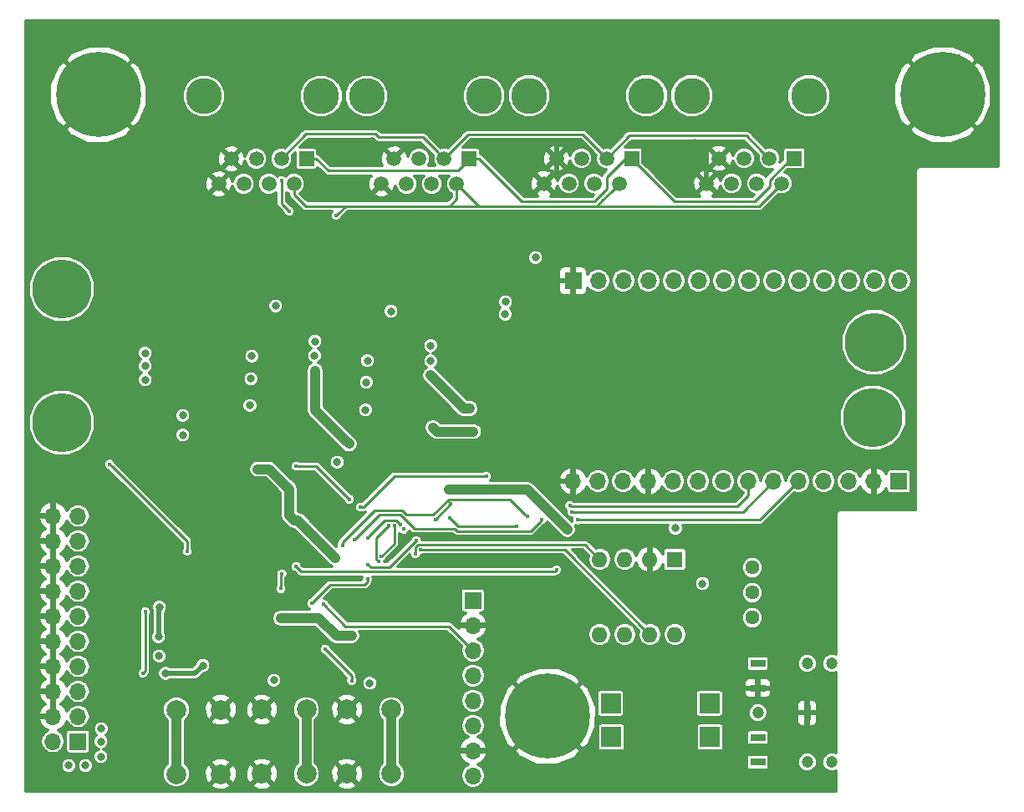
<source format=gbl>
G04 #@! TF.GenerationSoftware,KiCad,Pcbnew,(5.0.0-rc2-dev-340-g7483a73a5)*
G04 #@! TF.CreationDate,2018-05-31T20:40:01+02:00*
G04 #@! TF.ProjectId,AudiA6Main,4175646941364D61696E2E6B69636164,rev?*
G04 #@! TF.SameCoordinates,Original*
G04 #@! TF.FileFunction,Copper,L2,Bot,Signal*
G04 #@! TF.FilePolarity,Positive*
%FSLAX46Y46*%
G04 Gerber Fmt 4.6, Leading zero omitted, Abs format (unit mm)*
G04 Created by KiCad (PCBNEW (5.0.0-rc2-dev-340-g7483a73a5)) date 05/31/18 20:40:01*
%MOMM*%
%LPD*%
G01*
G04 APERTURE LIST*
%ADD10C,8.600000*%
%ADD11R,1.700000X1.700000*%
%ADD12O,1.700000X1.700000*%
%ADD13R,1.500000X0.800000*%
%ADD14C,1.200000*%
%ADD15R,0.800000X1.500000*%
%ADD16C,1.500000*%
%ADD17R,1.500000X1.500000*%
%ADD18C,3.650000*%
%ADD19C,2.000000*%
%ADD20O,1.600000X1.600000*%
%ADD21R,1.600000X1.600000*%
%ADD22C,5.999480*%
%ADD23R,1.998980X1.998980*%
%ADD24C,1.440000*%
%ADD25C,0.800000*%
%ADD26C,0.400000*%
%ADD27C,1.000000*%
%ADD28C,0.500000*%
%ADD29C,0.250000*%
%ADD30C,0.304000*%
G04 APERTURE END LIST*
D10*
X47900000Y-104050000D03*
X133400000Y-104050000D03*
D11*
X95980000Y-122920000D03*
D12*
X98520000Y-122920000D03*
X101060000Y-122920000D03*
X103600000Y-122920000D03*
X106140000Y-122920000D03*
X108680000Y-122920000D03*
X111220000Y-122920000D03*
X113760000Y-122920000D03*
X116300000Y-122920000D03*
X118840000Y-122920000D03*
X121380000Y-122920000D03*
X123920000Y-122920000D03*
X126460000Y-122920000D03*
X129000000Y-122920000D03*
D13*
X114700000Y-161700000D03*
X114700000Y-171700000D03*
X114700000Y-164200000D03*
X114700000Y-169200000D03*
D14*
X114700000Y-166700000D03*
X119700000Y-161700000D03*
X122200000Y-161700000D03*
X119700000Y-171700000D03*
X122200000Y-171700000D03*
D15*
X119700000Y-166700000D03*
D11*
X85850000Y-155300000D03*
D12*
X85850000Y-157840000D03*
X85850000Y-160380000D03*
X85850000Y-162920000D03*
X85850000Y-165460000D03*
X85850000Y-168000000D03*
X85850000Y-170540000D03*
X85850000Y-173080000D03*
D16*
X109499999Y-113054999D03*
X110769999Y-110514999D03*
X112039999Y-113054999D03*
X113309999Y-110514999D03*
X114579999Y-113054999D03*
X115849999Y-110514999D03*
X117119999Y-113054999D03*
D17*
X118389999Y-110514999D03*
D18*
X119879999Y-104164999D03*
X108009999Y-104164999D03*
X91539999Y-104164999D03*
X103409999Y-104164999D03*
D17*
X101919999Y-110514999D03*
D16*
X100649999Y-113054999D03*
X99379999Y-110514999D03*
X98109999Y-113054999D03*
X96839999Y-110514999D03*
X95569999Y-113054999D03*
X94299999Y-110514999D03*
X93029999Y-113054999D03*
X60085000Y-113090000D03*
X61355000Y-110550000D03*
X62625000Y-113090000D03*
X63895000Y-110550000D03*
X65165000Y-113090000D03*
X66435000Y-110550000D03*
X67705000Y-113090000D03*
D17*
X68975000Y-110550000D03*
D18*
X70465000Y-104200000D03*
X58595000Y-104200000D03*
X75095000Y-104200000D03*
X86965000Y-104200000D03*
D17*
X85475000Y-110550000D03*
D16*
X84205000Y-113090000D03*
X82935000Y-110550000D03*
X81665000Y-113090000D03*
X80395000Y-110550000D03*
X79125000Y-113090000D03*
X77855000Y-110550000D03*
X76585000Y-113090000D03*
D12*
X95970000Y-143240000D03*
X98510000Y-143240000D03*
X101050000Y-143240000D03*
X103590000Y-143240000D03*
X106130000Y-143240000D03*
X108670000Y-143240000D03*
X111210000Y-143240000D03*
X113750000Y-143240000D03*
X116290000Y-143240000D03*
X118830000Y-143240000D03*
X121370000Y-143240000D03*
X123910000Y-143240000D03*
X126450000Y-143240000D03*
D11*
X128990000Y-143240000D03*
D19*
X60300000Y-172900000D03*
X55800000Y-172900000D03*
X60300000Y-166400000D03*
X55800000Y-166400000D03*
D20*
X106300000Y-158770000D03*
X98680000Y-151150000D03*
X103760000Y-158770000D03*
X101220000Y-151150000D03*
X101220000Y-158770000D03*
X103760000Y-151150000D03*
X98680000Y-158770000D03*
D21*
X106300000Y-151150000D03*
D19*
X73082500Y-166379999D03*
X77582500Y-166379999D03*
X73082500Y-172879999D03*
X77582500Y-172879999D03*
X68975000Y-172875000D03*
X64475000Y-172875000D03*
X68975000Y-166375000D03*
X64475000Y-166375000D03*
D12*
X43310000Y-146740000D03*
X45850000Y-146740000D03*
X43310000Y-149280000D03*
X45850000Y-149280000D03*
X43310000Y-151820000D03*
X45850000Y-151820000D03*
X43310000Y-154360000D03*
X45850000Y-154360000D03*
X43310000Y-156900000D03*
X45850000Y-156900000D03*
X43310000Y-159440000D03*
X45850000Y-159440000D03*
X43310000Y-161980000D03*
X45850000Y-161980000D03*
X43310000Y-164520000D03*
X45850000Y-164520000D03*
X43310000Y-167060000D03*
X45850000Y-167060000D03*
X43310000Y-169600000D03*
D11*
X45850000Y-169600000D03*
D22*
X126350000Y-136800000D03*
X126500000Y-129150000D03*
X44200000Y-137300000D03*
X44200000Y-123750000D03*
D23*
X109802280Y-165750000D03*
X99799760Y-165750000D03*
X99849760Y-169150000D03*
X109852280Y-169150000D03*
D24*
X114150000Y-151970000D03*
X114150000Y-154510000D03*
X114150000Y-157050000D03*
D10*
X93400000Y-167050000D03*
D25*
X119150000Y-156800000D03*
X70500000Y-163450000D03*
X60850000Y-163150000D03*
D26*
X78850000Y-148085010D03*
D25*
X95394866Y-148105032D03*
X75400000Y-163700000D03*
X65700000Y-163400000D03*
D26*
X98200000Y-161550000D03*
X80900000Y-148750000D03*
D25*
X73950000Y-143050000D03*
X85900000Y-138200000D03*
X81800000Y-137800000D03*
X83400000Y-144050000D03*
X71900000Y-151000000D03*
X67750000Y-147200000D03*
X67250000Y-144050000D03*
X64050000Y-142000000D03*
X73300000Y-139450000D03*
X85550000Y-135850000D03*
X66300000Y-157100000D03*
X69650000Y-143450000D03*
X74900000Y-144650000D03*
X75300000Y-141500000D03*
X54700000Y-162700000D03*
X58500000Y-161900000D03*
X73550000Y-158900000D03*
X106350000Y-148000000D03*
X103750000Y-148000000D03*
X56050000Y-143950000D03*
X48200000Y-168300000D03*
X48150000Y-169600000D03*
X48150000Y-171150000D03*
X46600000Y-172050000D03*
X44900000Y-172050000D03*
X89100000Y-126300000D03*
X89150000Y-125050000D03*
X81550000Y-131050000D03*
X89150000Y-129200000D03*
X92350000Y-131300000D03*
X95450000Y-131750000D03*
X92300000Y-126300000D03*
X76050000Y-107250000D03*
X75600000Y-108750000D03*
X75800000Y-110250000D03*
X54000000Y-159000000D03*
X54100000Y-156000000D03*
X51350000Y-138400000D03*
X51350000Y-136500000D03*
X57050000Y-118100000D03*
X58600000Y-120550000D03*
X54300000Y-126750000D03*
X54450000Y-124800000D03*
X59100000Y-134000000D03*
X69800000Y-130500000D03*
D26*
X76500000Y-159300000D03*
X75650000Y-158600000D03*
X58950000Y-149000000D03*
D25*
X54000000Y-153900000D03*
D26*
X50750000Y-118875000D03*
X62400000Y-119200000D03*
X52405939Y-162698416D03*
X73299998Y-145050000D03*
X77306626Y-147685010D03*
X77888712Y-147685010D03*
X71975000Y-116325000D03*
X79994226Y-150614004D03*
X80509780Y-150154311D03*
X82044083Y-147114990D03*
X80097075Y-149218898D03*
X73550000Y-163450000D03*
X70850000Y-160250000D03*
X83599998Y-145550000D03*
X69500000Y-155625000D03*
X75150000Y-153125000D03*
X75225000Y-151650000D03*
X94325000Y-108675000D03*
X108150000Y-107550000D03*
X108325000Y-108775000D03*
D25*
X109100000Y-153600000D03*
X75000000Y-125950000D03*
X75150000Y-128650000D03*
X77500000Y-136100000D03*
X65850000Y-135500000D03*
X63400000Y-128300000D03*
X63250000Y-125550000D03*
D26*
X52650000Y-156450000D03*
X67950000Y-151900000D03*
X94325000Y-152200000D03*
X70699998Y-155700000D03*
X76250000Y-151374990D03*
X66450000Y-112750000D03*
X67250000Y-115875000D03*
X76575011Y-150850000D03*
X49050000Y-141500000D03*
X56900000Y-150350000D03*
X75150006Y-148950000D03*
X78500000Y-147600000D03*
X83500000Y-146950000D03*
X90250000Y-147800000D03*
X95650000Y-145700000D03*
X87200000Y-142750000D03*
X74469257Y-145870498D03*
D25*
X75150000Y-131000000D03*
X77550000Y-126000000D03*
X65850000Y-125450000D03*
X63450000Y-130550000D03*
X69850000Y-132050000D03*
X69850000Y-129050000D03*
X81550000Y-132500000D03*
X81550000Y-129500000D03*
D26*
X109375000Y-112500000D03*
X109375000Y-97500000D03*
X94375000Y-102500000D03*
X84375000Y-102500000D03*
X94375000Y-107500000D03*
X104375000Y-107500000D03*
X135050000Y-100150000D03*
X116225000Y-100800000D03*
X106225000Y-100800000D03*
X96225000Y-100800000D03*
X86225000Y-100800000D03*
X56225000Y-100800000D03*
D25*
X56450000Y-138550000D03*
X56450000Y-136550000D03*
X72100000Y-141300000D03*
D26*
X76200000Y-158800000D03*
X103300000Y-161650000D03*
X66400000Y-154100000D03*
X66500000Y-152600000D03*
X67916117Y-141716117D03*
D25*
X58900000Y-146400000D03*
X63350000Y-132850000D03*
X63250000Y-135550000D03*
X75050000Y-133200000D03*
X74950000Y-136000000D03*
X52650000Y-132950000D03*
X52650000Y-131550000D03*
X52650000Y-130250000D03*
X49850000Y-131550000D03*
X92200000Y-120550000D03*
X54050000Y-160950000D03*
D26*
X96445549Y-147158161D03*
X92800000Y-147150000D03*
X73800000Y-149149996D03*
X95850000Y-146350000D03*
X91350000Y-146800000D03*
X72616526Y-149709768D03*
D27*
X94994867Y-147705033D02*
X95394866Y-148105032D01*
X91339834Y-144050000D02*
X94994867Y-147705033D01*
X83400000Y-144050000D02*
X91339834Y-144050000D01*
X70232002Y-157100000D02*
X72032002Y-158900000D01*
X72032002Y-158900000D02*
X73550000Y-158900000D01*
X66400000Y-157100000D02*
X70232002Y-157100000D01*
X85900000Y-138200000D02*
X82200000Y-138200000D01*
X82200000Y-138200000D02*
X81800000Y-137800000D01*
X67750000Y-147200000D02*
X68100000Y-147200000D01*
X68100000Y-147200000D02*
X71900000Y-151000000D01*
X67250000Y-146700000D02*
X67750000Y-147200000D01*
X67250000Y-144050000D02*
X67250000Y-146700000D01*
X65200000Y-142000000D02*
X67250000Y-144050000D01*
X64050000Y-142000000D02*
X65200000Y-142000000D01*
X69850000Y-136000000D02*
X72900001Y-139050001D01*
X72900001Y-139050001D02*
X73300000Y-139450000D01*
X69850000Y-132050000D02*
X69850000Y-136000000D01*
X85550000Y-135850000D02*
X84900000Y-135850000D01*
X84900000Y-135850000D02*
X81550000Y-132500000D01*
D28*
X54000000Y-159000000D02*
X54000000Y-156100000D01*
X54000000Y-156100000D02*
X54100000Y-156000000D01*
X54700000Y-162700000D02*
X57700000Y-162700000D01*
X57700000Y-162700000D02*
X58500000Y-161900000D01*
D27*
X58500000Y-146400000D02*
X56050000Y-143950000D01*
X58900000Y-146400000D02*
X58500000Y-146400000D01*
X58950000Y-149000000D02*
X58950000Y-146450000D01*
X58950000Y-146450000D02*
X58900000Y-146400000D01*
D28*
X75600000Y-108750000D02*
X75600000Y-110050000D01*
X75600000Y-110050000D02*
X75800000Y-110250000D01*
D29*
X75800000Y-108950000D02*
X75600000Y-108750000D01*
X52605938Y-162498417D02*
X52405939Y-162698416D01*
X52650000Y-162454355D02*
X52605938Y-162498417D01*
X52650000Y-156450000D02*
X52650000Y-162454355D01*
X73099999Y-144850001D02*
X73299998Y-145050000D01*
X67916117Y-141716117D02*
X69966115Y-141716117D01*
X69966115Y-141716117D02*
X73099999Y-144850001D01*
X68449999Y-152399999D02*
X68149999Y-152099999D01*
X68149999Y-152099999D02*
X67950000Y-151900000D01*
X94125001Y-152399999D02*
X68449999Y-152399999D01*
X94325000Y-152200000D02*
X94125001Y-152399999D01*
X76050001Y-148941635D02*
X77106627Y-147885009D01*
X77106627Y-147885009D02*
X77306626Y-147685010D01*
X76050001Y-151174991D02*
X76050001Y-148941635D01*
X76250000Y-151374990D02*
X76050001Y-151174991D01*
X77888712Y-147967852D02*
X77888712Y-147685010D01*
X77888712Y-149536299D02*
X77888712Y-147967852D01*
X76575011Y-150850000D02*
X77888712Y-149536299D01*
X72950000Y-115350000D02*
X72174999Y-116125001D01*
X86475000Y-115350000D02*
X72950000Y-115350000D01*
X72174999Y-116125001D02*
X71975000Y-116325000D01*
X86550000Y-115350000D02*
X86475000Y-115350000D01*
X79994226Y-149952061D02*
X79994226Y-150331162D01*
X79994226Y-150331162D02*
X79994226Y-150614004D01*
X97199309Y-149669309D02*
X80276978Y-149669309D01*
X80276978Y-149669309D02*
X79994226Y-149952061D01*
X98680000Y-151150000D02*
X97199309Y-149669309D01*
X80792622Y-150154311D02*
X80509780Y-150154311D01*
X103760000Y-158770000D02*
X95144311Y-150154311D01*
X95144311Y-150154311D02*
X80792622Y-150154311D01*
X82185001Y-109800001D02*
X82935000Y-110550000D01*
X76298004Y-108375000D02*
X80760000Y-108375000D01*
X75948002Y-108024998D02*
X76298004Y-108375000D01*
X68960002Y-108024998D02*
X75948002Y-108024998D01*
X66435000Y-110550000D02*
X68960002Y-108024998D01*
X80760000Y-108375000D02*
X82185001Y-109800001D01*
D27*
X55800000Y-166400000D02*
X55800000Y-172900000D01*
D29*
X82044083Y-147105915D02*
X82044083Y-147114990D01*
X83599998Y-145550000D02*
X82044083Y-147105915D01*
X75500000Y-151925000D02*
X77390973Y-151925000D01*
X79897076Y-149418897D02*
X80097075Y-149218898D01*
X77390973Y-151925000D02*
X79897076Y-149418897D01*
X75225000Y-151650000D02*
X75500000Y-151925000D01*
X73550000Y-162950000D02*
X73550000Y-163450000D01*
X70850000Y-160250000D02*
X73550000Y-162950000D01*
X71400000Y-153725000D02*
X69500000Y-155625000D01*
X74832842Y-153725000D02*
X71400000Y-153725000D01*
X75150000Y-153125000D02*
X75150000Y-153407842D01*
X75150000Y-153407842D02*
X74832842Y-153725000D01*
D28*
X94299999Y-108700001D02*
X94325000Y-108675000D01*
X94299999Y-110514999D02*
X94299999Y-108700001D01*
X94299999Y-110514999D02*
X94299999Y-111784999D01*
X94299999Y-111784999D02*
X93029999Y-113054999D01*
X109499999Y-111784999D02*
X109499999Y-109949999D01*
X109499999Y-109949999D02*
X108325000Y-108775000D01*
X109499999Y-113054999D02*
X109499999Y-111784999D01*
X109499999Y-111784999D02*
X110769999Y-110514999D01*
D29*
X85850000Y-160380000D02*
X83391993Y-157921993D01*
X83391993Y-157921993D02*
X72921991Y-157921993D01*
X72921991Y-157921993D02*
X70699998Y-155700000D01*
X99400000Y-112375000D02*
X101260001Y-110514999D01*
X99400000Y-113600000D02*
X99400000Y-112375000D01*
X98150000Y-114850000D02*
X99400000Y-113600000D01*
X90775000Y-114850000D02*
X98150000Y-114850000D01*
X85475000Y-110550000D02*
X86475000Y-110550000D01*
X101260001Y-110514999D02*
X101919999Y-110514999D01*
X86475000Y-110550000D02*
X90775000Y-114850000D01*
X115875000Y-112708996D02*
X118068997Y-110514999D01*
X115875000Y-113351000D02*
X115875000Y-112708996D01*
X118068997Y-110514999D02*
X118389999Y-110514999D01*
X114376000Y-114850000D02*
X115875000Y-113351000D01*
X101919999Y-110514999D02*
X101919999Y-110544999D01*
X106225000Y-114850000D02*
X114376000Y-114850000D01*
X101919999Y-110544999D02*
X106225000Y-114850000D01*
X66450000Y-115075000D02*
X66450000Y-112750000D01*
X67250000Y-115875000D02*
X66450000Y-115075000D01*
X69975000Y-110550000D02*
X71175000Y-111750000D01*
X68975000Y-110550000D02*
X69975000Y-110550000D01*
X71175000Y-111750000D02*
X84325000Y-111750000D01*
X84325000Y-111750000D02*
X85475000Y-110600000D01*
X85475000Y-110600000D02*
X85475000Y-110550000D01*
X86550000Y-115350000D02*
X90638589Y-115350000D01*
X90638589Y-115350000D02*
X98354998Y-115350000D01*
X67705000Y-114150660D02*
X68904340Y-115350000D01*
X67705000Y-113090000D02*
X67705000Y-114150660D01*
X68904340Y-115350000D02*
X83475000Y-115350000D01*
X83475000Y-115350000D02*
X84205000Y-114620000D01*
X84205000Y-114620000D02*
X84205000Y-113090000D01*
X99454998Y-115350000D02*
X98354998Y-115350000D01*
X84954999Y-113839999D02*
X84964999Y-113839999D01*
X84205000Y-113090000D02*
X84954999Y-113839999D01*
X84964999Y-113839999D02*
X86475000Y-115350000D01*
X98354998Y-115350000D02*
X98904998Y-114800000D01*
X99454998Y-115350000D02*
X114824998Y-115350000D01*
X114824998Y-115350000D02*
X117119999Y-113054999D01*
D27*
X77582500Y-166379999D02*
X77582500Y-172879999D01*
D29*
X56900000Y-149350000D02*
X49249999Y-141699999D01*
X49249999Y-141699999D02*
X49050000Y-141500000D01*
X56900000Y-150350000D02*
X56900000Y-149350000D01*
D27*
X68975000Y-166375000D02*
X68975000Y-172875000D01*
D29*
X78500000Y-147600000D02*
X78100000Y-147200000D01*
X75350005Y-148750001D02*
X75150006Y-148950000D01*
X78100000Y-147200000D02*
X76900006Y-147200000D01*
X76900006Y-147200000D02*
X75350005Y-148750001D01*
X84350000Y-147800000D02*
X83500000Y-146950000D01*
X90250000Y-147800000D02*
X84350000Y-147800000D01*
X95700000Y-145750000D02*
X95650000Y-145700000D01*
X112650000Y-145750000D02*
X95700000Y-145750000D01*
X113750000Y-144650000D02*
X112650000Y-145750000D01*
X113750000Y-143240000D02*
X113750000Y-144650000D01*
X77872597Y-142750000D02*
X74752099Y-145870498D01*
X87200000Y-142750000D02*
X77872597Y-142750000D01*
X74752099Y-145870498D02*
X74469257Y-145870498D01*
X85385010Y-108099990D02*
X96964990Y-108099990D01*
X82935000Y-110550000D02*
X85385010Y-108099990D01*
X98630000Y-109765000D02*
X99379999Y-110514999D01*
X96964990Y-108099990D02*
X98630000Y-109765000D01*
X99379999Y-110514999D02*
X101695008Y-108199990D01*
X101695008Y-108199990D02*
X113534990Y-108199990D01*
X115100000Y-109765000D02*
X115849999Y-110514999D01*
X113534990Y-108199990D02*
X115100000Y-109765000D01*
X66400000Y-152700000D02*
X66400000Y-154100000D01*
X66500000Y-152600000D02*
X66400000Y-152700000D01*
X98904998Y-114800000D02*
X99900000Y-113804998D01*
X99900000Y-113804998D02*
X100649999Y-113054999D01*
X73800000Y-149149996D02*
X76360007Y-146589989D01*
X84002958Y-148032801D02*
X84255158Y-148285001D01*
X91664999Y-148285001D02*
X92600001Y-147349999D01*
X84255158Y-148285001D02*
X91664999Y-148285001D01*
X76360007Y-146589989D02*
X78469832Y-146589989D01*
X79912644Y-148032801D02*
X84002958Y-148032801D01*
X92600001Y-147349999D02*
X92800000Y-147150000D01*
X78469832Y-146589989D02*
X79912644Y-148032801D01*
X118830000Y-143240000D02*
X114911839Y-147158161D01*
X96728391Y-147158161D02*
X96445549Y-147158161D01*
X114911839Y-147158161D02*
X96728391Y-147158161D01*
X83367197Y-145064999D02*
X89614999Y-145064999D01*
X72616526Y-149709768D02*
X72616526Y-149426926D01*
X79059686Y-146600000D02*
X81832196Y-146600000D01*
X91150001Y-146600001D02*
X91350000Y-146800000D01*
X72616526Y-149426926D02*
X75863474Y-146179978D01*
X75863474Y-146179978D02*
X78639664Y-146179978D01*
X89614999Y-145064999D02*
X91150001Y-146600001D01*
X81832196Y-146600000D02*
X83367197Y-145064999D01*
X78639664Y-146179978D02*
X79059686Y-146600000D01*
X95850000Y-146350000D02*
X113180000Y-146350000D01*
X113180000Y-146350000D02*
X116290000Y-143240000D01*
D30*
G36*
X139040000Y-111340000D02*
X131250228Y-111340000D01*
X131200000Y-111330009D01*
X131149772Y-111340000D01*
X131001008Y-111369591D01*
X130832311Y-111482311D01*
X130719591Y-111651008D01*
X130680009Y-111850000D01*
X130690001Y-111900233D01*
X130690000Y-146090000D01*
X123150228Y-146090000D01*
X123100000Y-146080009D01*
X123049772Y-146090000D01*
X122901008Y-146119591D01*
X122732311Y-146232311D01*
X122619591Y-146401008D01*
X122580009Y-146600000D01*
X122590000Y-146650227D01*
X122590000Y-160768327D01*
X122400901Y-160690000D01*
X121999099Y-160690000D01*
X121627881Y-160843763D01*
X121343763Y-161127881D01*
X121190000Y-161499099D01*
X121190000Y-161900901D01*
X121343763Y-162272119D01*
X121627881Y-162556237D01*
X121999099Y-162710000D01*
X122400901Y-162710000D01*
X122590001Y-162631673D01*
X122590001Y-170768327D01*
X122400901Y-170690000D01*
X121999099Y-170690000D01*
X121627881Y-170843763D01*
X121343763Y-171127881D01*
X121190000Y-171499099D01*
X121190000Y-171900901D01*
X121343763Y-172272119D01*
X121627881Y-172556237D01*
X121999099Y-172710000D01*
X122400901Y-172710000D01*
X122590001Y-172631673D01*
X122590001Y-174640000D01*
X40560000Y-174640000D01*
X40560000Y-171888881D01*
X44090000Y-171888881D01*
X44090000Y-172211119D01*
X44213315Y-172508828D01*
X44441172Y-172736685D01*
X44738881Y-172860000D01*
X45061119Y-172860000D01*
X45358828Y-172736685D01*
X45586685Y-172508828D01*
X45710000Y-172211119D01*
X45710000Y-171888881D01*
X45790000Y-171888881D01*
X45790000Y-172211119D01*
X45913315Y-172508828D01*
X46141172Y-172736685D01*
X46438881Y-172860000D01*
X46761119Y-172860000D01*
X47058828Y-172736685D01*
X47286685Y-172508828D01*
X47410000Y-172211119D01*
X47410000Y-171888881D01*
X47286685Y-171591172D01*
X47058828Y-171363315D01*
X46761119Y-171240000D01*
X46438881Y-171240000D01*
X46141172Y-171363315D01*
X45913315Y-171591172D01*
X45790000Y-171888881D01*
X45710000Y-171888881D01*
X45586685Y-171591172D01*
X45358828Y-171363315D01*
X45061119Y-171240000D01*
X44738881Y-171240000D01*
X44441172Y-171363315D01*
X44213315Y-171591172D01*
X44090000Y-171888881D01*
X40560000Y-171888881D01*
X40560000Y-167396421D01*
X41837953Y-167396421D01*
X42031215Y-167863013D01*
X42435856Y-168291257D01*
X42774067Y-168442711D01*
X42401591Y-168691591D01*
X42123107Y-169108373D01*
X42025316Y-169600000D01*
X42123107Y-170091627D01*
X42401591Y-170508409D01*
X42818373Y-170786893D01*
X43185906Y-170860000D01*
X43434094Y-170860000D01*
X43801627Y-170786893D01*
X44218409Y-170508409D01*
X44496893Y-170091627D01*
X44581968Y-169663927D01*
X44581968Y-170450000D01*
X44613789Y-170609974D01*
X44704407Y-170745593D01*
X44840026Y-170836211D01*
X45000000Y-170868032D01*
X46700000Y-170868032D01*
X46859974Y-170836211D01*
X46995593Y-170745593D01*
X47086211Y-170609974D01*
X47118032Y-170450000D01*
X47118032Y-169438881D01*
X47340000Y-169438881D01*
X47340000Y-169761119D01*
X47463315Y-170058828D01*
X47691172Y-170286685D01*
X47904383Y-170375000D01*
X47691172Y-170463315D01*
X47463315Y-170691172D01*
X47340000Y-170988881D01*
X47340000Y-171311119D01*
X47463315Y-171608828D01*
X47691172Y-171836685D01*
X47988881Y-171960000D01*
X48311119Y-171960000D01*
X48608828Y-171836685D01*
X48836685Y-171608828D01*
X48960000Y-171311119D01*
X48960000Y-170988881D01*
X48836685Y-170691172D01*
X48608828Y-170463315D01*
X48395617Y-170375000D01*
X48608828Y-170286685D01*
X48836685Y-170058828D01*
X48960000Y-169761119D01*
X48960000Y-169438881D01*
X48836685Y-169141172D01*
X48670513Y-168975000D01*
X48886685Y-168758828D01*
X49010000Y-168461119D01*
X49010000Y-168138881D01*
X48886685Y-167841172D01*
X48658828Y-167613315D01*
X48361119Y-167490000D01*
X48038881Y-167490000D01*
X47741172Y-167613315D01*
X47513315Y-167841172D01*
X47390000Y-168138881D01*
X47390000Y-168461119D01*
X47513315Y-168758828D01*
X47679487Y-168925000D01*
X47463315Y-169141172D01*
X47340000Y-169438881D01*
X47118032Y-169438881D01*
X47118032Y-168750000D01*
X47086211Y-168590026D01*
X46995593Y-168454407D01*
X46859974Y-168363789D01*
X46700000Y-168331968D01*
X45000000Y-168331968D01*
X44840026Y-168363789D01*
X44704407Y-168454407D01*
X44613789Y-168590026D01*
X44581968Y-168750000D01*
X44581968Y-169536073D01*
X44496893Y-169108373D01*
X44218409Y-168691591D01*
X43845933Y-168442711D01*
X44184144Y-168291257D01*
X44588785Y-167863013D01*
X44696846Y-167602121D01*
X44941591Y-167968409D01*
X45358373Y-168246893D01*
X45725906Y-168320000D01*
X45974094Y-168320000D01*
X46341627Y-168246893D01*
X46758409Y-167968409D01*
X47036893Y-167551627D01*
X47134684Y-167060000D01*
X47036893Y-166568373D01*
X46758409Y-166151591D01*
X46710431Y-166119533D01*
X54390000Y-166119533D01*
X54390000Y-166680467D01*
X54604659Y-167198701D01*
X54890000Y-167484042D01*
X54890001Y-171815957D01*
X54604659Y-172101299D01*
X54390000Y-172619533D01*
X54390000Y-173180467D01*
X54604659Y-173698701D01*
X55001299Y-174095341D01*
X55519533Y-174310000D01*
X56080467Y-174310000D01*
X56598701Y-174095341D01*
X56644207Y-174049835D01*
X59294415Y-174049835D01*
X59389489Y-174326744D01*
X60004789Y-174566577D01*
X60665032Y-174552689D01*
X61210511Y-174326744D01*
X61305585Y-174049835D01*
X61280585Y-174024835D01*
X63469415Y-174024835D01*
X63564489Y-174301744D01*
X64179789Y-174541577D01*
X64840032Y-174527689D01*
X65385511Y-174301744D01*
X65480585Y-174024835D01*
X64475000Y-173019250D01*
X63469415Y-174024835D01*
X61280585Y-174024835D01*
X60300000Y-173044250D01*
X59294415Y-174049835D01*
X56644207Y-174049835D01*
X56995341Y-173698701D01*
X57210000Y-173180467D01*
X57210000Y-172619533D01*
X57203893Y-172604789D01*
X58633423Y-172604789D01*
X58647311Y-173265032D01*
X58873256Y-173810511D01*
X59150165Y-173905585D01*
X60155750Y-172900000D01*
X60444250Y-172900000D01*
X61449835Y-173905585D01*
X61726744Y-173810511D01*
X61966577Y-173195211D01*
X61953632Y-172579789D01*
X62808423Y-172579789D01*
X62822311Y-173240032D01*
X63048256Y-173785511D01*
X63325165Y-173880585D01*
X64330750Y-172875000D01*
X64619250Y-172875000D01*
X65624835Y-173880585D01*
X65901744Y-173785511D01*
X66141577Y-173170211D01*
X66127689Y-172509968D01*
X65901744Y-171964489D01*
X65624835Y-171869415D01*
X64619250Y-172875000D01*
X64330750Y-172875000D01*
X63325165Y-171869415D01*
X63048256Y-171964489D01*
X62808423Y-172579789D01*
X61953632Y-172579789D01*
X61952689Y-172534968D01*
X61726744Y-171989489D01*
X61449835Y-171894415D01*
X60444250Y-172900000D01*
X60155750Y-172900000D01*
X59150165Y-171894415D01*
X58873256Y-171989489D01*
X58633423Y-172604789D01*
X57203893Y-172604789D01*
X56995341Y-172101299D01*
X56710000Y-171815958D01*
X56710000Y-171750165D01*
X59294415Y-171750165D01*
X60300000Y-172755750D01*
X61305585Y-171750165D01*
X61297002Y-171725165D01*
X63469415Y-171725165D01*
X64475000Y-172730750D01*
X65480585Y-171725165D01*
X65385511Y-171448256D01*
X64770211Y-171208423D01*
X64109968Y-171222311D01*
X63564489Y-171448256D01*
X63469415Y-171725165D01*
X61297002Y-171725165D01*
X61210511Y-171473256D01*
X60595211Y-171233423D01*
X59934968Y-171247311D01*
X59389489Y-171473256D01*
X59294415Y-171750165D01*
X56710000Y-171750165D01*
X56710000Y-167549835D01*
X59294415Y-167549835D01*
X59389489Y-167826744D01*
X60004789Y-168066577D01*
X60665032Y-168052689D01*
X61210511Y-167826744D01*
X61305585Y-167549835D01*
X61280585Y-167524835D01*
X63469415Y-167524835D01*
X63564489Y-167801744D01*
X64179789Y-168041577D01*
X64840032Y-168027689D01*
X65385511Y-167801744D01*
X65480585Y-167524835D01*
X64475000Y-166519250D01*
X63469415Y-167524835D01*
X61280585Y-167524835D01*
X60300000Y-166544250D01*
X59294415Y-167549835D01*
X56710000Y-167549835D01*
X56710000Y-167484042D01*
X56995341Y-167198701D01*
X57210000Y-166680467D01*
X57210000Y-166119533D01*
X57203893Y-166104789D01*
X58633423Y-166104789D01*
X58647311Y-166765032D01*
X58873256Y-167310511D01*
X59150165Y-167405585D01*
X60155750Y-166400000D01*
X60444250Y-166400000D01*
X61449835Y-167405585D01*
X61726744Y-167310511D01*
X61966577Y-166695211D01*
X61953632Y-166079789D01*
X62808423Y-166079789D01*
X62822311Y-166740032D01*
X63048256Y-167285511D01*
X63325165Y-167380585D01*
X64330750Y-166375000D01*
X64619250Y-166375000D01*
X65624835Y-167380585D01*
X65901744Y-167285511D01*
X66141577Y-166670211D01*
X66129468Y-166094533D01*
X67565000Y-166094533D01*
X67565000Y-166655467D01*
X67779659Y-167173701D01*
X68065000Y-167459042D01*
X68065001Y-171790957D01*
X67779659Y-172076299D01*
X67565000Y-172594533D01*
X67565000Y-173155467D01*
X67779659Y-173673701D01*
X68176299Y-174070341D01*
X68694533Y-174285000D01*
X69255467Y-174285000D01*
X69773701Y-174070341D01*
X69814208Y-174029834D01*
X72076915Y-174029834D01*
X72171989Y-174306743D01*
X72787289Y-174546576D01*
X73447532Y-174532688D01*
X73993011Y-174306743D01*
X74088085Y-174029834D01*
X73082500Y-173024249D01*
X72076915Y-174029834D01*
X69814208Y-174029834D01*
X70170341Y-173673701D01*
X70385000Y-173155467D01*
X70385000Y-172594533D01*
X70380964Y-172584788D01*
X71415923Y-172584788D01*
X71429811Y-173245031D01*
X71655756Y-173790510D01*
X71932665Y-173885584D01*
X72938250Y-172879999D01*
X73226750Y-172879999D01*
X74232335Y-173885584D01*
X74509244Y-173790510D01*
X74749077Y-173175210D01*
X74735189Y-172514967D01*
X74509244Y-171969488D01*
X74232335Y-171874414D01*
X73226750Y-172879999D01*
X72938250Y-172879999D01*
X71932665Y-171874414D01*
X71655756Y-171969488D01*
X71415923Y-172584788D01*
X70380964Y-172584788D01*
X70170341Y-172076299D01*
X69885000Y-171790958D01*
X69885000Y-171730164D01*
X72076915Y-171730164D01*
X73082500Y-172735749D01*
X74088085Y-171730164D01*
X73993011Y-171453255D01*
X73377711Y-171213422D01*
X72717468Y-171227310D01*
X72171989Y-171453255D01*
X72076915Y-171730164D01*
X69885000Y-171730164D01*
X69885000Y-167529834D01*
X72076915Y-167529834D01*
X72171989Y-167806743D01*
X72787289Y-168046576D01*
X73447532Y-168032688D01*
X73993011Y-167806743D01*
X74088085Y-167529834D01*
X73082500Y-166524249D01*
X72076915Y-167529834D01*
X69885000Y-167529834D01*
X69885000Y-167459042D01*
X70170341Y-167173701D01*
X70385000Y-166655467D01*
X70385000Y-166094533D01*
X70380964Y-166084788D01*
X71415923Y-166084788D01*
X71429811Y-166745031D01*
X71655756Y-167290510D01*
X71932665Y-167385584D01*
X72938250Y-166379999D01*
X73226750Y-166379999D01*
X74232335Y-167385584D01*
X74509244Y-167290510D01*
X74749077Y-166675210D01*
X74736968Y-166099532D01*
X76172500Y-166099532D01*
X76172500Y-166660466D01*
X76387159Y-167178700D01*
X76672500Y-167464041D01*
X76672501Y-171795956D01*
X76387159Y-172081298D01*
X76172500Y-172599532D01*
X76172500Y-173160466D01*
X76387159Y-173678700D01*
X76783799Y-174075340D01*
X77302033Y-174289999D01*
X77862967Y-174289999D01*
X78381201Y-174075340D01*
X78777841Y-173678700D01*
X78992500Y-173160466D01*
X78992500Y-172599532D01*
X78777841Y-172081298D01*
X78492500Y-171795957D01*
X78492500Y-170876421D01*
X84377953Y-170876421D01*
X84571215Y-171343013D01*
X84975856Y-171771257D01*
X85314067Y-171922711D01*
X84941591Y-172171591D01*
X84663107Y-172588373D01*
X84565316Y-173080000D01*
X84663107Y-173571627D01*
X84941591Y-173988409D01*
X85358373Y-174266893D01*
X85725906Y-174340000D01*
X85974094Y-174340000D01*
X86341627Y-174266893D01*
X86758409Y-173988409D01*
X87036893Y-173571627D01*
X87134684Y-173080000D01*
X87036893Y-172588373D01*
X86758409Y-172171591D01*
X86385933Y-171922711D01*
X86724144Y-171771257D01*
X87128785Y-171343013D01*
X87322047Y-170876421D01*
X87191127Y-170642000D01*
X85952000Y-170642000D01*
X85952000Y-170662000D01*
X85748000Y-170662000D01*
X85748000Y-170642000D01*
X84508873Y-170642000D01*
X84377953Y-170876421D01*
X78492500Y-170876421D01*
X78492500Y-170580661D01*
X90013589Y-170580661D01*
X90510593Y-171200459D01*
X92318848Y-171990252D01*
X94291698Y-172027937D01*
X96128796Y-171307776D01*
X96140433Y-171300000D01*
X113531968Y-171300000D01*
X113531968Y-172100000D01*
X113563789Y-172259974D01*
X113654407Y-172395593D01*
X113790026Y-172486211D01*
X113950000Y-172518032D01*
X115450000Y-172518032D01*
X115609974Y-172486211D01*
X115745593Y-172395593D01*
X115836211Y-172259974D01*
X115868032Y-172100000D01*
X115868032Y-171499099D01*
X118690000Y-171499099D01*
X118690000Y-171900901D01*
X118843763Y-172272119D01*
X119127881Y-172556237D01*
X119499099Y-172710000D01*
X119900901Y-172710000D01*
X120272119Y-172556237D01*
X120556237Y-172272119D01*
X120710000Y-171900901D01*
X120710000Y-171499099D01*
X120556237Y-171127881D01*
X120272119Y-170843763D01*
X119900901Y-170690000D01*
X119499099Y-170690000D01*
X119127881Y-170843763D01*
X118843763Y-171127881D01*
X118690000Y-171499099D01*
X115868032Y-171499099D01*
X115868032Y-171300000D01*
X115836211Y-171140026D01*
X115745593Y-171004407D01*
X115609974Y-170913789D01*
X115450000Y-170881968D01*
X113950000Y-170881968D01*
X113790026Y-170913789D01*
X113654407Y-171004407D01*
X113563789Y-171140026D01*
X113531968Y-171300000D01*
X96140433Y-171300000D01*
X96289407Y-171200459D01*
X96786411Y-170580661D01*
X93400000Y-167194250D01*
X90013589Y-170580661D01*
X78492500Y-170580661D01*
X78492500Y-170203579D01*
X84377953Y-170203579D01*
X84508873Y-170438000D01*
X85748000Y-170438000D01*
X85748000Y-170418000D01*
X85952000Y-170418000D01*
X85952000Y-170438000D01*
X87191127Y-170438000D01*
X87322047Y-170203579D01*
X87128785Y-169736987D01*
X86724144Y-169308743D01*
X86385933Y-169157289D01*
X86758409Y-168908409D01*
X87036893Y-168491627D01*
X87134684Y-168000000D01*
X87123087Y-167941698D01*
X88422063Y-167941698D01*
X89142224Y-169778796D01*
X89249541Y-169939407D01*
X89869339Y-170436411D01*
X93255750Y-167050000D01*
X93544250Y-167050000D01*
X96930661Y-170436411D01*
X97550459Y-169939407D01*
X98331796Y-168150510D01*
X98432238Y-168150510D01*
X98432238Y-170149490D01*
X98464059Y-170309464D01*
X98554677Y-170445083D01*
X98690296Y-170535701D01*
X98850270Y-170567522D01*
X100849250Y-170567522D01*
X101009224Y-170535701D01*
X101144843Y-170445083D01*
X101235461Y-170309464D01*
X101267282Y-170149490D01*
X101267282Y-168150510D01*
X108434758Y-168150510D01*
X108434758Y-170149490D01*
X108466579Y-170309464D01*
X108557197Y-170445083D01*
X108692816Y-170535701D01*
X108852790Y-170567522D01*
X110851770Y-170567522D01*
X111011744Y-170535701D01*
X111147363Y-170445083D01*
X111237981Y-170309464D01*
X111269802Y-170149490D01*
X111269802Y-168800000D01*
X113531968Y-168800000D01*
X113531968Y-169600000D01*
X113563789Y-169759974D01*
X113654407Y-169895593D01*
X113790026Y-169986211D01*
X113950000Y-170018032D01*
X115450000Y-170018032D01*
X115609974Y-169986211D01*
X115745593Y-169895593D01*
X115836211Y-169759974D01*
X115868032Y-169600000D01*
X115868032Y-168800000D01*
X115836211Y-168640026D01*
X115745593Y-168504407D01*
X115609974Y-168413789D01*
X115450000Y-168381968D01*
X113950000Y-168381968D01*
X113790026Y-168413789D01*
X113654407Y-168504407D01*
X113563789Y-168640026D01*
X113531968Y-168800000D01*
X111269802Y-168800000D01*
X111269802Y-168150510D01*
X111237981Y-167990536D01*
X111147363Y-167854917D01*
X111011744Y-167764299D01*
X110851770Y-167732478D01*
X108852790Y-167732478D01*
X108692816Y-167764299D01*
X108557197Y-167854917D01*
X108466579Y-167990536D01*
X108434758Y-168150510D01*
X101267282Y-168150510D01*
X101235461Y-167990536D01*
X101144843Y-167854917D01*
X101009224Y-167764299D01*
X100849250Y-167732478D01*
X98850270Y-167732478D01*
X98690296Y-167764299D01*
X98554677Y-167854917D01*
X98464059Y-167990536D01*
X98432238Y-168150510D01*
X98331796Y-168150510D01*
X98340252Y-168131152D01*
X98377937Y-166158302D01*
X97826069Y-164750510D01*
X98382238Y-164750510D01*
X98382238Y-166749490D01*
X98414059Y-166909464D01*
X98504677Y-167045083D01*
X98640296Y-167135701D01*
X98800270Y-167167522D01*
X100799250Y-167167522D01*
X100959224Y-167135701D01*
X101094843Y-167045083D01*
X101185461Y-166909464D01*
X101217282Y-166749490D01*
X101217282Y-164750510D01*
X108384758Y-164750510D01*
X108384758Y-166749490D01*
X108416579Y-166909464D01*
X108507197Y-167045083D01*
X108642816Y-167135701D01*
X108802790Y-167167522D01*
X110801770Y-167167522D01*
X110961744Y-167135701D01*
X111097363Y-167045083D01*
X111187981Y-166909464D01*
X111219802Y-166749490D01*
X111219802Y-166499099D01*
X113690000Y-166499099D01*
X113690000Y-166900901D01*
X113843763Y-167272119D01*
X114127881Y-167556237D01*
X114499099Y-167710000D01*
X114900901Y-167710000D01*
X115272119Y-167556237D01*
X115556237Y-167272119D01*
X115682620Y-166967000D01*
X118640000Y-166967000D01*
X118640000Y-167581282D01*
X118740479Y-167823860D01*
X118926140Y-168009521D01*
X119168718Y-168110000D01*
X119433000Y-168110000D01*
X119598000Y-167945000D01*
X119598000Y-166802000D01*
X119802000Y-166802000D01*
X119802000Y-167945000D01*
X119967000Y-168110000D01*
X120231282Y-168110000D01*
X120473860Y-168009521D01*
X120659521Y-167823860D01*
X120760000Y-167581282D01*
X120760000Y-166967000D01*
X120595000Y-166802000D01*
X119802000Y-166802000D01*
X119598000Y-166802000D01*
X118805000Y-166802000D01*
X118640000Y-166967000D01*
X115682620Y-166967000D01*
X115710000Y-166900901D01*
X115710000Y-166499099D01*
X115556237Y-166127881D01*
X115272119Y-165843763D01*
X115211655Y-165818718D01*
X118640000Y-165818718D01*
X118640000Y-166433000D01*
X118805000Y-166598000D01*
X119598000Y-166598000D01*
X119598000Y-165455000D01*
X119802000Y-165455000D01*
X119802000Y-166598000D01*
X120595000Y-166598000D01*
X120760000Y-166433000D01*
X120760000Y-165818718D01*
X120659521Y-165576140D01*
X120473860Y-165390479D01*
X120231282Y-165290000D01*
X119967000Y-165290000D01*
X119802000Y-165455000D01*
X119598000Y-165455000D01*
X119433000Y-165290000D01*
X119168718Y-165290000D01*
X118926140Y-165390479D01*
X118740479Y-165576140D01*
X118640000Y-165818718D01*
X115211655Y-165818718D01*
X114900901Y-165690000D01*
X114499099Y-165690000D01*
X114127881Y-165843763D01*
X113843763Y-166127881D01*
X113690000Y-166499099D01*
X111219802Y-166499099D01*
X111219802Y-164750510D01*
X111187981Y-164590536D01*
X111105437Y-164467000D01*
X113290000Y-164467000D01*
X113290000Y-164731282D01*
X113390479Y-164973860D01*
X113576140Y-165159521D01*
X113818718Y-165260000D01*
X114433000Y-165260000D01*
X114598000Y-165095000D01*
X114598000Y-164302000D01*
X114802000Y-164302000D01*
X114802000Y-165095000D01*
X114967000Y-165260000D01*
X115581282Y-165260000D01*
X115823860Y-165159521D01*
X116009521Y-164973860D01*
X116110000Y-164731282D01*
X116110000Y-164467000D01*
X115945000Y-164302000D01*
X114802000Y-164302000D01*
X114598000Y-164302000D01*
X113455000Y-164302000D01*
X113290000Y-164467000D01*
X111105437Y-164467000D01*
X111097363Y-164454917D01*
X110961744Y-164364299D01*
X110801770Y-164332478D01*
X108802790Y-164332478D01*
X108642816Y-164364299D01*
X108507197Y-164454917D01*
X108416579Y-164590536D01*
X108384758Y-164750510D01*
X101217282Y-164750510D01*
X101185461Y-164590536D01*
X101094843Y-164454917D01*
X100959224Y-164364299D01*
X100799250Y-164332478D01*
X98800270Y-164332478D01*
X98640296Y-164364299D01*
X98504677Y-164454917D01*
X98414059Y-164590536D01*
X98382238Y-164750510D01*
X97826069Y-164750510D01*
X97657776Y-164321204D01*
X97550459Y-164160593D01*
X96937058Y-163668718D01*
X113290000Y-163668718D01*
X113290000Y-163933000D01*
X113455000Y-164098000D01*
X114598000Y-164098000D01*
X114598000Y-163305000D01*
X114802000Y-163305000D01*
X114802000Y-164098000D01*
X115945000Y-164098000D01*
X116110000Y-163933000D01*
X116110000Y-163668718D01*
X116009521Y-163426140D01*
X115823860Y-163240479D01*
X115581282Y-163140000D01*
X114967000Y-163140000D01*
X114802000Y-163305000D01*
X114598000Y-163305000D01*
X114433000Y-163140000D01*
X113818718Y-163140000D01*
X113576140Y-163240479D01*
X113390479Y-163426140D01*
X113290000Y-163668718D01*
X96937058Y-163668718D01*
X96930661Y-163663589D01*
X93544250Y-167050000D01*
X93255750Y-167050000D01*
X89869339Y-163663589D01*
X89249541Y-164160593D01*
X88459748Y-165968848D01*
X88422063Y-167941698D01*
X87123087Y-167941698D01*
X87036893Y-167508373D01*
X86758409Y-167091591D01*
X86341627Y-166813107D01*
X85974094Y-166740000D01*
X85725906Y-166740000D01*
X85358373Y-166813107D01*
X84941591Y-167091591D01*
X84663107Y-167508373D01*
X84565316Y-168000000D01*
X84663107Y-168491627D01*
X84941591Y-168908409D01*
X85314067Y-169157289D01*
X84975856Y-169308743D01*
X84571215Y-169736987D01*
X84377953Y-170203579D01*
X78492500Y-170203579D01*
X78492500Y-167464041D01*
X78777841Y-167178700D01*
X78992500Y-166660466D01*
X78992500Y-166099532D01*
X78777841Y-165581298D01*
X78656543Y-165460000D01*
X84565316Y-165460000D01*
X84663107Y-165951627D01*
X84941591Y-166368409D01*
X85358373Y-166646893D01*
X85725906Y-166720000D01*
X85974094Y-166720000D01*
X86341627Y-166646893D01*
X86758409Y-166368409D01*
X87036893Y-165951627D01*
X87134684Y-165460000D01*
X87036893Y-164968373D01*
X86758409Y-164551591D01*
X86341627Y-164273107D01*
X85974094Y-164200000D01*
X85725906Y-164200000D01*
X85358373Y-164273107D01*
X84941591Y-164551591D01*
X84663107Y-164968373D01*
X84565316Y-165460000D01*
X78656543Y-165460000D01*
X78381201Y-165184658D01*
X77862967Y-164969999D01*
X77302033Y-164969999D01*
X76783799Y-165184658D01*
X76387159Y-165581298D01*
X76172500Y-166099532D01*
X74736968Y-166099532D01*
X74735189Y-166014967D01*
X74509244Y-165469488D01*
X74232335Y-165374414D01*
X73226750Y-166379999D01*
X72938250Y-166379999D01*
X71932665Y-165374414D01*
X71655756Y-165469488D01*
X71415923Y-166084788D01*
X70380964Y-166084788D01*
X70170341Y-165576299D01*
X69824206Y-165230164D01*
X72076915Y-165230164D01*
X73082500Y-166235749D01*
X74088085Y-165230164D01*
X73993011Y-164953255D01*
X73377711Y-164713422D01*
X72717468Y-164727310D01*
X72171989Y-164953255D01*
X72076915Y-165230164D01*
X69824206Y-165230164D01*
X69773701Y-165179659D01*
X69255467Y-164965000D01*
X68694533Y-164965000D01*
X68176299Y-165179659D01*
X67779659Y-165576299D01*
X67565000Y-166094533D01*
X66129468Y-166094533D01*
X66127689Y-166009968D01*
X65901744Y-165464489D01*
X65624835Y-165369415D01*
X64619250Y-166375000D01*
X64330750Y-166375000D01*
X63325165Y-165369415D01*
X63048256Y-165464489D01*
X62808423Y-166079789D01*
X61953632Y-166079789D01*
X61952689Y-166034968D01*
X61726744Y-165489489D01*
X61449835Y-165394415D01*
X60444250Y-166400000D01*
X60155750Y-166400000D01*
X59150165Y-165394415D01*
X58873256Y-165489489D01*
X58633423Y-166104789D01*
X57203893Y-166104789D01*
X56995341Y-165601299D01*
X56644207Y-165250165D01*
X59294415Y-165250165D01*
X60300000Y-166255750D01*
X61305585Y-165250165D01*
X61297002Y-165225165D01*
X63469415Y-165225165D01*
X64475000Y-166230750D01*
X65480585Y-165225165D01*
X65385511Y-164948256D01*
X64770211Y-164708423D01*
X64109968Y-164722311D01*
X63564489Y-164948256D01*
X63469415Y-165225165D01*
X61297002Y-165225165D01*
X61210511Y-164973256D01*
X60595211Y-164733423D01*
X59934968Y-164747311D01*
X59389489Y-164973256D01*
X59294415Y-165250165D01*
X56644207Y-165250165D01*
X56598701Y-165204659D01*
X56080467Y-164990000D01*
X55519533Y-164990000D01*
X55001299Y-165204659D01*
X54604659Y-165601299D01*
X54390000Y-166119533D01*
X46710431Y-166119533D01*
X46341627Y-165873107D01*
X45974094Y-165800000D01*
X45725906Y-165800000D01*
X45358373Y-165873107D01*
X44941591Y-166151591D01*
X44696846Y-166517879D01*
X44588785Y-166256987D01*
X44184144Y-165828743D01*
X44097627Y-165790000D01*
X44184144Y-165751257D01*
X44588785Y-165323013D01*
X44696846Y-165062121D01*
X44941591Y-165428409D01*
X45358373Y-165706893D01*
X45725906Y-165780000D01*
X45974094Y-165780000D01*
X46341627Y-165706893D01*
X46758409Y-165428409D01*
X47036893Y-165011627D01*
X47134684Y-164520000D01*
X47036893Y-164028373D01*
X46758409Y-163611591D01*
X46341627Y-163333107D01*
X45974094Y-163260000D01*
X45725906Y-163260000D01*
X45358373Y-163333107D01*
X44941591Y-163611591D01*
X44696846Y-163977879D01*
X44588785Y-163716987D01*
X44184144Y-163288743D01*
X44097627Y-163250000D01*
X44184144Y-163211257D01*
X44588785Y-162783013D01*
X44696846Y-162522121D01*
X44941591Y-162888409D01*
X45358373Y-163166893D01*
X45725906Y-163240000D01*
X45974094Y-163240000D01*
X46341627Y-163166893D01*
X46758409Y-162888409D01*
X46966432Y-162577079D01*
X51795939Y-162577079D01*
X51795939Y-162819753D01*
X51888806Y-163043953D01*
X52060402Y-163215549D01*
X52284602Y-163308416D01*
X52527276Y-163308416D01*
X52751476Y-163215549D01*
X52923072Y-163043953D01*
X52996737Y-162866111D01*
X53035713Y-162840068D01*
X53153959Y-162663102D01*
X53178667Y-162538881D01*
X53890000Y-162538881D01*
X53890000Y-162861119D01*
X54013315Y-163158828D01*
X54241172Y-163386685D01*
X54538881Y-163510000D01*
X54861119Y-163510000D01*
X55158828Y-163386685D01*
X55185513Y-163360000D01*
X57635002Y-163360000D01*
X57700000Y-163372929D01*
X57764998Y-163360000D01*
X57765003Y-163360000D01*
X57957519Y-163321706D01*
X58081475Y-163238881D01*
X64890000Y-163238881D01*
X64890000Y-163561119D01*
X65013315Y-163858828D01*
X65241172Y-164086685D01*
X65538881Y-164210000D01*
X65861119Y-164210000D01*
X66158828Y-164086685D01*
X66386685Y-163858828D01*
X66510000Y-163561119D01*
X66510000Y-163238881D01*
X66386685Y-162941172D01*
X66158828Y-162713315D01*
X65861119Y-162590000D01*
X65538881Y-162590000D01*
X65241172Y-162713315D01*
X65013315Y-162941172D01*
X64890000Y-163238881D01*
X58081475Y-163238881D01*
X58175833Y-163175833D01*
X58212655Y-163120725D01*
X58623381Y-162710000D01*
X58661119Y-162710000D01*
X58958828Y-162586685D01*
X59186685Y-162358828D01*
X59310000Y-162061119D01*
X59310000Y-161738881D01*
X59186685Y-161441172D01*
X58958828Y-161213315D01*
X58661119Y-161090000D01*
X58338881Y-161090000D01*
X58041172Y-161213315D01*
X57813315Y-161441172D01*
X57690000Y-161738881D01*
X57690000Y-161776619D01*
X57426620Y-162040000D01*
X55185513Y-162040000D01*
X55158828Y-162013315D01*
X54861119Y-161890000D01*
X54538881Y-161890000D01*
X54241172Y-162013315D01*
X54013315Y-162241172D01*
X53890000Y-162538881D01*
X53178667Y-162538881D01*
X53185000Y-162507047D01*
X53185000Y-162507044D01*
X53195480Y-162454356D01*
X53185000Y-162401668D01*
X53185000Y-160788881D01*
X53240000Y-160788881D01*
X53240000Y-161111119D01*
X53363315Y-161408828D01*
X53591172Y-161636685D01*
X53888881Y-161760000D01*
X54211119Y-161760000D01*
X54508828Y-161636685D01*
X54736685Y-161408828D01*
X54860000Y-161111119D01*
X54860000Y-160788881D01*
X54736685Y-160491172D01*
X54508828Y-160263315D01*
X54211119Y-160140000D01*
X53888881Y-160140000D01*
X53591172Y-160263315D01*
X53363315Y-160491172D01*
X53240000Y-160788881D01*
X53185000Y-160788881D01*
X53185000Y-160128663D01*
X70240000Y-160128663D01*
X70240000Y-160371337D01*
X70332867Y-160595537D01*
X70504463Y-160767133D01*
X70685531Y-160842134D01*
X73007969Y-163164573D01*
X72940000Y-163328663D01*
X72940000Y-163571337D01*
X73032867Y-163795537D01*
X73204463Y-163967133D01*
X73428663Y-164060000D01*
X73671337Y-164060000D01*
X73895537Y-163967133D01*
X74067133Y-163795537D01*
X74160000Y-163571337D01*
X74160000Y-163538881D01*
X74590000Y-163538881D01*
X74590000Y-163861119D01*
X74713315Y-164158828D01*
X74941172Y-164386685D01*
X75238881Y-164510000D01*
X75561119Y-164510000D01*
X75858828Y-164386685D01*
X76086685Y-164158828D01*
X76210000Y-163861119D01*
X76210000Y-163538881D01*
X76086685Y-163241172D01*
X75858828Y-163013315D01*
X75633546Y-162920000D01*
X84565316Y-162920000D01*
X84663107Y-163411627D01*
X84941591Y-163828409D01*
X85358373Y-164106893D01*
X85725906Y-164180000D01*
X85974094Y-164180000D01*
X86341627Y-164106893D01*
X86758409Y-163828409D01*
X86964922Y-163519339D01*
X90013589Y-163519339D01*
X93400000Y-166905750D01*
X96786411Y-163519339D01*
X96289407Y-162899541D01*
X94481152Y-162109748D01*
X92508302Y-162072063D01*
X90671204Y-162792224D01*
X90510593Y-162899541D01*
X90013589Y-163519339D01*
X86964922Y-163519339D01*
X87036893Y-163411627D01*
X87134684Y-162920000D01*
X87036893Y-162428373D01*
X86758409Y-162011591D01*
X86341627Y-161733107D01*
X85974094Y-161660000D01*
X85725906Y-161660000D01*
X85358373Y-161733107D01*
X84941591Y-162011591D01*
X84663107Y-162428373D01*
X84565316Y-162920000D01*
X75633546Y-162920000D01*
X75561119Y-162890000D01*
X75238881Y-162890000D01*
X74941172Y-163013315D01*
X74713315Y-163241172D01*
X74590000Y-163538881D01*
X74160000Y-163538881D01*
X74160000Y-163328663D01*
X74085000Y-163147598D01*
X74085000Y-163002688D01*
X74095480Y-162950000D01*
X74085000Y-162897312D01*
X74085000Y-162897308D01*
X74053959Y-162741253D01*
X73935713Y-162564287D01*
X73891044Y-162534440D01*
X71442134Y-160085531D01*
X71367133Y-159904463D01*
X71195537Y-159732867D01*
X70971337Y-159640000D01*
X70728663Y-159640000D01*
X70504463Y-159732867D01*
X70332867Y-159904463D01*
X70240000Y-160128663D01*
X53185000Y-160128663D01*
X53185000Y-158838881D01*
X53190000Y-158838881D01*
X53190000Y-159161119D01*
X53313315Y-159458828D01*
X53541172Y-159686685D01*
X53838881Y-159810000D01*
X54161119Y-159810000D01*
X54458828Y-159686685D01*
X54686685Y-159458828D01*
X54810000Y-159161119D01*
X54810000Y-158838881D01*
X54686685Y-158541172D01*
X54660000Y-158514487D01*
X54660000Y-156585513D01*
X54786685Y-156458828D01*
X54910000Y-156161119D01*
X54910000Y-155838881D01*
X54786685Y-155541172D01*
X54558828Y-155313315D01*
X54261119Y-155190000D01*
X53938881Y-155190000D01*
X53641172Y-155313315D01*
X53413315Y-155541172D01*
X53290000Y-155838881D01*
X53290000Y-156161119D01*
X53340001Y-156281832D01*
X53340000Y-158514487D01*
X53313315Y-158541172D01*
X53190000Y-158838881D01*
X53185000Y-158838881D01*
X53185000Y-156752402D01*
X53260000Y-156571337D01*
X53260000Y-156328663D01*
X53167133Y-156104463D01*
X52995537Y-155932867D01*
X52771337Y-155840000D01*
X52528663Y-155840000D01*
X52304463Y-155932867D01*
X52132867Y-156104463D01*
X52040000Y-156328663D01*
X52040000Y-156571337D01*
X52115000Y-156752403D01*
X52115001Y-162158667D01*
X52060402Y-162181283D01*
X51888806Y-162352879D01*
X51795939Y-162577079D01*
X46966432Y-162577079D01*
X47036893Y-162471627D01*
X47134684Y-161980000D01*
X47036893Y-161488373D01*
X46758409Y-161071591D01*
X46341627Y-160793107D01*
X45974094Y-160720000D01*
X45725906Y-160720000D01*
X45358373Y-160793107D01*
X44941591Y-161071591D01*
X44696846Y-161437879D01*
X44588785Y-161176987D01*
X44184144Y-160748743D01*
X44097627Y-160710000D01*
X44184144Y-160671257D01*
X44588785Y-160243013D01*
X44696846Y-159982121D01*
X44941591Y-160348409D01*
X45358373Y-160626893D01*
X45725906Y-160700000D01*
X45974094Y-160700000D01*
X46341627Y-160626893D01*
X46758409Y-160348409D01*
X47036893Y-159931627D01*
X47134684Y-159440000D01*
X47036893Y-158948373D01*
X46758409Y-158531591D01*
X46341627Y-158253107D01*
X45974094Y-158180000D01*
X45725906Y-158180000D01*
X45358373Y-158253107D01*
X44941591Y-158531591D01*
X44696846Y-158897879D01*
X44588785Y-158636987D01*
X44184144Y-158208743D01*
X44097627Y-158170000D01*
X44184144Y-158131257D01*
X44588785Y-157703013D01*
X44696846Y-157442121D01*
X44941591Y-157808409D01*
X45358373Y-158086893D01*
X45725906Y-158160000D01*
X45974094Y-158160000D01*
X46341627Y-158086893D01*
X46758409Y-157808409D01*
X47036893Y-157391627D01*
X47134684Y-156900000D01*
X47036893Y-156408373D01*
X46758409Y-155991591D01*
X46341627Y-155713107D01*
X45974094Y-155640000D01*
X45725906Y-155640000D01*
X45358373Y-155713107D01*
X44941591Y-155991591D01*
X44696846Y-156357879D01*
X44588785Y-156096987D01*
X44184144Y-155668743D01*
X44097627Y-155630000D01*
X44184144Y-155591257D01*
X44588785Y-155163013D01*
X44696846Y-154902121D01*
X44941591Y-155268409D01*
X45358373Y-155546893D01*
X45725906Y-155620000D01*
X45974094Y-155620000D01*
X46341627Y-155546893D01*
X46758409Y-155268409D01*
X47036893Y-154851627D01*
X47134684Y-154360000D01*
X47058832Y-153978663D01*
X65790000Y-153978663D01*
X65790000Y-154221337D01*
X65882867Y-154445537D01*
X66054463Y-154617133D01*
X66278663Y-154710000D01*
X66521337Y-154710000D01*
X66745537Y-154617133D01*
X66917133Y-154445537D01*
X67010000Y-154221337D01*
X67010000Y-153978663D01*
X66935000Y-153797598D01*
X66935000Y-153027670D01*
X67017133Y-152945537D01*
X67110000Y-152721337D01*
X67110000Y-152478663D01*
X67017133Y-152254463D01*
X66845537Y-152082867D01*
X66621337Y-151990000D01*
X66378663Y-151990000D01*
X66154463Y-152082867D01*
X65982867Y-152254463D01*
X65890000Y-152478663D01*
X65890000Y-152521624D01*
X65865000Y-152647309D01*
X65865000Y-152647312D01*
X65854520Y-152700000D01*
X65865000Y-152752688D01*
X65865001Y-153797596D01*
X65790000Y-153978663D01*
X47058832Y-153978663D01*
X47036893Y-153868373D01*
X46758409Y-153451591D01*
X46341627Y-153173107D01*
X45974094Y-153100000D01*
X45725906Y-153100000D01*
X45358373Y-153173107D01*
X44941591Y-153451591D01*
X44696846Y-153817879D01*
X44588785Y-153556987D01*
X44184144Y-153128743D01*
X44097627Y-153090000D01*
X44184144Y-153051257D01*
X44588785Y-152623013D01*
X44696846Y-152362121D01*
X44941591Y-152728409D01*
X45358373Y-153006893D01*
X45725906Y-153080000D01*
X45974094Y-153080000D01*
X46341627Y-153006893D01*
X46758409Y-152728409D01*
X47036893Y-152311627D01*
X47134684Y-151820000D01*
X47036893Y-151328373D01*
X46758409Y-150911591D01*
X46341627Y-150633107D01*
X45974094Y-150560000D01*
X45725906Y-150560000D01*
X45358373Y-150633107D01*
X44941591Y-150911591D01*
X44696846Y-151277879D01*
X44588785Y-151016987D01*
X44184144Y-150588743D01*
X44097627Y-150550000D01*
X44184144Y-150511257D01*
X44588785Y-150083013D01*
X44696846Y-149822121D01*
X44941591Y-150188409D01*
X45358373Y-150466893D01*
X45725906Y-150540000D01*
X45974094Y-150540000D01*
X46341627Y-150466893D01*
X46758409Y-150188409D01*
X47036893Y-149771627D01*
X47134684Y-149280000D01*
X47036893Y-148788373D01*
X46758409Y-148371591D01*
X46341627Y-148093107D01*
X45974094Y-148020000D01*
X45725906Y-148020000D01*
X45358373Y-148093107D01*
X44941591Y-148371591D01*
X44696846Y-148737879D01*
X44588785Y-148476987D01*
X44184144Y-148048743D01*
X44097627Y-148010000D01*
X44184144Y-147971257D01*
X44588785Y-147543013D01*
X44696846Y-147282121D01*
X44941591Y-147648409D01*
X45358373Y-147926893D01*
X45725906Y-148000000D01*
X45974094Y-148000000D01*
X46341627Y-147926893D01*
X46758409Y-147648409D01*
X47036893Y-147231627D01*
X47134684Y-146740000D01*
X47036893Y-146248373D01*
X46758409Y-145831591D01*
X46341627Y-145553107D01*
X45974094Y-145480000D01*
X45725906Y-145480000D01*
X45358373Y-145553107D01*
X44941591Y-145831591D01*
X44696846Y-146197879D01*
X44588785Y-145936987D01*
X44184144Y-145508743D01*
X43646422Y-145267946D01*
X43412000Y-145398441D01*
X43412000Y-146638000D01*
X43432000Y-146638000D01*
X43432000Y-146842000D01*
X43412000Y-146842000D01*
X43412000Y-149178000D01*
X43432000Y-149178000D01*
X43432000Y-149382000D01*
X43412000Y-149382000D01*
X43412000Y-151718000D01*
X43432000Y-151718000D01*
X43432000Y-151922000D01*
X43412000Y-151922000D01*
X43412000Y-154258000D01*
X43432000Y-154258000D01*
X43432000Y-154462000D01*
X43412000Y-154462000D01*
X43412000Y-156798000D01*
X43432000Y-156798000D01*
X43432000Y-157002000D01*
X43412000Y-157002000D01*
X43412000Y-159338000D01*
X43432000Y-159338000D01*
X43432000Y-159542000D01*
X43412000Y-159542000D01*
X43412000Y-161878000D01*
X43432000Y-161878000D01*
X43432000Y-162082000D01*
X43412000Y-162082000D01*
X43412000Y-164418000D01*
X43432000Y-164418000D01*
X43432000Y-164622000D01*
X43412000Y-164622000D01*
X43412000Y-166958000D01*
X43432000Y-166958000D01*
X43432000Y-167162000D01*
X43412000Y-167162000D01*
X43412000Y-167182000D01*
X43208000Y-167182000D01*
X43208000Y-167162000D01*
X41968873Y-167162000D01*
X41837953Y-167396421D01*
X40560000Y-167396421D01*
X40560000Y-164856421D01*
X41837953Y-164856421D01*
X42031215Y-165323013D01*
X42435856Y-165751257D01*
X42522373Y-165790000D01*
X42435856Y-165828743D01*
X42031215Y-166256987D01*
X41837953Y-166723579D01*
X41968873Y-166958000D01*
X43208000Y-166958000D01*
X43208000Y-164622000D01*
X41968873Y-164622000D01*
X41837953Y-164856421D01*
X40560000Y-164856421D01*
X40560000Y-162316421D01*
X41837953Y-162316421D01*
X42031215Y-162783013D01*
X42435856Y-163211257D01*
X42522373Y-163250000D01*
X42435856Y-163288743D01*
X42031215Y-163716987D01*
X41837953Y-164183579D01*
X41968873Y-164418000D01*
X43208000Y-164418000D01*
X43208000Y-162082000D01*
X41968873Y-162082000D01*
X41837953Y-162316421D01*
X40560000Y-162316421D01*
X40560000Y-159776421D01*
X41837953Y-159776421D01*
X42031215Y-160243013D01*
X42435856Y-160671257D01*
X42522373Y-160710000D01*
X42435856Y-160748743D01*
X42031215Y-161176987D01*
X41837953Y-161643579D01*
X41968873Y-161878000D01*
X43208000Y-161878000D01*
X43208000Y-159542000D01*
X41968873Y-159542000D01*
X41837953Y-159776421D01*
X40560000Y-159776421D01*
X40560000Y-157236421D01*
X41837953Y-157236421D01*
X42031215Y-157703013D01*
X42435856Y-158131257D01*
X42522373Y-158170000D01*
X42435856Y-158208743D01*
X42031215Y-158636987D01*
X41837953Y-159103579D01*
X41968873Y-159338000D01*
X43208000Y-159338000D01*
X43208000Y-157002000D01*
X41968873Y-157002000D01*
X41837953Y-157236421D01*
X40560000Y-157236421D01*
X40560000Y-154696421D01*
X41837953Y-154696421D01*
X42031215Y-155163013D01*
X42435856Y-155591257D01*
X42522373Y-155630000D01*
X42435856Y-155668743D01*
X42031215Y-156096987D01*
X41837953Y-156563579D01*
X41968873Y-156798000D01*
X43208000Y-156798000D01*
X43208000Y-154462000D01*
X41968873Y-154462000D01*
X41837953Y-154696421D01*
X40560000Y-154696421D01*
X40560000Y-152156421D01*
X41837953Y-152156421D01*
X42031215Y-152623013D01*
X42435856Y-153051257D01*
X42522373Y-153090000D01*
X42435856Y-153128743D01*
X42031215Y-153556987D01*
X41837953Y-154023579D01*
X41968873Y-154258000D01*
X43208000Y-154258000D01*
X43208000Y-151922000D01*
X41968873Y-151922000D01*
X41837953Y-152156421D01*
X40560000Y-152156421D01*
X40560000Y-149616421D01*
X41837953Y-149616421D01*
X42031215Y-150083013D01*
X42435856Y-150511257D01*
X42522373Y-150550000D01*
X42435856Y-150588743D01*
X42031215Y-151016987D01*
X41837953Y-151483579D01*
X41968873Y-151718000D01*
X43208000Y-151718000D01*
X43208000Y-149382000D01*
X41968873Y-149382000D01*
X41837953Y-149616421D01*
X40560000Y-149616421D01*
X40560000Y-147076421D01*
X41837953Y-147076421D01*
X42031215Y-147543013D01*
X42435856Y-147971257D01*
X42522373Y-148010000D01*
X42435856Y-148048743D01*
X42031215Y-148476987D01*
X41837953Y-148943579D01*
X41968873Y-149178000D01*
X43208000Y-149178000D01*
X43208000Y-146842000D01*
X41968873Y-146842000D01*
X41837953Y-147076421D01*
X40560000Y-147076421D01*
X40560000Y-146403579D01*
X41837953Y-146403579D01*
X41968873Y-146638000D01*
X43208000Y-146638000D01*
X43208000Y-145398441D01*
X42973578Y-145267946D01*
X42435856Y-145508743D01*
X42031215Y-145936987D01*
X41837953Y-146403579D01*
X40560000Y-146403579D01*
X40560000Y-141378663D01*
X48440000Y-141378663D01*
X48440000Y-141621337D01*
X48532867Y-141845537D01*
X48704463Y-142017133D01*
X48885531Y-142092134D01*
X56365001Y-149571605D01*
X56365000Y-150047597D01*
X56290000Y-150228663D01*
X56290000Y-150471337D01*
X56382867Y-150695537D01*
X56554463Y-150867133D01*
X56778663Y-150960000D01*
X57021337Y-150960000D01*
X57245537Y-150867133D01*
X57417133Y-150695537D01*
X57510000Y-150471337D01*
X57510000Y-150228663D01*
X57435000Y-150047598D01*
X57435000Y-149402687D01*
X57445480Y-149349999D01*
X57435000Y-149297311D01*
X57435000Y-149297308D01*
X57403959Y-149141253D01*
X57285713Y-148964287D01*
X57241044Y-148934440D01*
X50306604Y-142000000D01*
X63122173Y-142000000D01*
X63192800Y-142355064D01*
X63393927Y-142656073D01*
X63694936Y-142857200D01*
X63960378Y-142910000D01*
X64823067Y-142910000D01*
X66340000Y-144426934D01*
X66340001Y-146610374D01*
X66322173Y-146700000D01*
X66392800Y-147055063D01*
X66392801Y-147055064D01*
X66593928Y-147356073D01*
X66669908Y-147406841D01*
X67043157Y-147780090D01*
X67093927Y-147856073D01*
X67382279Y-148048743D01*
X67394936Y-148057200D01*
X67738633Y-148125566D01*
X71319905Y-151706839D01*
X71544936Y-151857200D01*
X71584144Y-151864999D01*
X68671602Y-151864999D01*
X68542134Y-151735531D01*
X68467133Y-151554463D01*
X68295537Y-151382867D01*
X68071337Y-151290000D01*
X67828663Y-151290000D01*
X67604463Y-151382867D01*
X67432867Y-151554463D01*
X67340000Y-151778663D01*
X67340000Y-152021337D01*
X67432867Y-152245537D01*
X67604463Y-152417133D01*
X67785531Y-152492134D01*
X68034437Y-152741040D01*
X68064286Y-152785712D01*
X68241252Y-152903958D01*
X68397307Y-152934999D01*
X68397310Y-152934999D01*
X68449998Y-152945479D01*
X68502686Y-152934999D01*
X74568442Y-152934999D01*
X74540000Y-153003663D01*
X74540000Y-153190000D01*
X71452688Y-153190000D01*
X71400000Y-153179520D01*
X71347312Y-153190000D01*
X71347308Y-153190000D01*
X71191253Y-153221041D01*
X71058956Y-153309439D01*
X71058953Y-153309442D01*
X71014287Y-153339287D01*
X70984441Y-153383954D01*
X69335531Y-155032866D01*
X69154463Y-155107867D01*
X68982867Y-155279463D01*
X68890000Y-155503663D01*
X68890000Y-155746337D01*
X68982867Y-155970537D01*
X69154463Y-156142133D01*
X69270024Y-156190000D01*
X66310378Y-156190000D01*
X66044936Y-156242800D01*
X65743927Y-156443927D01*
X65542800Y-156744936D01*
X65517361Y-156872826D01*
X65490000Y-156938881D01*
X65490000Y-157010378D01*
X65472173Y-157100000D01*
X65490000Y-157189622D01*
X65490000Y-157261119D01*
X65517361Y-157327174D01*
X65542800Y-157455064D01*
X65743927Y-157756073D01*
X66044936Y-157957200D01*
X66310378Y-158010000D01*
X69855069Y-158010000D01*
X71325163Y-159480096D01*
X71375929Y-159556073D01*
X71676938Y-159757200D01*
X71942380Y-159810000D01*
X72032001Y-159827827D01*
X72121622Y-159810000D01*
X73639622Y-159810000D01*
X73905064Y-159757200D01*
X74206073Y-159556073D01*
X74407200Y-159255064D01*
X74477827Y-158900000D01*
X74407200Y-158544936D01*
X74348439Y-158456993D01*
X83170390Y-158456993D01*
X84652930Y-159939535D01*
X84565316Y-160380000D01*
X84663107Y-160871627D01*
X84941591Y-161288409D01*
X85358373Y-161566893D01*
X85725906Y-161640000D01*
X85974094Y-161640000D01*
X86341627Y-161566893D01*
X86741061Y-161300000D01*
X113531968Y-161300000D01*
X113531968Y-162100000D01*
X113563789Y-162259974D01*
X113654407Y-162395593D01*
X113790026Y-162486211D01*
X113950000Y-162518032D01*
X115450000Y-162518032D01*
X115609974Y-162486211D01*
X115745593Y-162395593D01*
X115836211Y-162259974D01*
X115868032Y-162100000D01*
X115868032Y-161499099D01*
X118690000Y-161499099D01*
X118690000Y-161900901D01*
X118843763Y-162272119D01*
X119127881Y-162556237D01*
X119499099Y-162710000D01*
X119900901Y-162710000D01*
X120272119Y-162556237D01*
X120556237Y-162272119D01*
X120710000Y-161900901D01*
X120710000Y-161499099D01*
X120556237Y-161127881D01*
X120272119Y-160843763D01*
X119900901Y-160690000D01*
X119499099Y-160690000D01*
X119127881Y-160843763D01*
X118843763Y-161127881D01*
X118690000Y-161499099D01*
X115868032Y-161499099D01*
X115868032Y-161300000D01*
X115836211Y-161140026D01*
X115745593Y-161004407D01*
X115609974Y-160913789D01*
X115450000Y-160881968D01*
X113950000Y-160881968D01*
X113790026Y-160913789D01*
X113654407Y-161004407D01*
X113563789Y-161140026D01*
X113531968Y-161300000D01*
X86741061Y-161300000D01*
X86758409Y-161288409D01*
X87036893Y-160871627D01*
X87134684Y-160380000D01*
X87036893Y-159888373D01*
X86758409Y-159471591D01*
X86385933Y-159222711D01*
X86724144Y-159071257D01*
X87008796Y-158770000D01*
X97446295Y-158770000D01*
X97540205Y-159242118D01*
X97807639Y-159642361D01*
X98207882Y-159909795D01*
X98560827Y-159980000D01*
X98799173Y-159980000D01*
X99152118Y-159909795D01*
X99552361Y-159642361D01*
X99819795Y-159242118D01*
X99913705Y-158770000D01*
X99986295Y-158770000D01*
X100080205Y-159242118D01*
X100347639Y-159642361D01*
X100747882Y-159909795D01*
X101100827Y-159980000D01*
X101339173Y-159980000D01*
X101692118Y-159909795D01*
X102092361Y-159642361D01*
X102359795Y-159242118D01*
X102453705Y-158770000D01*
X102359795Y-158297882D01*
X102092361Y-157897639D01*
X101692118Y-157630205D01*
X101339173Y-157560000D01*
X101100827Y-157560000D01*
X100747882Y-157630205D01*
X100347639Y-157897639D01*
X100080205Y-158297882D01*
X99986295Y-158770000D01*
X99913705Y-158770000D01*
X99819795Y-158297882D01*
X99552361Y-157897639D01*
X99152118Y-157630205D01*
X98799173Y-157560000D01*
X98560827Y-157560000D01*
X98207882Y-157630205D01*
X97807639Y-157897639D01*
X97540205Y-158297882D01*
X97446295Y-158770000D01*
X87008796Y-158770000D01*
X87128785Y-158643013D01*
X87322047Y-158176421D01*
X87191127Y-157942000D01*
X85952000Y-157942000D01*
X85952000Y-157962000D01*
X85748000Y-157962000D01*
X85748000Y-157942000D01*
X84508873Y-157942000D01*
X84386937Y-158160334D01*
X83807555Y-157580952D01*
X83777706Y-157536280D01*
X83728766Y-157503579D01*
X84377953Y-157503579D01*
X84508873Y-157738000D01*
X85748000Y-157738000D01*
X85748000Y-157718000D01*
X85952000Y-157718000D01*
X85952000Y-157738000D01*
X87191127Y-157738000D01*
X87322047Y-157503579D01*
X87128785Y-157036987D01*
X86724144Y-156608743D01*
X86633233Y-156568032D01*
X86700000Y-156568032D01*
X86859974Y-156536211D01*
X86995593Y-156445593D01*
X87086211Y-156309974D01*
X87118032Y-156150000D01*
X87118032Y-154450000D01*
X87086211Y-154290026D01*
X86995593Y-154154407D01*
X86859974Y-154063789D01*
X86700000Y-154031968D01*
X85000000Y-154031968D01*
X84840026Y-154063789D01*
X84704407Y-154154407D01*
X84613789Y-154290026D01*
X84581968Y-154450000D01*
X84581968Y-156150000D01*
X84613789Y-156309974D01*
X84704407Y-156445593D01*
X84840026Y-156536211D01*
X85000000Y-156568032D01*
X85066767Y-156568032D01*
X84975856Y-156608743D01*
X84571215Y-157036987D01*
X84377953Y-157503579D01*
X83728766Y-157503579D01*
X83600740Y-157418034D01*
X83444685Y-157386993D01*
X83444681Y-157386993D01*
X83391993Y-157376513D01*
X83339305Y-157386993D01*
X73143596Y-157386993D01*
X71292132Y-155535531D01*
X71217131Y-155354463D01*
X71045535Y-155182867D01*
X70821335Y-155090000D01*
X70791604Y-155090000D01*
X71621605Y-154260000D01*
X74780154Y-154260000D01*
X74832842Y-154270480D01*
X74885530Y-154260000D01*
X74885534Y-154260000D01*
X75041589Y-154228959D01*
X75218555Y-154110713D01*
X75248404Y-154066041D01*
X75491041Y-153823404D01*
X75535713Y-153793555D01*
X75609100Y-153683723D01*
X75653959Y-153616589D01*
X75666800Y-153552032D01*
X75685000Y-153460533D01*
X75685000Y-153460531D01*
X75695480Y-153407843D01*
X75694708Y-153403964D01*
X75760000Y-153246337D01*
X75760000Y-153003663D01*
X75731558Y-152934999D01*
X94072313Y-152934999D01*
X94125001Y-152945479D01*
X94177689Y-152934999D01*
X94177693Y-152934999D01*
X94333748Y-152903958D01*
X94510714Y-152785712D01*
X94512911Y-152782424D01*
X94670537Y-152717133D01*
X94842133Y-152545537D01*
X94935000Y-152321337D01*
X94935000Y-152078663D01*
X94842133Y-151854463D01*
X94670537Y-151682867D01*
X94446337Y-151590000D01*
X94203663Y-151590000D01*
X93979463Y-151682867D01*
X93807867Y-151854463D01*
X93803503Y-151864999D01*
X78207577Y-151864999D01*
X79384226Y-150688351D01*
X79384226Y-150735341D01*
X79477093Y-150959541D01*
X79648689Y-151131137D01*
X79872889Y-151224004D01*
X80115563Y-151224004D01*
X80339763Y-151131137D01*
X80511359Y-150959541D01*
X80592226Y-150764311D01*
X80631117Y-150764311D01*
X80812182Y-150689311D01*
X94922708Y-150689311D01*
X102605451Y-158372055D01*
X102526295Y-158770000D01*
X102620205Y-159242118D01*
X102887639Y-159642361D01*
X103287882Y-159909795D01*
X103640827Y-159980000D01*
X103879173Y-159980000D01*
X104232118Y-159909795D01*
X104632361Y-159642361D01*
X104899795Y-159242118D01*
X104993705Y-158770000D01*
X105066295Y-158770000D01*
X105160205Y-159242118D01*
X105427639Y-159642361D01*
X105827882Y-159909795D01*
X106180827Y-159980000D01*
X106419173Y-159980000D01*
X106772118Y-159909795D01*
X107172361Y-159642361D01*
X107439795Y-159242118D01*
X107533705Y-158770000D01*
X107439795Y-158297882D01*
X107172361Y-157897639D01*
X106772118Y-157630205D01*
X106419173Y-157560000D01*
X106180827Y-157560000D01*
X105827882Y-157630205D01*
X105427639Y-157897639D01*
X105160205Y-158297882D01*
X105066295Y-158770000D01*
X104993705Y-158770000D01*
X104899795Y-158297882D01*
X104632361Y-157897639D01*
X104232118Y-157630205D01*
X103879173Y-157560000D01*
X103640827Y-157560000D01*
X103362055Y-157615451D01*
X102571833Y-156825229D01*
X113020000Y-156825229D01*
X113020000Y-157274771D01*
X113192032Y-157690094D01*
X113509906Y-158007968D01*
X113925229Y-158180000D01*
X114374771Y-158180000D01*
X114790094Y-158007968D01*
X115107968Y-157690094D01*
X115280000Y-157274771D01*
X115280000Y-156825229D01*
X115107968Y-156409906D01*
X114790094Y-156092032D01*
X114374771Y-155920000D01*
X113925229Y-155920000D01*
X113509906Y-156092032D01*
X113192032Y-156409906D01*
X113020000Y-156825229D01*
X102571833Y-156825229D01*
X99185485Y-153438881D01*
X108290000Y-153438881D01*
X108290000Y-153761119D01*
X108413315Y-154058828D01*
X108641172Y-154286685D01*
X108938881Y-154410000D01*
X109261119Y-154410000D01*
X109558828Y-154286685D01*
X109560284Y-154285229D01*
X113020000Y-154285229D01*
X113020000Y-154734771D01*
X113192032Y-155150094D01*
X113509906Y-155467968D01*
X113925229Y-155640000D01*
X114374771Y-155640000D01*
X114790094Y-155467968D01*
X115107968Y-155150094D01*
X115280000Y-154734771D01*
X115280000Y-154285229D01*
X115107968Y-153869906D01*
X114790094Y-153552032D01*
X114374771Y-153380000D01*
X113925229Y-153380000D01*
X113509906Y-153552032D01*
X113192032Y-153869906D01*
X113020000Y-154285229D01*
X109560284Y-154285229D01*
X109786685Y-154058828D01*
X109910000Y-153761119D01*
X109910000Y-153438881D01*
X109786685Y-153141172D01*
X109558828Y-152913315D01*
X109261119Y-152790000D01*
X108938881Y-152790000D01*
X108641172Y-152913315D01*
X108413315Y-153141172D01*
X108290000Y-153438881D01*
X99185485Y-153438881D01*
X95950912Y-150204309D01*
X96977706Y-150204309D01*
X97525451Y-150752054D01*
X97446295Y-151150000D01*
X97540205Y-151622118D01*
X97807639Y-152022361D01*
X98207882Y-152289795D01*
X98560827Y-152360000D01*
X98799173Y-152360000D01*
X99152118Y-152289795D01*
X99552361Y-152022361D01*
X99819795Y-151622118D01*
X99913705Y-151150000D01*
X99986295Y-151150000D01*
X100080205Y-151622118D01*
X100347639Y-152022361D01*
X100747882Y-152289795D01*
X101100827Y-152360000D01*
X101339173Y-152360000D01*
X101692118Y-152289795D01*
X102092361Y-152022361D01*
X102359795Y-151622118D01*
X102372758Y-151556948D01*
X102571475Y-151997958D01*
X102986446Y-152388240D01*
X103431419Y-152572546D01*
X103658000Y-152440977D01*
X103658000Y-151252000D01*
X103638000Y-151252000D01*
X103638000Y-151048000D01*
X103658000Y-151048000D01*
X103658000Y-149859023D01*
X103862000Y-149859023D01*
X103862000Y-151048000D01*
X103882000Y-151048000D01*
X103882000Y-151252000D01*
X103862000Y-151252000D01*
X103862000Y-152440977D01*
X104088581Y-152572546D01*
X104533554Y-152388240D01*
X104948525Y-151997958D01*
X105081968Y-151701809D01*
X105081968Y-151950000D01*
X105113789Y-152109974D01*
X105204407Y-152245593D01*
X105340026Y-152336211D01*
X105500000Y-152368032D01*
X107100000Y-152368032D01*
X107259974Y-152336211D01*
X107395593Y-152245593D01*
X107486211Y-152109974D01*
X107518032Y-151950000D01*
X107518032Y-151745229D01*
X113020000Y-151745229D01*
X113020000Y-152194771D01*
X113192032Y-152610094D01*
X113509906Y-152927968D01*
X113925229Y-153100000D01*
X114374771Y-153100000D01*
X114790094Y-152927968D01*
X115107968Y-152610094D01*
X115280000Y-152194771D01*
X115280000Y-151745229D01*
X115107968Y-151329906D01*
X114790094Y-151012032D01*
X114374771Y-150840000D01*
X113925229Y-150840000D01*
X113509906Y-151012032D01*
X113192032Y-151329906D01*
X113020000Y-151745229D01*
X107518032Y-151745229D01*
X107518032Y-150350000D01*
X107486211Y-150190026D01*
X107395593Y-150054407D01*
X107259974Y-149963789D01*
X107100000Y-149931968D01*
X105500000Y-149931968D01*
X105340026Y-149963789D01*
X105204407Y-150054407D01*
X105113789Y-150190026D01*
X105081968Y-150350000D01*
X105081968Y-150598191D01*
X104948525Y-150302042D01*
X104533554Y-149911760D01*
X104088581Y-149727454D01*
X103862000Y-149859023D01*
X103658000Y-149859023D01*
X103431419Y-149727454D01*
X102986446Y-149911760D01*
X102571475Y-150302042D01*
X102372758Y-150743052D01*
X102359795Y-150677882D01*
X102092361Y-150277639D01*
X101692118Y-150010205D01*
X101339173Y-149940000D01*
X101100827Y-149940000D01*
X100747882Y-150010205D01*
X100347639Y-150277639D01*
X100080205Y-150677882D01*
X99986295Y-151150000D01*
X99913705Y-151150000D01*
X99819795Y-150677882D01*
X99552361Y-150277639D01*
X99152118Y-150010205D01*
X98799173Y-149940000D01*
X98560827Y-149940000D01*
X98282055Y-149995451D01*
X97614871Y-149328268D01*
X97585022Y-149283596D01*
X97408056Y-149165350D01*
X97252001Y-149134309D01*
X97251997Y-149134309D01*
X97199309Y-149123829D01*
X97146621Y-149134309D01*
X80707075Y-149134309D01*
X80707075Y-149097561D01*
X80614208Y-148873361D01*
X80442612Y-148701765D01*
X80218412Y-148608898D01*
X79975738Y-148608898D01*
X79751538Y-148701765D01*
X79579942Y-148873361D01*
X79504942Y-149054426D01*
X77169370Y-151390000D01*
X76865342Y-151390000D01*
X76920548Y-151367133D01*
X77092144Y-151195537D01*
X77167145Y-151014469D01*
X78229759Y-149951857D01*
X78274425Y-149922012D01*
X78304270Y-149877346D01*
X78304273Y-149877343D01*
X78392671Y-149745046D01*
X78407736Y-149669309D01*
X78423712Y-149588991D01*
X78423712Y-149588987D01*
X78434192Y-149536299D01*
X78423712Y-149483611D01*
X78423712Y-148521392D01*
X78504463Y-148602143D01*
X78728663Y-148695010D01*
X78971337Y-148695010D01*
X79195537Y-148602143D01*
X79367133Y-148430547D01*
X79421803Y-148298563D01*
X79497083Y-148373844D01*
X79526931Y-148418514D01*
X79703897Y-148536760D01*
X79859952Y-148567801D01*
X79859955Y-148567801D01*
X79912643Y-148578281D01*
X79965331Y-148567801D01*
X83781354Y-148567801D01*
X83839597Y-148626044D01*
X83869445Y-148670714D01*
X83914114Y-148700561D01*
X83914115Y-148700562D01*
X84046411Y-148788960D01*
X84202466Y-148820001D01*
X84202470Y-148820001D01*
X84255158Y-148830481D01*
X84307846Y-148820001D01*
X91612311Y-148820001D01*
X91664999Y-148830481D01*
X91717687Y-148820001D01*
X91717691Y-148820001D01*
X91873746Y-148788960D01*
X92050712Y-148670714D01*
X92080561Y-148626042D01*
X92964470Y-147742133D01*
X93145537Y-147667133D01*
X93317133Y-147495537D01*
X93370236Y-147367336D01*
X94414771Y-148411872D01*
X94414777Y-148411876D01*
X94814772Y-148811871D01*
X95039802Y-148962232D01*
X95394865Y-149032859D01*
X95749929Y-148962232D01*
X96050938Y-148761104D01*
X96252066Y-148460095D01*
X96322693Y-148105031D01*
X96252066Y-147749968D01*
X96241265Y-147733803D01*
X96324212Y-147768161D01*
X96566886Y-147768161D01*
X96747951Y-147693161D01*
X105600359Y-147693161D01*
X105540000Y-147838881D01*
X105540000Y-148161119D01*
X105663315Y-148458828D01*
X105891172Y-148686685D01*
X106188881Y-148810000D01*
X106511119Y-148810000D01*
X106808828Y-148686685D01*
X107036685Y-148458828D01*
X107160000Y-148161119D01*
X107160000Y-147838881D01*
X107099641Y-147693161D01*
X114859151Y-147693161D01*
X114911839Y-147703641D01*
X114964527Y-147693161D01*
X114964531Y-147693161D01*
X115120586Y-147662120D01*
X115297552Y-147543874D01*
X115327401Y-147499202D01*
X118389534Y-144437070D01*
X118705906Y-144500000D01*
X118954094Y-144500000D01*
X119321627Y-144426893D01*
X119738409Y-144148409D01*
X120016893Y-143731627D01*
X120100000Y-143313821D01*
X120183107Y-143731627D01*
X120461591Y-144148409D01*
X120878373Y-144426893D01*
X121245906Y-144500000D01*
X121494094Y-144500000D01*
X121861627Y-144426893D01*
X122278409Y-144148409D01*
X122556893Y-143731627D01*
X122640000Y-143313821D01*
X122723107Y-143731627D01*
X123001591Y-144148409D01*
X123418373Y-144426893D01*
X123785906Y-144500000D01*
X124034094Y-144500000D01*
X124401627Y-144426893D01*
X124818409Y-144148409D01*
X125067289Y-143775933D01*
X125218743Y-144114144D01*
X125646987Y-144518785D01*
X126113579Y-144712047D01*
X126348000Y-144581127D01*
X126348000Y-143342000D01*
X126328000Y-143342000D01*
X126328000Y-143138000D01*
X126348000Y-143138000D01*
X126348000Y-141898873D01*
X126552000Y-141898873D01*
X126552000Y-143138000D01*
X126572000Y-143138000D01*
X126572000Y-143342000D01*
X126552000Y-143342000D01*
X126552000Y-144581127D01*
X126786421Y-144712047D01*
X127253013Y-144518785D01*
X127681257Y-144114144D01*
X127721968Y-144023233D01*
X127721968Y-144090000D01*
X127753789Y-144249974D01*
X127844407Y-144385593D01*
X127980026Y-144476211D01*
X128140000Y-144508032D01*
X129840000Y-144508032D01*
X129999974Y-144476211D01*
X130135593Y-144385593D01*
X130226211Y-144249974D01*
X130258032Y-144090000D01*
X130258032Y-142390000D01*
X130226211Y-142230026D01*
X130135593Y-142094407D01*
X129999974Y-142003789D01*
X129840000Y-141971968D01*
X128140000Y-141971968D01*
X127980026Y-142003789D01*
X127844407Y-142094407D01*
X127753789Y-142230026D01*
X127721968Y-142390000D01*
X127721968Y-142456767D01*
X127681257Y-142365856D01*
X127253013Y-141961215D01*
X126786421Y-141767953D01*
X126552000Y-141898873D01*
X126348000Y-141898873D01*
X126113579Y-141767953D01*
X125646987Y-141961215D01*
X125218743Y-142365856D01*
X125067289Y-142704067D01*
X124818409Y-142331591D01*
X124401627Y-142053107D01*
X124034094Y-141980000D01*
X123785906Y-141980000D01*
X123418373Y-142053107D01*
X123001591Y-142331591D01*
X122723107Y-142748373D01*
X122640000Y-143166179D01*
X122556893Y-142748373D01*
X122278409Y-142331591D01*
X121861627Y-142053107D01*
X121494094Y-141980000D01*
X121245906Y-141980000D01*
X120878373Y-142053107D01*
X120461591Y-142331591D01*
X120183107Y-142748373D01*
X120100000Y-143166179D01*
X120016893Y-142748373D01*
X119738409Y-142331591D01*
X119321627Y-142053107D01*
X118954094Y-141980000D01*
X118705906Y-141980000D01*
X118338373Y-142053107D01*
X117921591Y-142331591D01*
X117643107Y-142748373D01*
X117560000Y-143166179D01*
X117476893Y-142748373D01*
X117198409Y-142331591D01*
X116781627Y-142053107D01*
X116414094Y-141980000D01*
X116165906Y-141980000D01*
X115798373Y-142053107D01*
X115381591Y-142331591D01*
X115103107Y-142748373D01*
X115020000Y-143166179D01*
X114936893Y-142748373D01*
X114658409Y-142331591D01*
X114241627Y-142053107D01*
X113874094Y-141980000D01*
X113625906Y-141980000D01*
X113258373Y-142053107D01*
X112841591Y-142331591D01*
X112563107Y-142748373D01*
X112480000Y-143166179D01*
X112396893Y-142748373D01*
X112118409Y-142331591D01*
X111701627Y-142053107D01*
X111334094Y-141980000D01*
X111085906Y-141980000D01*
X110718373Y-142053107D01*
X110301591Y-142331591D01*
X110023107Y-142748373D01*
X109940000Y-143166179D01*
X109856893Y-142748373D01*
X109578409Y-142331591D01*
X109161627Y-142053107D01*
X108794094Y-141980000D01*
X108545906Y-141980000D01*
X108178373Y-142053107D01*
X107761591Y-142331591D01*
X107483107Y-142748373D01*
X107400000Y-143166179D01*
X107316893Y-142748373D01*
X107038409Y-142331591D01*
X106621627Y-142053107D01*
X106254094Y-141980000D01*
X106005906Y-141980000D01*
X105638373Y-142053107D01*
X105221591Y-142331591D01*
X104972711Y-142704067D01*
X104821257Y-142365856D01*
X104393013Y-141961215D01*
X103926421Y-141767953D01*
X103692000Y-141898873D01*
X103692000Y-143138000D01*
X103712000Y-143138000D01*
X103712000Y-143342000D01*
X103692000Y-143342000D01*
X103692000Y-144581127D01*
X103926421Y-144712047D01*
X104393013Y-144518785D01*
X104821257Y-144114144D01*
X104972711Y-143775933D01*
X105221591Y-144148409D01*
X105638373Y-144426893D01*
X106005906Y-144500000D01*
X106254094Y-144500000D01*
X106621627Y-144426893D01*
X107038409Y-144148409D01*
X107316893Y-143731627D01*
X107400000Y-143313821D01*
X107483107Y-143731627D01*
X107761591Y-144148409D01*
X108178373Y-144426893D01*
X108545906Y-144500000D01*
X108794094Y-144500000D01*
X109161627Y-144426893D01*
X109578409Y-144148409D01*
X109856893Y-143731627D01*
X109940000Y-143313821D01*
X110023107Y-143731627D01*
X110301591Y-144148409D01*
X110718373Y-144426893D01*
X111085906Y-144500000D01*
X111334094Y-144500000D01*
X111701627Y-144426893D01*
X112118409Y-144148409D01*
X112396893Y-143731627D01*
X112480000Y-143313821D01*
X112563107Y-143731627D01*
X112841591Y-144148409D01*
X113215001Y-144397913D01*
X113215001Y-144428395D01*
X112428397Y-145215000D01*
X96027670Y-145215000D01*
X95995537Y-145182867D01*
X95771337Y-145090000D01*
X95528663Y-145090000D01*
X95304463Y-145182867D01*
X95132867Y-145354463D01*
X95040000Y-145578663D01*
X95040000Y-145821337D01*
X95132867Y-146045537D01*
X95262258Y-146174928D01*
X95240000Y-146228663D01*
X95240000Y-146471337D01*
X95332867Y-146695537D01*
X95504463Y-146867133D01*
X95728663Y-146960000D01*
X95867371Y-146960000D01*
X95835549Y-147036824D01*
X95835549Y-147258782D01*
X95701710Y-147124943D01*
X95701706Y-147124937D01*
X92153190Y-143576422D01*
X94497946Y-143576422D01*
X94738743Y-144114144D01*
X95166987Y-144518785D01*
X95633579Y-144712047D01*
X95868000Y-144581127D01*
X95868000Y-143342000D01*
X94628441Y-143342000D01*
X94497946Y-143576422D01*
X92153190Y-143576422D01*
X92046677Y-143469910D01*
X91995907Y-143393927D01*
X91694898Y-143192800D01*
X91429456Y-143140000D01*
X91339834Y-143122173D01*
X91250212Y-143140000D01*
X87672670Y-143140000D01*
X87717133Y-143095537D01*
X87796645Y-142903578D01*
X94497946Y-142903578D01*
X94628441Y-143138000D01*
X95868000Y-143138000D01*
X95868000Y-141898873D01*
X96072000Y-141898873D01*
X96072000Y-143138000D01*
X96092000Y-143138000D01*
X96092000Y-143342000D01*
X96072000Y-143342000D01*
X96072000Y-144581127D01*
X96306421Y-144712047D01*
X96773013Y-144518785D01*
X97201257Y-144114144D01*
X97352711Y-143775933D01*
X97601591Y-144148409D01*
X98018373Y-144426893D01*
X98385906Y-144500000D01*
X98634094Y-144500000D01*
X99001627Y-144426893D01*
X99418409Y-144148409D01*
X99696893Y-143731627D01*
X99780000Y-143313821D01*
X99863107Y-143731627D01*
X100141591Y-144148409D01*
X100558373Y-144426893D01*
X100925906Y-144500000D01*
X101174094Y-144500000D01*
X101541627Y-144426893D01*
X101958409Y-144148409D01*
X102207289Y-143775933D01*
X102358743Y-144114144D01*
X102786987Y-144518785D01*
X103253579Y-144712047D01*
X103488000Y-144581127D01*
X103488000Y-143342000D01*
X103468000Y-143342000D01*
X103468000Y-143138000D01*
X103488000Y-143138000D01*
X103488000Y-141898873D01*
X103253579Y-141767953D01*
X102786987Y-141961215D01*
X102358743Y-142365856D01*
X102207289Y-142704067D01*
X101958409Y-142331591D01*
X101541627Y-142053107D01*
X101174094Y-141980000D01*
X100925906Y-141980000D01*
X100558373Y-142053107D01*
X100141591Y-142331591D01*
X99863107Y-142748373D01*
X99780000Y-143166179D01*
X99696893Y-142748373D01*
X99418409Y-142331591D01*
X99001627Y-142053107D01*
X98634094Y-141980000D01*
X98385906Y-141980000D01*
X98018373Y-142053107D01*
X97601591Y-142331591D01*
X97352711Y-142704067D01*
X97201257Y-142365856D01*
X96773013Y-141961215D01*
X96306421Y-141767953D01*
X96072000Y-141898873D01*
X95868000Y-141898873D01*
X95633579Y-141767953D01*
X95166987Y-141961215D01*
X94738743Y-142365856D01*
X94497946Y-142903578D01*
X87796645Y-142903578D01*
X87810000Y-142871337D01*
X87810000Y-142628663D01*
X87717133Y-142404463D01*
X87545537Y-142232867D01*
X87321337Y-142140000D01*
X87078663Y-142140000D01*
X86897598Y-142215000D01*
X77925285Y-142215000D01*
X77872597Y-142204520D01*
X77819909Y-142215000D01*
X77819905Y-142215000D01*
X77666675Y-142245479D01*
X77663850Y-142246041D01*
X77535817Y-142331591D01*
X77486884Y-142364287D01*
X77457037Y-142408957D01*
X74601131Y-145264863D01*
X74590594Y-145260498D01*
X74347920Y-145260498D01*
X74123720Y-145353365D01*
X73952124Y-145524961D01*
X73859257Y-145749161D01*
X73859257Y-145991835D01*
X73952124Y-146216035D01*
X74123720Y-146387631D01*
X74347920Y-146480498D01*
X74590594Y-146480498D01*
X74748221Y-146415207D01*
X74752099Y-146415978D01*
X74804787Y-146405498D01*
X74804791Y-146405498D01*
X74900359Y-146386489D01*
X72275483Y-149011366D01*
X72230814Y-149041213D01*
X72200967Y-149085882D01*
X72200966Y-149085883D01*
X72112567Y-149218180D01*
X72101995Y-149271333D01*
X72081526Y-149374234D01*
X72081526Y-149374238D01*
X72071046Y-149426926D01*
X72071817Y-149430804D01*
X72006526Y-149588431D01*
X72006526Y-149819592D01*
X68806843Y-146619910D01*
X68756073Y-146543927D01*
X68455064Y-146342800D01*
X68189622Y-146290000D01*
X68160000Y-146284108D01*
X68160000Y-144139622D01*
X68177827Y-144050000D01*
X68107200Y-143694936D01*
X68031100Y-143581044D01*
X67906073Y-143393927D01*
X67830093Y-143343159D01*
X66081714Y-141594780D01*
X67306117Y-141594780D01*
X67306117Y-141837454D01*
X67398984Y-142061654D01*
X67570580Y-142233250D01*
X67794780Y-142326117D01*
X68037454Y-142326117D01*
X68218519Y-142251117D01*
X69744512Y-142251117D01*
X72707865Y-145214471D01*
X72782865Y-145395537D01*
X72954461Y-145567133D01*
X73178661Y-145660000D01*
X73421335Y-145660000D01*
X73645535Y-145567133D01*
X73817131Y-145395537D01*
X73909998Y-145171337D01*
X73909998Y-144928663D01*
X73817131Y-144704463D01*
X73645535Y-144532867D01*
X73464469Y-144457867D01*
X70381677Y-141375076D01*
X70351828Y-141330404D01*
X70174862Y-141212158D01*
X70018807Y-141181117D01*
X70018803Y-141181117D01*
X69966115Y-141170637D01*
X69913427Y-141181117D01*
X68218519Y-141181117D01*
X68116553Y-141138881D01*
X71290000Y-141138881D01*
X71290000Y-141461119D01*
X71413315Y-141758828D01*
X71641172Y-141986685D01*
X71938881Y-142110000D01*
X72261119Y-142110000D01*
X72558828Y-141986685D01*
X72786685Y-141758828D01*
X72910000Y-141461119D01*
X72910000Y-141138881D01*
X72786685Y-140841172D01*
X72558828Y-140613315D01*
X72261119Y-140490000D01*
X71938881Y-140490000D01*
X71641172Y-140613315D01*
X71413315Y-140841172D01*
X71290000Y-141138881D01*
X68116553Y-141138881D01*
X68037454Y-141106117D01*
X67794780Y-141106117D01*
X67570580Y-141198984D01*
X67398984Y-141370580D01*
X67306117Y-141594780D01*
X66081714Y-141594780D01*
X65906843Y-141419910D01*
X65856073Y-141343927D01*
X65555064Y-141142800D01*
X65289622Y-141090000D01*
X65200000Y-141072173D01*
X65110378Y-141090000D01*
X63960378Y-141090000D01*
X63694936Y-141142800D01*
X63393927Y-141343927D01*
X63192800Y-141644936D01*
X63122173Y-142000000D01*
X50306604Y-142000000D01*
X49642134Y-141335531D01*
X49567133Y-141154463D01*
X49395537Y-140982867D01*
X49171337Y-140890000D01*
X48928663Y-140890000D01*
X48704463Y-140982867D01*
X48532867Y-141154463D01*
X48440000Y-141378663D01*
X40560000Y-141378663D01*
X40560000Y-136621760D01*
X40790260Y-136621760D01*
X40790260Y-137978240D01*
X41309362Y-139231463D01*
X42268537Y-140190638D01*
X43521760Y-140709740D01*
X44878240Y-140709740D01*
X46131463Y-140190638D01*
X47090638Y-139231463D01*
X47439646Y-138388881D01*
X55640000Y-138388881D01*
X55640000Y-138711119D01*
X55763315Y-139008828D01*
X55991172Y-139236685D01*
X56288881Y-139360000D01*
X56611119Y-139360000D01*
X56908828Y-139236685D01*
X57136685Y-139008828D01*
X57260000Y-138711119D01*
X57260000Y-138388881D01*
X57136685Y-138091172D01*
X56908828Y-137863315D01*
X56611119Y-137740000D01*
X56288881Y-137740000D01*
X55991172Y-137863315D01*
X55763315Y-138091172D01*
X55640000Y-138388881D01*
X47439646Y-138388881D01*
X47609740Y-137978240D01*
X47609740Y-136621760D01*
X47513279Y-136388881D01*
X55640000Y-136388881D01*
X55640000Y-136711119D01*
X55763315Y-137008828D01*
X55991172Y-137236685D01*
X56288881Y-137360000D01*
X56611119Y-137360000D01*
X56908828Y-137236685D01*
X57136685Y-137008828D01*
X57260000Y-136711119D01*
X57260000Y-136388881D01*
X57136685Y-136091172D01*
X56908828Y-135863315D01*
X56611119Y-135740000D01*
X56288881Y-135740000D01*
X55991172Y-135863315D01*
X55763315Y-136091172D01*
X55640000Y-136388881D01*
X47513279Y-136388881D01*
X47099065Y-135388881D01*
X62440000Y-135388881D01*
X62440000Y-135711119D01*
X62563315Y-136008828D01*
X62791172Y-136236685D01*
X63088881Y-136360000D01*
X63411119Y-136360000D01*
X63708828Y-136236685D01*
X63936685Y-136008828D01*
X63940341Y-136000000D01*
X68922173Y-136000000D01*
X68992800Y-136355063D01*
X69062134Y-136458828D01*
X69193928Y-136656073D01*
X69269908Y-136706841D01*
X72319906Y-139756840D01*
X72319909Y-139756842D01*
X72719906Y-140156839D01*
X72944936Y-140307200D01*
X73299999Y-140377827D01*
X73655063Y-140307200D01*
X73956072Y-140106072D01*
X74157200Y-139805063D01*
X74227827Y-139449999D01*
X74157200Y-139094936D01*
X74006839Y-138869906D01*
X73606842Y-138469909D01*
X73606840Y-138469906D01*
X72936934Y-137800000D01*
X80872173Y-137800000D01*
X80942800Y-138155063D01*
X81093161Y-138380094D01*
X81493158Y-138780092D01*
X81543927Y-138856073D01*
X81844936Y-139057200D01*
X82110378Y-139110000D01*
X82199999Y-139127827D01*
X82289620Y-139110000D01*
X85989622Y-139110000D01*
X86255064Y-139057200D01*
X86556073Y-138856073D01*
X86757200Y-138555064D01*
X86827827Y-138200000D01*
X86757200Y-137844936D01*
X86556073Y-137543927D01*
X86255064Y-137342800D01*
X85989622Y-137290000D01*
X82576933Y-137290000D01*
X82380094Y-137093161D01*
X82155063Y-136942800D01*
X81800000Y-136872173D01*
X81444937Y-136942800D01*
X81143928Y-137143928D01*
X80942800Y-137444937D01*
X80872173Y-137800000D01*
X72936934Y-137800000D01*
X70975815Y-135838881D01*
X74140000Y-135838881D01*
X74140000Y-136161119D01*
X74263315Y-136458828D01*
X74491172Y-136686685D01*
X74788881Y-136810000D01*
X75111119Y-136810000D01*
X75408828Y-136686685D01*
X75636685Y-136458828D01*
X75760000Y-136161119D01*
X75760000Y-135838881D01*
X75636685Y-135541172D01*
X75408828Y-135313315D01*
X75111119Y-135190000D01*
X74788881Y-135190000D01*
X74491172Y-135313315D01*
X74263315Y-135541172D01*
X74140000Y-135838881D01*
X70975815Y-135838881D01*
X70760000Y-135623067D01*
X70760000Y-133038881D01*
X74240000Y-133038881D01*
X74240000Y-133361119D01*
X74363315Y-133658828D01*
X74591172Y-133886685D01*
X74888881Y-134010000D01*
X75211119Y-134010000D01*
X75508828Y-133886685D01*
X75736685Y-133658828D01*
X75860000Y-133361119D01*
X75860000Y-133038881D01*
X75736685Y-132741172D01*
X75508828Y-132513315D01*
X75476683Y-132500000D01*
X80622173Y-132500000D01*
X80692800Y-132855063D01*
X80843161Y-133080094D01*
X84193161Y-136430096D01*
X84243927Y-136506073D01*
X84544936Y-136707200D01*
X84810378Y-136760000D01*
X84899999Y-136777827D01*
X84989620Y-136760000D01*
X85639622Y-136760000D01*
X85905064Y-136707200D01*
X86206073Y-136506073D01*
X86407200Y-136205064D01*
X86423770Y-136121760D01*
X122940260Y-136121760D01*
X122940260Y-137478240D01*
X123459362Y-138731463D01*
X124418537Y-139690638D01*
X125671760Y-140209740D01*
X127028240Y-140209740D01*
X128281463Y-139690638D01*
X129240638Y-138731463D01*
X129759740Y-137478240D01*
X129759740Y-136121760D01*
X129240638Y-134868537D01*
X128281463Y-133909362D01*
X127028240Y-133390260D01*
X125671760Y-133390260D01*
X124418537Y-133909362D01*
X123459362Y-134868537D01*
X122940260Y-136121760D01*
X86423770Y-136121760D01*
X86477827Y-135850000D01*
X86407200Y-135494936D01*
X86206073Y-135193927D01*
X85905064Y-134992800D01*
X85639622Y-134940000D01*
X85276935Y-134940000D01*
X82130094Y-131793161D01*
X82023545Y-131721968D01*
X82236685Y-131508828D01*
X82360000Y-131211119D01*
X82360000Y-130888881D01*
X82236685Y-130591172D01*
X82008828Y-130363315D01*
X81795617Y-130275000D01*
X82008828Y-130186685D01*
X82236685Y-129958828D01*
X82360000Y-129661119D01*
X82360000Y-129338881D01*
X82236685Y-129041172D01*
X82008828Y-128813315D01*
X81711119Y-128690000D01*
X81388881Y-128690000D01*
X81091172Y-128813315D01*
X80863315Y-129041172D01*
X80740000Y-129338881D01*
X80740000Y-129661119D01*
X80863315Y-129958828D01*
X81091172Y-130186685D01*
X81304383Y-130275000D01*
X81091172Y-130363315D01*
X80863315Y-130591172D01*
X80740000Y-130888881D01*
X80740000Y-131211119D01*
X80863315Y-131508828D01*
X81076455Y-131721968D01*
X80893928Y-131843928D01*
X80692800Y-132144937D01*
X80622173Y-132500000D01*
X75476683Y-132500000D01*
X75211119Y-132390000D01*
X74888881Y-132390000D01*
X74591172Y-132513315D01*
X74363315Y-132741172D01*
X74240000Y-133038881D01*
X70760000Y-133038881D01*
X70760000Y-131960378D01*
X70707200Y-131694936D01*
X70506073Y-131393927D01*
X70219989Y-131202773D01*
X70258828Y-131186685D01*
X70486685Y-130958828D01*
X70536368Y-130838881D01*
X74340000Y-130838881D01*
X74340000Y-131161119D01*
X74463315Y-131458828D01*
X74691172Y-131686685D01*
X74988881Y-131810000D01*
X75311119Y-131810000D01*
X75608828Y-131686685D01*
X75836685Y-131458828D01*
X75960000Y-131161119D01*
X75960000Y-130838881D01*
X75836685Y-130541172D01*
X75608828Y-130313315D01*
X75311119Y-130190000D01*
X74988881Y-130190000D01*
X74691172Y-130313315D01*
X74463315Y-130541172D01*
X74340000Y-130838881D01*
X70536368Y-130838881D01*
X70610000Y-130661119D01*
X70610000Y-130338881D01*
X70486685Y-130041172D01*
X70258828Y-129813315D01*
X70191327Y-129785355D01*
X70308828Y-129736685D01*
X70536685Y-129508828D01*
X70660000Y-129211119D01*
X70660000Y-128888881D01*
X70536685Y-128591172D01*
X70417273Y-128471760D01*
X123090260Y-128471760D01*
X123090260Y-129828240D01*
X123609362Y-131081463D01*
X124568537Y-132040638D01*
X125821760Y-132559740D01*
X127178240Y-132559740D01*
X128431463Y-132040638D01*
X129390638Y-131081463D01*
X129909740Y-129828240D01*
X129909740Y-128471760D01*
X129390638Y-127218537D01*
X128431463Y-126259362D01*
X127178240Y-125740260D01*
X125821760Y-125740260D01*
X124568537Y-126259362D01*
X123609362Y-127218537D01*
X123090260Y-128471760D01*
X70417273Y-128471760D01*
X70308828Y-128363315D01*
X70011119Y-128240000D01*
X69688881Y-128240000D01*
X69391172Y-128363315D01*
X69163315Y-128591172D01*
X69040000Y-128888881D01*
X69040000Y-129211119D01*
X69163315Y-129508828D01*
X69391172Y-129736685D01*
X69458673Y-129764645D01*
X69341172Y-129813315D01*
X69113315Y-130041172D01*
X68990000Y-130338881D01*
X68990000Y-130661119D01*
X69113315Y-130958828D01*
X69341172Y-131186685D01*
X69441742Y-131228343D01*
X69193927Y-131393927D01*
X68992800Y-131694937D01*
X68940000Y-131960379D01*
X68940001Y-135910374D01*
X68922173Y-136000000D01*
X63940341Y-136000000D01*
X64060000Y-135711119D01*
X64060000Y-135388881D01*
X63936685Y-135091172D01*
X63708828Y-134863315D01*
X63411119Y-134740000D01*
X63088881Y-134740000D01*
X62791172Y-134863315D01*
X62563315Y-135091172D01*
X62440000Y-135388881D01*
X47099065Y-135388881D01*
X47090638Y-135368537D01*
X46131463Y-134409362D01*
X44878240Y-133890260D01*
X43521760Y-133890260D01*
X42268537Y-134409362D01*
X41309362Y-135368537D01*
X40790260Y-136621760D01*
X40560000Y-136621760D01*
X40560000Y-130088881D01*
X51840000Y-130088881D01*
X51840000Y-130411119D01*
X51963315Y-130708828D01*
X52154487Y-130900000D01*
X51963315Y-131091172D01*
X51840000Y-131388881D01*
X51840000Y-131711119D01*
X51963315Y-132008828D01*
X52191172Y-132236685D01*
X52223317Y-132250000D01*
X52191172Y-132263315D01*
X51963315Y-132491172D01*
X51840000Y-132788881D01*
X51840000Y-133111119D01*
X51963315Y-133408828D01*
X52191172Y-133636685D01*
X52488881Y-133760000D01*
X52811119Y-133760000D01*
X53108828Y-133636685D01*
X53336685Y-133408828D01*
X53460000Y-133111119D01*
X53460000Y-132788881D01*
X53418579Y-132688881D01*
X62540000Y-132688881D01*
X62540000Y-133011119D01*
X62663315Y-133308828D01*
X62891172Y-133536685D01*
X63188881Y-133660000D01*
X63511119Y-133660000D01*
X63808828Y-133536685D01*
X64036685Y-133308828D01*
X64160000Y-133011119D01*
X64160000Y-132688881D01*
X64036685Y-132391172D01*
X63808828Y-132163315D01*
X63511119Y-132040000D01*
X63188881Y-132040000D01*
X62891172Y-132163315D01*
X62663315Y-132391172D01*
X62540000Y-132688881D01*
X53418579Y-132688881D01*
X53336685Y-132491172D01*
X53108828Y-132263315D01*
X53076683Y-132250000D01*
X53108828Y-132236685D01*
X53336685Y-132008828D01*
X53460000Y-131711119D01*
X53460000Y-131388881D01*
X53336685Y-131091172D01*
X53145513Y-130900000D01*
X53336685Y-130708828D01*
X53460000Y-130411119D01*
X53460000Y-130388881D01*
X62640000Y-130388881D01*
X62640000Y-130711119D01*
X62763315Y-131008828D01*
X62991172Y-131236685D01*
X63288881Y-131360000D01*
X63611119Y-131360000D01*
X63908828Y-131236685D01*
X64136685Y-131008828D01*
X64260000Y-130711119D01*
X64260000Y-130388881D01*
X64136685Y-130091172D01*
X63908828Y-129863315D01*
X63611119Y-129740000D01*
X63288881Y-129740000D01*
X62991172Y-129863315D01*
X62763315Y-130091172D01*
X62640000Y-130388881D01*
X53460000Y-130388881D01*
X53460000Y-130088881D01*
X53336685Y-129791172D01*
X53108828Y-129563315D01*
X52811119Y-129440000D01*
X52488881Y-129440000D01*
X52191172Y-129563315D01*
X51963315Y-129791172D01*
X51840000Y-130088881D01*
X40560000Y-130088881D01*
X40560000Y-123071760D01*
X40790260Y-123071760D01*
X40790260Y-124428240D01*
X41309362Y-125681463D01*
X42268537Y-126640638D01*
X43521760Y-127159740D01*
X44878240Y-127159740D01*
X46131463Y-126640638D01*
X47090638Y-125681463D01*
X47253250Y-125288881D01*
X65040000Y-125288881D01*
X65040000Y-125611119D01*
X65163315Y-125908828D01*
X65391172Y-126136685D01*
X65688881Y-126260000D01*
X66011119Y-126260000D01*
X66308828Y-126136685D01*
X66536685Y-125908828D01*
X66565657Y-125838881D01*
X76740000Y-125838881D01*
X76740000Y-126161119D01*
X76863315Y-126458828D01*
X77091172Y-126686685D01*
X77388881Y-126810000D01*
X77711119Y-126810000D01*
X78008828Y-126686685D01*
X78236685Y-126458828D01*
X78360000Y-126161119D01*
X78360000Y-126138881D01*
X88290000Y-126138881D01*
X88290000Y-126461119D01*
X88413315Y-126758828D01*
X88641172Y-126986685D01*
X88938881Y-127110000D01*
X89261119Y-127110000D01*
X89558828Y-126986685D01*
X89786685Y-126758828D01*
X89910000Y-126461119D01*
X89910000Y-126138881D01*
X89786685Y-125841172D01*
X89645513Y-125700000D01*
X89836685Y-125508828D01*
X89960000Y-125211119D01*
X89960000Y-124888881D01*
X89836685Y-124591172D01*
X89608828Y-124363315D01*
X89311119Y-124240000D01*
X88988881Y-124240000D01*
X88691172Y-124363315D01*
X88463315Y-124591172D01*
X88340000Y-124888881D01*
X88340000Y-125211119D01*
X88463315Y-125508828D01*
X88604487Y-125650000D01*
X88413315Y-125841172D01*
X88290000Y-126138881D01*
X78360000Y-126138881D01*
X78360000Y-125838881D01*
X78236685Y-125541172D01*
X78008828Y-125313315D01*
X77711119Y-125190000D01*
X77388881Y-125190000D01*
X77091172Y-125313315D01*
X76863315Y-125541172D01*
X76740000Y-125838881D01*
X66565657Y-125838881D01*
X66660000Y-125611119D01*
X66660000Y-125288881D01*
X66536685Y-124991172D01*
X66308828Y-124763315D01*
X66011119Y-124640000D01*
X65688881Y-124640000D01*
X65391172Y-124763315D01*
X65163315Y-124991172D01*
X65040000Y-125288881D01*
X47253250Y-125288881D01*
X47609740Y-124428240D01*
X47609740Y-123187000D01*
X94470000Y-123187000D01*
X94470000Y-123901282D01*
X94570479Y-124143860D01*
X94756140Y-124329521D01*
X94998718Y-124430000D01*
X95713000Y-124430000D01*
X95878000Y-124265000D01*
X95878000Y-123022000D01*
X94635000Y-123022000D01*
X94470000Y-123187000D01*
X47609740Y-123187000D01*
X47609740Y-123071760D01*
X47140419Y-121938718D01*
X94470000Y-121938718D01*
X94470000Y-122653000D01*
X94635000Y-122818000D01*
X95878000Y-122818000D01*
X95878000Y-121575000D01*
X96082000Y-121575000D01*
X96082000Y-122818000D01*
X96102000Y-122818000D01*
X96102000Y-123022000D01*
X96082000Y-123022000D01*
X96082000Y-124265000D01*
X96247000Y-124430000D01*
X96961282Y-124430000D01*
X97203860Y-124329521D01*
X97389521Y-124143860D01*
X97490000Y-123901282D01*
X97490000Y-123646435D01*
X97611591Y-123828409D01*
X98028373Y-124106893D01*
X98395906Y-124180000D01*
X98644094Y-124180000D01*
X99011627Y-124106893D01*
X99428409Y-123828409D01*
X99706893Y-123411627D01*
X99790000Y-122993821D01*
X99873107Y-123411627D01*
X100151591Y-123828409D01*
X100568373Y-124106893D01*
X100935906Y-124180000D01*
X101184094Y-124180000D01*
X101551627Y-124106893D01*
X101968409Y-123828409D01*
X102246893Y-123411627D01*
X102330000Y-122993821D01*
X102413107Y-123411627D01*
X102691591Y-123828409D01*
X103108373Y-124106893D01*
X103475906Y-124180000D01*
X103724094Y-124180000D01*
X104091627Y-124106893D01*
X104508409Y-123828409D01*
X104786893Y-123411627D01*
X104870000Y-122993821D01*
X104953107Y-123411627D01*
X105231591Y-123828409D01*
X105648373Y-124106893D01*
X106015906Y-124180000D01*
X106264094Y-124180000D01*
X106631627Y-124106893D01*
X107048409Y-123828409D01*
X107326893Y-123411627D01*
X107410000Y-122993821D01*
X107493107Y-123411627D01*
X107771591Y-123828409D01*
X108188373Y-124106893D01*
X108555906Y-124180000D01*
X108804094Y-124180000D01*
X109171627Y-124106893D01*
X109588409Y-123828409D01*
X109866893Y-123411627D01*
X109950000Y-122993821D01*
X110033107Y-123411627D01*
X110311591Y-123828409D01*
X110728373Y-124106893D01*
X111095906Y-124180000D01*
X111344094Y-124180000D01*
X111711627Y-124106893D01*
X112128409Y-123828409D01*
X112406893Y-123411627D01*
X112490000Y-122993821D01*
X112573107Y-123411627D01*
X112851591Y-123828409D01*
X113268373Y-124106893D01*
X113635906Y-124180000D01*
X113884094Y-124180000D01*
X114251627Y-124106893D01*
X114668409Y-123828409D01*
X114946893Y-123411627D01*
X115030000Y-122993821D01*
X115113107Y-123411627D01*
X115391591Y-123828409D01*
X115808373Y-124106893D01*
X116175906Y-124180000D01*
X116424094Y-124180000D01*
X116791627Y-124106893D01*
X117208409Y-123828409D01*
X117486893Y-123411627D01*
X117570000Y-122993821D01*
X117653107Y-123411627D01*
X117931591Y-123828409D01*
X118348373Y-124106893D01*
X118715906Y-124180000D01*
X118964094Y-124180000D01*
X119331627Y-124106893D01*
X119748409Y-123828409D01*
X120026893Y-123411627D01*
X120110000Y-122993821D01*
X120193107Y-123411627D01*
X120471591Y-123828409D01*
X120888373Y-124106893D01*
X121255906Y-124180000D01*
X121504094Y-124180000D01*
X121871627Y-124106893D01*
X122288409Y-123828409D01*
X122566893Y-123411627D01*
X122650000Y-122993821D01*
X122733107Y-123411627D01*
X123011591Y-123828409D01*
X123428373Y-124106893D01*
X123795906Y-124180000D01*
X124044094Y-124180000D01*
X124411627Y-124106893D01*
X124828409Y-123828409D01*
X125106893Y-123411627D01*
X125190000Y-122993821D01*
X125273107Y-123411627D01*
X125551591Y-123828409D01*
X125968373Y-124106893D01*
X126335906Y-124180000D01*
X126584094Y-124180000D01*
X126951627Y-124106893D01*
X127368409Y-123828409D01*
X127646893Y-123411627D01*
X127730000Y-122993821D01*
X127813107Y-123411627D01*
X128091591Y-123828409D01*
X128508373Y-124106893D01*
X128875906Y-124180000D01*
X129124094Y-124180000D01*
X129491627Y-124106893D01*
X129908409Y-123828409D01*
X130186893Y-123411627D01*
X130284684Y-122920000D01*
X130186893Y-122428373D01*
X129908409Y-122011591D01*
X129491627Y-121733107D01*
X129124094Y-121660000D01*
X128875906Y-121660000D01*
X128508373Y-121733107D01*
X128091591Y-122011591D01*
X127813107Y-122428373D01*
X127730000Y-122846179D01*
X127646893Y-122428373D01*
X127368409Y-122011591D01*
X126951627Y-121733107D01*
X126584094Y-121660000D01*
X126335906Y-121660000D01*
X125968373Y-121733107D01*
X125551591Y-122011591D01*
X125273107Y-122428373D01*
X125190000Y-122846179D01*
X125106893Y-122428373D01*
X124828409Y-122011591D01*
X124411627Y-121733107D01*
X124044094Y-121660000D01*
X123795906Y-121660000D01*
X123428373Y-121733107D01*
X123011591Y-122011591D01*
X122733107Y-122428373D01*
X122650000Y-122846179D01*
X122566893Y-122428373D01*
X122288409Y-122011591D01*
X121871627Y-121733107D01*
X121504094Y-121660000D01*
X121255906Y-121660000D01*
X120888373Y-121733107D01*
X120471591Y-122011591D01*
X120193107Y-122428373D01*
X120110000Y-122846179D01*
X120026893Y-122428373D01*
X119748409Y-122011591D01*
X119331627Y-121733107D01*
X118964094Y-121660000D01*
X118715906Y-121660000D01*
X118348373Y-121733107D01*
X117931591Y-122011591D01*
X117653107Y-122428373D01*
X117570000Y-122846179D01*
X117486893Y-122428373D01*
X117208409Y-122011591D01*
X116791627Y-121733107D01*
X116424094Y-121660000D01*
X116175906Y-121660000D01*
X115808373Y-121733107D01*
X115391591Y-122011591D01*
X115113107Y-122428373D01*
X115030000Y-122846179D01*
X114946893Y-122428373D01*
X114668409Y-122011591D01*
X114251627Y-121733107D01*
X113884094Y-121660000D01*
X113635906Y-121660000D01*
X113268373Y-121733107D01*
X112851591Y-122011591D01*
X112573107Y-122428373D01*
X112490000Y-122846179D01*
X112406893Y-122428373D01*
X112128409Y-122011591D01*
X111711627Y-121733107D01*
X111344094Y-121660000D01*
X111095906Y-121660000D01*
X110728373Y-121733107D01*
X110311591Y-122011591D01*
X110033107Y-122428373D01*
X109950000Y-122846179D01*
X109866893Y-122428373D01*
X109588409Y-122011591D01*
X109171627Y-121733107D01*
X108804094Y-121660000D01*
X108555906Y-121660000D01*
X108188373Y-121733107D01*
X107771591Y-122011591D01*
X107493107Y-122428373D01*
X107410000Y-122846179D01*
X107326893Y-122428373D01*
X107048409Y-122011591D01*
X106631627Y-121733107D01*
X106264094Y-121660000D01*
X106015906Y-121660000D01*
X105648373Y-121733107D01*
X105231591Y-122011591D01*
X104953107Y-122428373D01*
X104870000Y-122846179D01*
X104786893Y-122428373D01*
X104508409Y-122011591D01*
X104091627Y-121733107D01*
X103724094Y-121660000D01*
X103475906Y-121660000D01*
X103108373Y-121733107D01*
X102691591Y-122011591D01*
X102413107Y-122428373D01*
X102330000Y-122846179D01*
X102246893Y-122428373D01*
X101968409Y-122011591D01*
X101551627Y-121733107D01*
X101184094Y-121660000D01*
X100935906Y-121660000D01*
X100568373Y-121733107D01*
X100151591Y-122011591D01*
X99873107Y-122428373D01*
X99790000Y-122846179D01*
X99706893Y-122428373D01*
X99428409Y-122011591D01*
X99011627Y-121733107D01*
X98644094Y-121660000D01*
X98395906Y-121660000D01*
X98028373Y-121733107D01*
X97611591Y-122011591D01*
X97490000Y-122193565D01*
X97490000Y-121938718D01*
X97389521Y-121696140D01*
X97203860Y-121510479D01*
X96961282Y-121410000D01*
X96247000Y-121410000D01*
X96082000Y-121575000D01*
X95878000Y-121575000D01*
X95713000Y-121410000D01*
X94998718Y-121410000D01*
X94756140Y-121510479D01*
X94570479Y-121696140D01*
X94470000Y-121938718D01*
X47140419Y-121938718D01*
X47090638Y-121818537D01*
X46131463Y-120859362D01*
X44995622Y-120388881D01*
X91390000Y-120388881D01*
X91390000Y-120711119D01*
X91513315Y-121008828D01*
X91741172Y-121236685D01*
X92038881Y-121360000D01*
X92361119Y-121360000D01*
X92658828Y-121236685D01*
X92886685Y-121008828D01*
X93010000Y-120711119D01*
X93010000Y-120388881D01*
X92886685Y-120091172D01*
X92658828Y-119863315D01*
X92361119Y-119740000D01*
X92038881Y-119740000D01*
X91741172Y-119863315D01*
X91513315Y-120091172D01*
X91390000Y-120388881D01*
X44995622Y-120388881D01*
X44878240Y-120340260D01*
X43521760Y-120340260D01*
X42268537Y-120859362D01*
X41309362Y-121818537D01*
X40790260Y-123071760D01*
X40560000Y-123071760D01*
X40560000Y-114059111D01*
X59260139Y-114059111D01*
X59324635Y-114310085D01*
X59849420Y-114508190D01*
X60410071Y-114490390D01*
X60845365Y-114310085D01*
X60909861Y-114059111D01*
X60085000Y-113234250D01*
X59260139Y-114059111D01*
X40560000Y-114059111D01*
X40560000Y-112854420D01*
X58666810Y-112854420D01*
X58684610Y-113415071D01*
X58864915Y-113850365D01*
X59115889Y-113914861D01*
X59940750Y-113090000D01*
X60229250Y-113090000D01*
X61054111Y-113914861D01*
X61305085Y-113850365D01*
X61485937Y-113371284D01*
X61641599Y-113747087D01*
X61967913Y-114073401D01*
X62394262Y-114250000D01*
X62855738Y-114250000D01*
X63282087Y-114073401D01*
X63608401Y-113747087D01*
X63785000Y-113320738D01*
X63785000Y-112859262D01*
X64005000Y-112859262D01*
X64005000Y-113320738D01*
X64181599Y-113747087D01*
X64507913Y-114073401D01*
X64934262Y-114250000D01*
X65395738Y-114250000D01*
X65822087Y-114073401D01*
X65915000Y-113980488D01*
X65915000Y-115022312D01*
X65904520Y-115075000D01*
X65915000Y-115127688D01*
X65915000Y-115127691D01*
X65946041Y-115283746D01*
X66064287Y-115460713D01*
X66108959Y-115490562D01*
X66657867Y-116039471D01*
X66732867Y-116220537D01*
X66904463Y-116392133D01*
X67128663Y-116485000D01*
X67371337Y-116485000D01*
X67595537Y-116392133D01*
X67767133Y-116220537D01*
X67860000Y-115996337D01*
X67860000Y-115753663D01*
X67767133Y-115529463D01*
X67595537Y-115357867D01*
X67414471Y-115282867D01*
X66985000Y-114853397D01*
X66985000Y-114010488D01*
X67047913Y-114073401D01*
X67165222Y-114121992D01*
X67159520Y-114150660D01*
X67201041Y-114359406D01*
X67267560Y-114458957D01*
X67319288Y-114536373D01*
X67363957Y-114566220D01*
X68488781Y-115691046D01*
X68518627Y-115735713D01*
X68563293Y-115765558D01*
X68563296Y-115765561D01*
X68695593Y-115853959D01*
X68851648Y-115885000D01*
X68851652Y-115885000D01*
X68904340Y-115895480D01*
X68957028Y-115885000D01*
X71552330Y-115885000D01*
X71457867Y-115979463D01*
X71365000Y-116203663D01*
X71365000Y-116446337D01*
X71457867Y-116670537D01*
X71629463Y-116842133D01*
X71853663Y-116935000D01*
X72096337Y-116935000D01*
X72320537Y-116842133D01*
X72492133Y-116670537D01*
X72567134Y-116489469D01*
X72590559Y-116466044D01*
X73171605Y-115885000D01*
X83422312Y-115885000D01*
X83475000Y-115895480D01*
X83527688Y-115885000D01*
X86422312Y-115885000D01*
X86475000Y-115895480D01*
X86527688Y-115885000D01*
X98302310Y-115885000D01*
X98354998Y-115895480D01*
X98407686Y-115885000D01*
X114772310Y-115885000D01*
X114824998Y-115895480D01*
X114877686Y-115885000D01*
X114877690Y-115885000D01*
X115033745Y-115853959D01*
X115210711Y-115735713D01*
X115240560Y-115691041D01*
X116767173Y-114164429D01*
X116889261Y-114214999D01*
X117350737Y-114214999D01*
X117777086Y-114038400D01*
X118103400Y-113712086D01*
X118279999Y-113285737D01*
X118279999Y-112824261D01*
X118103400Y-112397912D01*
X117777086Y-112071598D01*
X117417816Y-111922784D01*
X117657569Y-111683031D01*
X119139999Y-111683031D01*
X119299973Y-111651210D01*
X119435592Y-111560592D01*
X119526210Y-111424973D01*
X119558031Y-111264999D01*
X119558031Y-109764999D01*
X119526210Y-109605025D01*
X119435592Y-109469406D01*
X119299973Y-109378788D01*
X119139999Y-109346967D01*
X117639999Y-109346967D01*
X117480025Y-109378788D01*
X117344406Y-109469406D01*
X117253788Y-109605025D01*
X117221967Y-109764999D01*
X117221967Y-110605425D01*
X116959331Y-110868062D01*
X117009999Y-110745737D01*
X117009999Y-110284261D01*
X116833400Y-109857912D01*
X116507086Y-109531598D01*
X116080737Y-109354999D01*
X115619261Y-109354999D01*
X115497173Y-109405569D01*
X113950552Y-107858949D01*
X113920703Y-107814277D01*
X113743737Y-107696031D01*
X113587682Y-107664990D01*
X113587678Y-107664990D01*
X113534990Y-107654510D01*
X113482302Y-107664990D01*
X101747695Y-107664990D01*
X101695007Y-107654510D01*
X101642319Y-107664990D01*
X101642316Y-107664990D01*
X101486261Y-107696031D01*
X101309295Y-107814277D01*
X101279447Y-107858947D01*
X99732825Y-109405569D01*
X99610737Y-109354999D01*
X99149261Y-109354999D01*
X99027174Y-109405569D01*
X97380552Y-107758949D01*
X97350703Y-107714277D01*
X97173737Y-107596031D01*
X97096467Y-107580661D01*
X130013589Y-107580661D01*
X130510593Y-108200459D01*
X132318848Y-108990252D01*
X134291698Y-109027937D01*
X136128796Y-108307776D01*
X136289407Y-108200459D01*
X136786411Y-107580661D01*
X133400000Y-104194250D01*
X130013589Y-107580661D01*
X97096467Y-107580661D01*
X97017682Y-107564990D01*
X97017678Y-107564990D01*
X96964990Y-107554510D01*
X96912302Y-107564990D01*
X85437696Y-107564990D01*
X85385009Y-107554510D01*
X85332322Y-107564990D01*
X85332318Y-107564990D01*
X85176263Y-107596031D01*
X84999297Y-107714277D01*
X84969449Y-107758947D01*
X83287826Y-109440570D01*
X83165738Y-109390000D01*
X82704262Y-109390000D01*
X82582175Y-109440570D01*
X81175562Y-108033959D01*
X81145713Y-107989287D01*
X80968747Y-107871041D01*
X80812692Y-107840000D01*
X80812688Y-107840000D01*
X80760000Y-107829520D01*
X80707312Y-107840000D01*
X76519608Y-107840000D01*
X76363564Y-107683957D01*
X76333715Y-107639285D01*
X76156749Y-107521039D01*
X76000694Y-107489998D01*
X76000690Y-107489998D01*
X75948002Y-107479518D01*
X75895314Y-107489998D01*
X69012689Y-107489998D01*
X68960001Y-107479518D01*
X68907313Y-107489998D01*
X68907310Y-107489998D01*
X68751255Y-107521039D01*
X68574289Y-107639285D01*
X68544441Y-107683955D01*
X66787826Y-109440570D01*
X66665738Y-109390000D01*
X66204262Y-109390000D01*
X65777913Y-109566599D01*
X65451599Y-109892913D01*
X65275000Y-110319262D01*
X65275000Y-110780738D01*
X65451599Y-111207087D01*
X65777913Y-111533401D01*
X66204262Y-111710000D01*
X66665738Y-111710000D01*
X67092087Y-111533401D01*
X67418401Y-111207087D01*
X67595000Y-110780738D01*
X67595000Y-110319262D01*
X67544430Y-110197174D01*
X67806968Y-109934635D01*
X67806968Y-111300000D01*
X67838789Y-111459974D01*
X67929407Y-111595593D01*
X68065026Y-111686211D01*
X68225000Y-111718032D01*
X69725000Y-111718032D01*
X69884974Y-111686211D01*
X70020593Y-111595593D01*
X70111211Y-111459974D01*
X70114058Y-111445661D01*
X70759439Y-112091043D01*
X70789287Y-112135713D01*
X70966253Y-112253959D01*
X71122308Y-112285000D01*
X71122311Y-112285000D01*
X71174999Y-112295480D01*
X71227687Y-112285000D01*
X75538604Y-112285000D01*
X75364915Y-112329635D01*
X75166810Y-112854420D01*
X75184610Y-113415071D01*
X75364915Y-113850365D01*
X75615889Y-113914861D01*
X76440750Y-113090000D01*
X76426608Y-113075858D01*
X76570858Y-112931608D01*
X76585000Y-112945750D01*
X76599142Y-112931608D01*
X76743392Y-113075858D01*
X76729250Y-113090000D01*
X77554111Y-113914861D01*
X77805085Y-113850365D01*
X77985937Y-113371284D01*
X78141599Y-113747087D01*
X78467913Y-114073401D01*
X78894262Y-114250000D01*
X79355738Y-114250000D01*
X79782087Y-114073401D01*
X80108401Y-113747087D01*
X80285000Y-113320738D01*
X80285000Y-112859262D01*
X80108401Y-112432913D01*
X79960488Y-112285000D01*
X80829512Y-112285000D01*
X80681599Y-112432913D01*
X80505000Y-112859262D01*
X80505000Y-113320738D01*
X80681599Y-113747087D01*
X81007913Y-114073401D01*
X81434262Y-114250000D01*
X81895738Y-114250000D01*
X82322087Y-114073401D01*
X82648401Y-113747087D01*
X82825000Y-113320738D01*
X82825000Y-112859262D01*
X82648401Y-112432913D01*
X82500488Y-112285000D01*
X83369512Y-112285000D01*
X83221599Y-112432913D01*
X83045000Y-112859262D01*
X83045000Y-113320738D01*
X83221599Y-113747087D01*
X83547913Y-114073401D01*
X83670000Y-114123971D01*
X83670000Y-114398395D01*
X83253397Y-114815000D01*
X73002688Y-114815000D01*
X72950000Y-114804520D01*
X72897312Y-114815000D01*
X69125945Y-114815000D01*
X68373216Y-114062272D01*
X68376377Y-114059111D01*
X75760139Y-114059111D01*
X75824635Y-114310085D01*
X76349420Y-114508190D01*
X76910071Y-114490390D01*
X77345365Y-114310085D01*
X77409861Y-114059111D01*
X76585000Y-113234250D01*
X75760139Y-114059111D01*
X68376377Y-114059111D01*
X68688401Y-113747087D01*
X68865000Y-113320738D01*
X68865000Y-112859262D01*
X68688401Y-112432913D01*
X68362087Y-112106599D01*
X67935738Y-111930000D01*
X67474262Y-111930000D01*
X67047913Y-112106599D01*
X66858591Y-112295921D01*
X66795537Y-112232867D01*
X66571337Y-112140000D01*
X66328663Y-112140000D01*
X66104463Y-112232867D01*
X66026409Y-112310921D01*
X65822087Y-112106599D01*
X65395738Y-111930000D01*
X64934262Y-111930000D01*
X64507913Y-112106599D01*
X64181599Y-112432913D01*
X64005000Y-112859262D01*
X63785000Y-112859262D01*
X63608401Y-112432913D01*
X63282087Y-112106599D01*
X62855738Y-111930000D01*
X62394262Y-111930000D01*
X61967913Y-112106599D01*
X61641599Y-112432913D01*
X61486720Y-112806825D01*
X61485390Y-112764929D01*
X61305085Y-112329635D01*
X61054111Y-112265139D01*
X60229250Y-113090000D01*
X59940750Y-113090000D01*
X59115889Y-112265139D01*
X58864915Y-112329635D01*
X58666810Y-112854420D01*
X40560000Y-112854420D01*
X40560000Y-112120889D01*
X59260139Y-112120889D01*
X60085000Y-112945750D01*
X60909861Y-112120889D01*
X60845365Y-111869915D01*
X60320580Y-111671810D01*
X59759929Y-111689610D01*
X59324635Y-111869915D01*
X59260139Y-112120889D01*
X40560000Y-112120889D01*
X40560000Y-111519111D01*
X60530139Y-111519111D01*
X60594635Y-111770085D01*
X61119420Y-111968190D01*
X61680071Y-111950390D01*
X62115365Y-111770085D01*
X62179861Y-111519111D01*
X61355000Y-110694250D01*
X60530139Y-111519111D01*
X40560000Y-111519111D01*
X40560000Y-110314420D01*
X59936810Y-110314420D01*
X59954610Y-110875071D01*
X60134915Y-111310365D01*
X60385889Y-111374861D01*
X61210750Y-110550000D01*
X61499250Y-110550000D01*
X62324111Y-111374861D01*
X62575085Y-111310365D01*
X62755937Y-110831284D01*
X62911599Y-111207087D01*
X63237913Y-111533401D01*
X63664262Y-111710000D01*
X64125738Y-111710000D01*
X64552087Y-111533401D01*
X64878401Y-111207087D01*
X65055000Y-110780738D01*
X65055000Y-110319262D01*
X64878401Y-109892913D01*
X64552087Y-109566599D01*
X64125738Y-109390000D01*
X63664262Y-109390000D01*
X63237913Y-109566599D01*
X62911599Y-109892913D01*
X62756720Y-110266825D01*
X62755390Y-110224929D01*
X62575085Y-109789635D01*
X62324111Y-109725139D01*
X61499250Y-110550000D01*
X61210750Y-110550000D01*
X60385889Y-109725139D01*
X60134915Y-109789635D01*
X59936810Y-110314420D01*
X40560000Y-110314420D01*
X40560000Y-109580889D01*
X60530139Y-109580889D01*
X61355000Y-110405750D01*
X62179861Y-109580889D01*
X62115365Y-109329915D01*
X61590580Y-109131810D01*
X61029929Y-109149610D01*
X60594635Y-109329915D01*
X60530139Y-109580889D01*
X40560000Y-109580889D01*
X40560000Y-107580661D01*
X44513589Y-107580661D01*
X45010593Y-108200459D01*
X46818848Y-108990252D01*
X48791698Y-109027937D01*
X50628796Y-108307776D01*
X50789407Y-108200459D01*
X51286411Y-107580661D01*
X47900000Y-104194250D01*
X44513589Y-107580661D01*
X40560000Y-107580661D01*
X40560000Y-104941698D01*
X42922063Y-104941698D01*
X43642224Y-106778796D01*
X43749541Y-106939407D01*
X44369339Y-107436411D01*
X47755750Y-104050000D01*
X48044250Y-104050000D01*
X51430661Y-107436411D01*
X52050459Y-106939407D01*
X52840252Y-105131152D01*
X52866530Y-103755431D01*
X56360000Y-103755431D01*
X56360000Y-104644569D01*
X56700259Y-105466026D01*
X57328974Y-106094741D01*
X58150431Y-106435000D01*
X59039569Y-106435000D01*
X59861026Y-106094741D01*
X60489741Y-105466026D01*
X60830000Y-104644569D01*
X60830000Y-103755431D01*
X68230000Y-103755431D01*
X68230000Y-104644569D01*
X68570259Y-105466026D01*
X69198974Y-106094741D01*
X70020431Y-106435000D01*
X70909569Y-106435000D01*
X71731026Y-106094741D01*
X72359741Y-105466026D01*
X72700000Y-104644569D01*
X72700000Y-103755431D01*
X72860000Y-103755431D01*
X72860000Y-104644569D01*
X73200259Y-105466026D01*
X73828974Y-106094741D01*
X74650431Y-106435000D01*
X75539569Y-106435000D01*
X76361026Y-106094741D01*
X76989741Y-105466026D01*
X77330000Y-104644569D01*
X77330000Y-103755431D01*
X84730000Y-103755431D01*
X84730000Y-104644569D01*
X85070259Y-105466026D01*
X85698974Y-106094741D01*
X86520431Y-106435000D01*
X87409569Y-106435000D01*
X88231026Y-106094741D01*
X88859741Y-105466026D01*
X89200000Y-104644569D01*
X89200000Y-103755431D01*
X89185503Y-103720430D01*
X89304999Y-103720430D01*
X89304999Y-104609568D01*
X89645258Y-105431025D01*
X90273973Y-106059740D01*
X91095430Y-106399999D01*
X91984568Y-106399999D01*
X92806025Y-106059740D01*
X93434740Y-105431025D01*
X93774999Y-104609568D01*
X93774999Y-103720430D01*
X101174999Y-103720430D01*
X101174999Y-104609568D01*
X101515258Y-105431025D01*
X102143973Y-106059740D01*
X102965430Y-106399999D01*
X103854568Y-106399999D01*
X104676025Y-106059740D01*
X105304740Y-105431025D01*
X105644999Y-104609568D01*
X105644999Y-103720430D01*
X105774999Y-103720430D01*
X105774999Y-104609568D01*
X106115258Y-105431025D01*
X106743973Y-106059740D01*
X107565430Y-106399999D01*
X108454568Y-106399999D01*
X109276025Y-106059740D01*
X109904740Y-105431025D01*
X110244999Y-104609568D01*
X110244999Y-103720430D01*
X117644999Y-103720430D01*
X117644999Y-104609568D01*
X117985258Y-105431025D01*
X118613973Y-106059740D01*
X119435430Y-106399999D01*
X120324568Y-106399999D01*
X121146025Y-106059740D01*
X121774740Y-105431025D01*
X121977426Y-104941698D01*
X128422063Y-104941698D01*
X129142224Y-106778796D01*
X129249541Y-106939407D01*
X129869339Y-107436411D01*
X133255750Y-104050000D01*
X133544250Y-104050000D01*
X136930661Y-107436411D01*
X137550459Y-106939407D01*
X138340252Y-105131152D01*
X138377937Y-103158302D01*
X137657776Y-101321204D01*
X137550459Y-101160593D01*
X136930661Y-100663589D01*
X133544250Y-104050000D01*
X133255750Y-104050000D01*
X129869339Y-100663589D01*
X129249541Y-101160593D01*
X128459748Y-102968848D01*
X128422063Y-104941698D01*
X121977426Y-104941698D01*
X122114999Y-104609568D01*
X122114999Y-103720430D01*
X121774740Y-102898973D01*
X121146025Y-102270258D01*
X120324568Y-101929999D01*
X119435430Y-101929999D01*
X118613973Y-102270258D01*
X117985258Y-102898973D01*
X117644999Y-103720430D01*
X110244999Y-103720430D01*
X109904740Y-102898973D01*
X109276025Y-102270258D01*
X108454568Y-101929999D01*
X107565430Y-101929999D01*
X106743973Y-102270258D01*
X106115258Y-102898973D01*
X105774999Y-103720430D01*
X105644999Y-103720430D01*
X105304740Y-102898973D01*
X104676025Y-102270258D01*
X103854568Y-101929999D01*
X102965430Y-101929999D01*
X102143973Y-102270258D01*
X101515258Y-102898973D01*
X101174999Y-103720430D01*
X93774999Y-103720430D01*
X93434740Y-102898973D01*
X92806025Y-102270258D01*
X91984568Y-101929999D01*
X91095430Y-101929999D01*
X90273973Y-102270258D01*
X89645258Y-102898973D01*
X89304999Y-103720430D01*
X89185503Y-103720430D01*
X88859741Y-102933974D01*
X88231026Y-102305259D01*
X87409569Y-101965000D01*
X86520431Y-101965000D01*
X85698974Y-102305259D01*
X85070259Y-102933974D01*
X84730000Y-103755431D01*
X77330000Y-103755431D01*
X76989741Y-102933974D01*
X76361026Y-102305259D01*
X75539569Y-101965000D01*
X74650431Y-101965000D01*
X73828974Y-102305259D01*
X73200259Y-102933974D01*
X72860000Y-103755431D01*
X72700000Y-103755431D01*
X72359741Y-102933974D01*
X71731026Y-102305259D01*
X70909569Y-101965000D01*
X70020431Y-101965000D01*
X69198974Y-102305259D01*
X68570259Y-102933974D01*
X68230000Y-103755431D01*
X60830000Y-103755431D01*
X60489741Y-102933974D01*
X59861026Y-102305259D01*
X59039569Y-101965000D01*
X58150431Y-101965000D01*
X57328974Y-102305259D01*
X56700259Y-102933974D01*
X56360000Y-103755431D01*
X52866530Y-103755431D01*
X52877937Y-103158302D01*
X52157776Y-101321204D01*
X52050459Y-101160593D01*
X51430661Y-100663589D01*
X48044250Y-104050000D01*
X47755750Y-104050000D01*
X44369339Y-100663589D01*
X43749541Y-101160593D01*
X42959748Y-102968848D01*
X42922063Y-104941698D01*
X40560000Y-104941698D01*
X40560000Y-100519339D01*
X44513589Y-100519339D01*
X47900000Y-103905750D01*
X51286411Y-100519339D01*
X130013589Y-100519339D01*
X133400000Y-103905750D01*
X136786411Y-100519339D01*
X136289407Y-99899541D01*
X134481152Y-99109748D01*
X132508302Y-99072063D01*
X130671204Y-99792224D01*
X130510593Y-99899541D01*
X130013589Y-100519339D01*
X51286411Y-100519339D01*
X50789407Y-99899541D01*
X48981152Y-99109748D01*
X47008302Y-99072063D01*
X45171204Y-99792224D01*
X45010593Y-99899541D01*
X44513589Y-100519339D01*
X40560000Y-100519339D01*
X40560000Y-96560000D01*
X139040001Y-96560000D01*
X139040000Y-111340000D01*
X139040000Y-111340000D01*
G37*
X139040000Y-111340000D02*
X131250228Y-111340000D01*
X131200000Y-111330009D01*
X131149772Y-111340000D01*
X131001008Y-111369591D01*
X130832311Y-111482311D01*
X130719591Y-111651008D01*
X130680009Y-111850000D01*
X130690001Y-111900233D01*
X130690000Y-146090000D01*
X123150228Y-146090000D01*
X123100000Y-146080009D01*
X123049772Y-146090000D01*
X122901008Y-146119591D01*
X122732311Y-146232311D01*
X122619591Y-146401008D01*
X122580009Y-146600000D01*
X122590000Y-146650227D01*
X122590000Y-160768327D01*
X122400901Y-160690000D01*
X121999099Y-160690000D01*
X121627881Y-160843763D01*
X121343763Y-161127881D01*
X121190000Y-161499099D01*
X121190000Y-161900901D01*
X121343763Y-162272119D01*
X121627881Y-162556237D01*
X121999099Y-162710000D01*
X122400901Y-162710000D01*
X122590001Y-162631673D01*
X122590001Y-170768327D01*
X122400901Y-170690000D01*
X121999099Y-170690000D01*
X121627881Y-170843763D01*
X121343763Y-171127881D01*
X121190000Y-171499099D01*
X121190000Y-171900901D01*
X121343763Y-172272119D01*
X121627881Y-172556237D01*
X121999099Y-172710000D01*
X122400901Y-172710000D01*
X122590001Y-172631673D01*
X122590001Y-174640000D01*
X40560000Y-174640000D01*
X40560000Y-171888881D01*
X44090000Y-171888881D01*
X44090000Y-172211119D01*
X44213315Y-172508828D01*
X44441172Y-172736685D01*
X44738881Y-172860000D01*
X45061119Y-172860000D01*
X45358828Y-172736685D01*
X45586685Y-172508828D01*
X45710000Y-172211119D01*
X45710000Y-171888881D01*
X45790000Y-171888881D01*
X45790000Y-172211119D01*
X45913315Y-172508828D01*
X46141172Y-172736685D01*
X46438881Y-172860000D01*
X46761119Y-172860000D01*
X47058828Y-172736685D01*
X47286685Y-172508828D01*
X47410000Y-172211119D01*
X47410000Y-171888881D01*
X47286685Y-171591172D01*
X47058828Y-171363315D01*
X46761119Y-171240000D01*
X46438881Y-171240000D01*
X46141172Y-171363315D01*
X45913315Y-171591172D01*
X45790000Y-171888881D01*
X45710000Y-171888881D01*
X45586685Y-171591172D01*
X45358828Y-171363315D01*
X45061119Y-171240000D01*
X44738881Y-171240000D01*
X44441172Y-171363315D01*
X44213315Y-171591172D01*
X44090000Y-171888881D01*
X40560000Y-171888881D01*
X40560000Y-167396421D01*
X41837953Y-167396421D01*
X42031215Y-167863013D01*
X42435856Y-168291257D01*
X42774067Y-168442711D01*
X42401591Y-168691591D01*
X42123107Y-169108373D01*
X42025316Y-169600000D01*
X42123107Y-170091627D01*
X42401591Y-170508409D01*
X42818373Y-170786893D01*
X43185906Y-170860000D01*
X43434094Y-170860000D01*
X43801627Y-170786893D01*
X44218409Y-170508409D01*
X44496893Y-170091627D01*
X44581968Y-169663927D01*
X44581968Y-170450000D01*
X44613789Y-170609974D01*
X44704407Y-170745593D01*
X44840026Y-170836211D01*
X45000000Y-170868032D01*
X46700000Y-170868032D01*
X46859974Y-170836211D01*
X46995593Y-170745593D01*
X47086211Y-170609974D01*
X47118032Y-170450000D01*
X47118032Y-169438881D01*
X47340000Y-169438881D01*
X47340000Y-169761119D01*
X47463315Y-170058828D01*
X47691172Y-170286685D01*
X47904383Y-170375000D01*
X47691172Y-170463315D01*
X47463315Y-170691172D01*
X47340000Y-170988881D01*
X47340000Y-171311119D01*
X47463315Y-171608828D01*
X47691172Y-171836685D01*
X47988881Y-171960000D01*
X48311119Y-171960000D01*
X48608828Y-171836685D01*
X48836685Y-171608828D01*
X48960000Y-171311119D01*
X48960000Y-170988881D01*
X48836685Y-170691172D01*
X48608828Y-170463315D01*
X48395617Y-170375000D01*
X48608828Y-170286685D01*
X48836685Y-170058828D01*
X48960000Y-169761119D01*
X48960000Y-169438881D01*
X48836685Y-169141172D01*
X48670513Y-168975000D01*
X48886685Y-168758828D01*
X49010000Y-168461119D01*
X49010000Y-168138881D01*
X48886685Y-167841172D01*
X48658828Y-167613315D01*
X48361119Y-167490000D01*
X48038881Y-167490000D01*
X47741172Y-167613315D01*
X47513315Y-167841172D01*
X47390000Y-168138881D01*
X47390000Y-168461119D01*
X47513315Y-168758828D01*
X47679487Y-168925000D01*
X47463315Y-169141172D01*
X47340000Y-169438881D01*
X47118032Y-169438881D01*
X47118032Y-168750000D01*
X47086211Y-168590026D01*
X46995593Y-168454407D01*
X46859974Y-168363789D01*
X46700000Y-168331968D01*
X45000000Y-168331968D01*
X44840026Y-168363789D01*
X44704407Y-168454407D01*
X44613789Y-168590026D01*
X44581968Y-168750000D01*
X44581968Y-169536073D01*
X44496893Y-169108373D01*
X44218409Y-168691591D01*
X43845933Y-168442711D01*
X44184144Y-168291257D01*
X44588785Y-167863013D01*
X44696846Y-167602121D01*
X44941591Y-167968409D01*
X45358373Y-168246893D01*
X45725906Y-168320000D01*
X45974094Y-168320000D01*
X46341627Y-168246893D01*
X46758409Y-167968409D01*
X47036893Y-167551627D01*
X47134684Y-167060000D01*
X47036893Y-166568373D01*
X46758409Y-166151591D01*
X46710431Y-166119533D01*
X54390000Y-166119533D01*
X54390000Y-166680467D01*
X54604659Y-167198701D01*
X54890000Y-167484042D01*
X54890001Y-171815957D01*
X54604659Y-172101299D01*
X54390000Y-172619533D01*
X54390000Y-173180467D01*
X54604659Y-173698701D01*
X55001299Y-174095341D01*
X55519533Y-174310000D01*
X56080467Y-174310000D01*
X56598701Y-174095341D01*
X56644207Y-174049835D01*
X59294415Y-174049835D01*
X59389489Y-174326744D01*
X60004789Y-174566577D01*
X60665032Y-174552689D01*
X61210511Y-174326744D01*
X61305585Y-174049835D01*
X61280585Y-174024835D01*
X63469415Y-174024835D01*
X63564489Y-174301744D01*
X64179789Y-174541577D01*
X64840032Y-174527689D01*
X65385511Y-174301744D01*
X65480585Y-174024835D01*
X64475000Y-173019250D01*
X63469415Y-174024835D01*
X61280585Y-174024835D01*
X60300000Y-173044250D01*
X59294415Y-174049835D01*
X56644207Y-174049835D01*
X56995341Y-173698701D01*
X57210000Y-173180467D01*
X57210000Y-172619533D01*
X57203893Y-172604789D01*
X58633423Y-172604789D01*
X58647311Y-173265032D01*
X58873256Y-173810511D01*
X59150165Y-173905585D01*
X60155750Y-172900000D01*
X60444250Y-172900000D01*
X61449835Y-173905585D01*
X61726744Y-173810511D01*
X61966577Y-173195211D01*
X61953632Y-172579789D01*
X62808423Y-172579789D01*
X62822311Y-173240032D01*
X63048256Y-173785511D01*
X63325165Y-173880585D01*
X64330750Y-172875000D01*
X64619250Y-172875000D01*
X65624835Y-173880585D01*
X65901744Y-173785511D01*
X66141577Y-173170211D01*
X66127689Y-172509968D01*
X65901744Y-171964489D01*
X65624835Y-171869415D01*
X64619250Y-172875000D01*
X64330750Y-172875000D01*
X63325165Y-171869415D01*
X63048256Y-171964489D01*
X62808423Y-172579789D01*
X61953632Y-172579789D01*
X61952689Y-172534968D01*
X61726744Y-171989489D01*
X61449835Y-171894415D01*
X60444250Y-172900000D01*
X60155750Y-172900000D01*
X59150165Y-171894415D01*
X58873256Y-171989489D01*
X58633423Y-172604789D01*
X57203893Y-172604789D01*
X56995341Y-172101299D01*
X56710000Y-171815958D01*
X56710000Y-171750165D01*
X59294415Y-171750165D01*
X60300000Y-172755750D01*
X61305585Y-171750165D01*
X61297002Y-171725165D01*
X63469415Y-171725165D01*
X64475000Y-172730750D01*
X65480585Y-171725165D01*
X65385511Y-171448256D01*
X64770211Y-171208423D01*
X64109968Y-171222311D01*
X63564489Y-171448256D01*
X63469415Y-171725165D01*
X61297002Y-171725165D01*
X61210511Y-171473256D01*
X60595211Y-171233423D01*
X59934968Y-171247311D01*
X59389489Y-171473256D01*
X59294415Y-171750165D01*
X56710000Y-171750165D01*
X56710000Y-167549835D01*
X59294415Y-167549835D01*
X59389489Y-167826744D01*
X60004789Y-168066577D01*
X60665032Y-168052689D01*
X61210511Y-167826744D01*
X61305585Y-167549835D01*
X61280585Y-167524835D01*
X63469415Y-167524835D01*
X63564489Y-167801744D01*
X64179789Y-168041577D01*
X64840032Y-168027689D01*
X65385511Y-167801744D01*
X65480585Y-167524835D01*
X64475000Y-166519250D01*
X63469415Y-167524835D01*
X61280585Y-167524835D01*
X60300000Y-166544250D01*
X59294415Y-167549835D01*
X56710000Y-167549835D01*
X56710000Y-167484042D01*
X56995341Y-167198701D01*
X57210000Y-166680467D01*
X57210000Y-166119533D01*
X57203893Y-166104789D01*
X58633423Y-166104789D01*
X58647311Y-166765032D01*
X58873256Y-167310511D01*
X59150165Y-167405585D01*
X60155750Y-166400000D01*
X60444250Y-166400000D01*
X61449835Y-167405585D01*
X61726744Y-167310511D01*
X61966577Y-166695211D01*
X61953632Y-166079789D01*
X62808423Y-166079789D01*
X62822311Y-166740032D01*
X63048256Y-167285511D01*
X63325165Y-167380585D01*
X64330750Y-166375000D01*
X64619250Y-166375000D01*
X65624835Y-167380585D01*
X65901744Y-167285511D01*
X66141577Y-166670211D01*
X66129468Y-166094533D01*
X67565000Y-166094533D01*
X67565000Y-166655467D01*
X67779659Y-167173701D01*
X68065000Y-167459042D01*
X68065001Y-171790957D01*
X67779659Y-172076299D01*
X67565000Y-172594533D01*
X67565000Y-173155467D01*
X67779659Y-173673701D01*
X68176299Y-174070341D01*
X68694533Y-174285000D01*
X69255467Y-174285000D01*
X69773701Y-174070341D01*
X69814208Y-174029834D01*
X72076915Y-174029834D01*
X72171989Y-174306743D01*
X72787289Y-174546576D01*
X73447532Y-174532688D01*
X73993011Y-174306743D01*
X74088085Y-174029834D01*
X73082500Y-173024249D01*
X72076915Y-174029834D01*
X69814208Y-174029834D01*
X70170341Y-173673701D01*
X70385000Y-173155467D01*
X70385000Y-172594533D01*
X70380964Y-172584788D01*
X71415923Y-172584788D01*
X71429811Y-173245031D01*
X71655756Y-173790510D01*
X71932665Y-173885584D01*
X72938250Y-172879999D01*
X73226750Y-172879999D01*
X74232335Y-173885584D01*
X74509244Y-173790510D01*
X74749077Y-173175210D01*
X74735189Y-172514967D01*
X74509244Y-171969488D01*
X74232335Y-171874414D01*
X73226750Y-172879999D01*
X72938250Y-172879999D01*
X71932665Y-171874414D01*
X71655756Y-171969488D01*
X71415923Y-172584788D01*
X70380964Y-172584788D01*
X70170341Y-172076299D01*
X69885000Y-171790958D01*
X69885000Y-171730164D01*
X72076915Y-171730164D01*
X73082500Y-172735749D01*
X74088085Y-171730164D01*
X73993011Y-171453255D01*
X73377711Y-171213422D01*
X72717468Y-171227310D01*
X72171989Y-171453255D01*
X72076915Y-171730164D01*
X69885000Y-171730164D01*
X69885000Y-167529834D01*
X72076915Y-167529834D01*
X72171989Y-167806743D01*
X72787289Y-168046576D01*
X73447532Y-168032688D01*
X73993011Y-167806743D01*
X74088085Y-167529834D01*
X73082500Y-166524249D01*
X72076915Y-167529834D01*
X69885000Y-167529834D01*
X69885000Y-167459042D01*
X70170341Y-167173701D01*
X70385000Y-166655467D01*
X70385000Y-166094533D01*
X70380964Y-166084788D01*
X71415923Y-166084788D01*
X71429811Y-166745031D01*
X71655756Y-167290510D01*
X71932665Y-167385584D01*
X72938250Y-166379999D01*
X73226750Y-166379999D01*
X74232335Y-167385584D01*
X74509244Y-167290510D01*
X74749077Y-166675210D01*
X74736968Y-166099532D01*
X76172500Y-166099532D01*
X76172500Y-166660466D01*
X76387159Y-167178700D01*
X76672500Y-167464041D01*
X76672501Y-171795956D01*
X76387159Y-172081298D01*
X76172500Y-172599532D01*
X76172500Y-173160466D01*
X76387159Y-173678700D01*
X76783799Y-174075340D01*
X77302033Y-174289999D01*
X77862967Y-174289999D01*
X78381201Y-174075340D01*
X78777841Y-173678700D01*
X78992500Y-173160466D01*
X78992500Y-172599532D01*
X78777841Y-172081298D01*
X78492500Y-171795957D01*
X78492500Y-170876421D01*
X84377953Y-170876421D01*
X84571215Y-171343013D01*
X84975856Y-171771257D01*
X85314067Y-171922711D01*
X84941591Y-172171591D01*
X84663107Y-172588373D01*
X84565316Y-173080000D01*
X84663107Y-173571627D01*
X84941591Y-173988409D01*
X85358373Y-174266893D01*
X85725906Y-174340000D01*
X85974094Y-174340000D01*
X86341627Y-174266893D01*
X86758409Y-173988409D01*
X87036893Y-173571627D01*
X87134684Y-173080000D01*
X87036893Y-172588373D01*
X86758409Y-172171591D01*
X86385933Y-171922711D01*
X86724144Y-171771257D01*
X87128785Y-171343013D01*
X87322047Y-170876421D01*
X87191127Y-170642000D01*
X85952000Y-170642000D01*
X85952000Y-170662000D01*
X85748000Y-170662000D01*
X85748000Y-170642000D01*
X84508873Y-170642000D01*
X84377953Y-170876421D01*
X78492500Y-170876421D01*
X78492500Y-170580661D01*
X90013589Y-170580661D01*
X90510593Y-171200459D01*
X92318848Y-171990252D01*
X94291698Y-172027937D01*
X96128796Y-171307776D01*
X96140433Y-171300000D01*
X113531968Y-171300000D01*
X113531968Y-172100000D01*
X113563789Y-172259974D01*
X113654407Y-172395593D01*
X113790026Y-172486211D01*
X113950000Y-172518032D01*
X115450000Y-172518032D01*
X115609974Y-172486211D01*
X115745593Y-172395593D01*
X115836211Y-172259974D01*
X115868032Y-172100000D01*
X115868032Y-171499099D01*
X118690000Y-171499099D01*
X118690000Y-171900901D01*
X118843763Y-172272119D01*
X119127881Y-172556237D01*
X119499099Y-172710000D01*
X119900901Y-172710000D01*
X120272119Y-172556237D01*
X120556237Y-172272119D01*
X120710000Y-171900901D01*
X120710000Y-171499099D01*
X120556237Y-171127881D01*
X120272119Y-170843763D01*
X119900901Y-170690000D01*
X119499099Y-170690000D01*
X119127881Y-170843763D01*
X118843763Y-171127881D01*
X118690000Y-171499099D01*
X115868032Y-171499099D01*
X115868032Y-171300000D01*
X115836211Y-171140026D01*
X115745593Y-171004407D01*
X115609974Y-170913789D01*
X115450000Y-170881968D01*
X113950000Y-170881968D01*
X113790026Y-170913789D01*
X113654407Y-171004407D01*
X113563789Y-171140026D01*
X113531968Y-171300000D01*
X96140433Y-171300000D01*
X96289407Y-171200459D01*
X96786411Y-170580661D01*
X93400000Y-167194250D01*
X90013589Y-170580661D01*
X78492500Y-170580661D01*
X78492500Y-170203579D01*
X84377953Y-170203579D01*
X84508873Y-170438000D01*
X85748000Y-170438000D01*
X85748000Y-170418000D01*
X85952000Y-170418000D01*
X85952000Y-170438000D01*
X87191127Y-170438000D01*
X87322047Y-170203579D01*
X87128785Y-169736987D01*
X86724144Y-169308743D01*
X86385933Y-169157289D01*
X86758409Y-168908409D01*
X87036893Y-168491627D01*
X87134684Y-168000000D01*
X87123087Y-167941698D01*
X88422063Y-167941698D01*
X89142224Y-169778796D01*
X89249541Y-169939407D01*
X89869339Y-170436411D01*
X93255750Y-167050000D01*
X93544250Y-167050000D01*
X96930661Y-170436411D01*
X97550459Y-169939407D01*
X98331796Y-168150510D01*
X98432238Y-168150510D01*
X98432238Y-170149490D01*
X98464059Y-170309464D01*
X98554677Y-170445083D01*
X98690296Y-170535701D01*
X98850270Y-170567522D01*
X100849250Y-170567522D01*
X101009224Y-170535701D01*
X101144843Y-170445083D01*
X101235461Y-170309464D01*
X101267282Y-170149490D01*
X101267282Y-168150510D01*
X108434758Y-168150510D01*
X108434758Y-170149490D01*
X108466579Y-170309464D01*
X108557197Y-170445083D01*
X108692816Y-170535701D01*
X108852790Y-170567522D01*
X110851770Y-170567522D01*
X111011744Y-170535701D01*
X111147363Y-170445083D01*
X111237981Y-170309464D01*
X111269802Y-170149490D01*
X111269802Y-168800000D01*
X113531968Y-168800000D01*
X113531968Y-169600000D01*
X113563789Y-169759974D01*
X113654407Y-169895593D01*
X113790026Y-169986211D01*
X113950000Y-170018032D01*
X115450000Y-170018032D01*
X115609974Y-169986211D01*
X115745593Y-169895593D01*
X115836211Y-169759974D01*
X115868032Y-169600000D01*
X115868032Y-168800000D01*
X115836211Y-168640026D01*
X115745593Y-168504407D01*
X115609974Y-168413789D01*
X115450000Y-168381968D01*
X113950000Y-168381968D01*
X113790026Y-168413789D01*
X113654407Y-168504407D01*
X113563789Y-168640026D01*
X113531968Y-168800000D01*
X111269802Y-168800000D01*
X111269802Y-168150510D01*
X111237981Y-167990536D01*
X111147363Y-167854917D01*
X111011744Y-167764299D01*
X110851770Y-167732478D01*
X108852790Y-167732478D01*
X108692816Y-167764299D01*
X108557197Y-167854917D01*
X108466579Y-167990536D01*
X108434758Y-168150510D01*
X101267282Y-168150510D01*
X101235461Y-167990536D01*
X101144843Y-167854917D01*
X101009224Y-167764299D01*
X100849250Y-167732478D01*
X98850270Y-167732478D01*
X98690296Y-167764299D01*
X98554677Y-167854917D01*
X98464059Y-167990536D01*
X98432238Y-168150510D01*
X98331796Y-168150510D01*
X98340252Y-168131152D01*
X98377937Y-166158302D01*
X97826069Y-164750510D01*
X98382238Y-164750510D01*
X98382238Y-166749490D01*
X98414059Y-166909464D01*
X98504677Y-167045083D01*
X98640296Y-167135701D01*
X98800270Y-167167522D01*
X100799250Y-167167522D01*
X100959224Y-167135701D01*
X101094843Y-167045083D01*
X101185461Y-166909464D01*
X101217282Y-166749490D01*
X101217282Y-164750510D01*
X108384758Y-164750510D01*
X108384758Y-166749490D01*
X108416579Y-166909464D01*
X108507197Y-167045083D01*
X108642816Y-167135701D01*
X108802790Y-167167522D01*
X110801770Y-167167522D01*
X110961744Y-167135701D01*
X111097363Y-167045083D01*
X111187981Y-166909464D01*
X111219802Y-166749490D01*
X111219802Y-166499099D01*
X113690000Y-166499099D01*
X113690000Y-166900901D01*
X113843763Y-167272119D01*
X114127881Y-167556237D01*
X114499099Y-167710000D01*
X114900901Y-167710000D01*
X115272119Y-167556237D01*
X115556237Y-167272119D01*
X115682620Y-166967000D01*
X118640000Y-166967000D01*
X118640000Y-167581282D01*
X118740479Y-167823860D01*
X118926140Y-168009521D01*
X119168718Y-168110000D01*
X119433000Y-168110000D01*
X119598000Y-167945000D01*
X119598000Y-166802000D01*
X119802000Y-166802000D01*
X119802000Y-167945000D01*
X119967000Y-168110000D01*
X120231282Y-168110000D01*
X120473860Y-168009521D01*
X120659521Y-167823860D01*
X120760000Y-167581282D01*
X120760000Y-166967000D01*
X120595000Y-166802000D01*
X119802000Y-166802000D01*
X119598000Y-166802000D01*
X118805000Y-166802000D01*
X118640000Y-166967000D01*
X115682620Y-166967000D01*
X115710000Y-166900901D01*
X115710000Y-166499099D01*
X115556237Y-166127881D01*
X115272119Y-165843763D01*
X115211655Y-165818718D01*
X118640000Y-165818718D01*
X118640000Y-166433000D01*
X118805000Y-166598000D01*
X119598000Y-166598000D01*
X119598000Y-165455000D01*
X119802000Y-165455000D01*
X119802000Y-166598000D01*
X120595000Y-166598000D01*
X120760000Y-166433000D01*
X120760000Y-165818718D01*
X120659521Y-165576140D01*
X120473860Y-165390479D01*
X120231282Y-165290000D01*
X119967000Y-165290000D01*
X119802000Y-165455000D01*
X119598000Y-165455000D01*
X119433000Y-165290000D01*
X119168718Y-165290000D01*
X118926140Y-165390479D01*
X118740479Y-165576140D01*
X118640000Y-165818718D01*
X115211655Y-165818718D01*
X114900901Y-165690000D01*
X114499099Y-165690000D01*
X114127881Y-165843763D01*
X113843763Y-166127881D01*
X113690000Y-166499099D01*
X111219802Y-166499099D01*
X111219802Y-164750510D01*
X111187981Y-164590536D01*
X111105437Y-164467000D01*
X113290000Y-164467000D01*
X113290000Y-164731282D01*
X113390479Y-164973860D01*
X113576140Y-165159521D01*
X113818718Y-165260000D01*
X114433000Y-165260000D01*
X114598000Y-165095000D01*
X114598000Y-164302000D01*
X114802000Y-164302000D01*
X114802000Y-165095000D01*
X114967000Y-165260000D01*
X115581282Y-165260000D01*
X115823860Y-165159521D01*
X116009521Y-164973860D01*
X116110000Y-164731282D01*
X116110000Y-164467000D01*
X115945000Y-164302000D01*
X114802000Y-164302000D01*
X114598000Y-164302000D01*
X113455000Y-164302000D01*
X113290000Y-164467000D01*
X111105437Y-164467000D01*
X111097363Y-164454917D01*
X110961744Y-164364299D01*
X110801770Y-164332478D01*
X108802790Y-164332478D01*
X108642816Y-164364299D01*
X108507197Y-164454917D01*
X108416579Y-164590536D01*
X108384758Y-164750510D01*
X101217282Y-164750510D01*
X101185461Y-164590536D01*
X101094843Y-164454917D01*
X100959224Y-164364299D01*
X100799250Y-164332478D01*
X98800270Y-164332478D01*
X98640296Y-164364299D01*
X98504677Y-164454917D01*
X98414059Y-164590536D01*
X98382238Y-164750510D01*
X97826069Y-164750510D01*
X97657776Y-164321204D01*
X97550459Y-164160593D01*
X96937058Y-163668718D01*
X113290000Y-163668718D01*
X113290000Y-163933000D01*
X113455000Y-164098000D01*
X114598000Y-164098000D01*
X114598000Y-163305000D01*
X114802000Y-163305000D01*
X114802000Y-164098000D01*
X115945000Y-164098000D01*
X116110000Y-163933000D01*
X116110000Y-163668718D01*
X116009521Y-163426140D01*
X115823860Y-163240479D01*
X115581282Y-163140000D01*
X114967000Y-163140000D01*
X114802000Y-163305000D01*
X114598000Y-163305000D01*
X114433000Y-163140000D01*
X113818718Y-163140000D01*
X113576140Y-163240479D01*
X113390479Y-163426140D01*
X113290000Y-163668718D01*
X96937058Y-163668718D01*
X96930661Y-163663589D01*
X93544250Y-167050000D01*
X93255750Y-167050000D01*
X89869339Y-163663589D01*
X89249541Y-164160593D01*
X88459748Y-165968848D01*
X88422063Y-167941698D01*
X87123087Y-167941698D01*
X87036893Y-167508373D01*
X86758409Y-167091591D01*
X86341627Y-166813107D01*
X85974094Y-166740000D01*
X85725906Y-166740000D01*
X85358373Y-166813107D01*
X84941591Y-167091591D01*
X84663107Y-167508373D01*
X84565316Y-168000000D01*
X84663107Y-168491627D01*
X84941591Y-168908409D01*
X85314067Y-169157289D01*
X84975856Y-169308743D01*
X84571215Y-169736987D01*
X84377953Y-170203579D01*
X78492500Y-170203579D01*
X78492500Y-167464041D01*
X78777841Y-167178700D01*
X78992500Y-166660466D01*
X78992500Y-166099532D01*
X78777841Y-165581298D01*
X78656543Y-165460000D01*
X84565316Y-165460000D01*
X84663107Y-165951627D01*
X84941591Y-166368409D01*
X85358373Y-166646893D01*
X85725906Y-166720000D01*
X85974094Y-166720000D01*
X86341627Y-166646893D01*
X86758409Y-166368409D01*
X87036893Y-165951627D01*
X87134684Y-165460000D01*
X87036893Y-164968373D01*
X86758409Y-164551591D01*
X86341627Y-164273107D01*
X85974094Y-164200000D01*
X85725906Y-164200000D01*
X85358373Y-164273107D01*
X84941591Y-164551591D01*
X84663107Y-164968373D01*
X84565316Y-165460000D01*
X78656543Y-165460000D01*
X78381201Y-165184658D01*
X77862967Y-164969999D01*
X77302033Y-164969999D01*
X76783799Y-165184658D01*
X76387159Y-165581298D01*
X76172500Y-166099532D01*
X74736968Y-166099532D01*
X74735189Y-166014967D01*
X74509244Y-165469488D01*
X74232335Y-165374414D01*
X73226750Y-166379999D01*
X72938250Y-166379999D01*
X71932665Y-165374414D01*
X71655756Y-165469488D01*
X71415923Y-166084788D01*
X70380964Y-166084788D01*
X70170341Y-165576299D01*
X69824206Y-165230164D01*
X72076915Y-165230164D01*
X73082500Y-166235749D01*
X74088085Y-165230164D01*
X73993011Y-164953255D01*
X73377711Y-164713422D01*
X72717468Y-164727310D01*
X72171989Y-164953255D01*
X72076915Y-165230164D01*
X69824206Y-165230164D01*
X69773701Y-165179659D01*
X69255467Y-164965000D01*
X68694533Y-164965000D01*
X68176299Y-165179659D01*
X67779659Y-165576299D01*
X67565000Y-166094533D01*
X66129468Y-166094533D01*
X66127689Y-166009968D01*
X65901744Y-165464489D01*
X65624835Y-165369415D01*
X64619250Y-166375000D01*
X64330750Y-166375000D01*
X63325165Y-165369415D01*
X63048256Y-165464489D01*
X62808423Y-166079789D01*
X61953632Y-166079789D01*
X61952689Y-166034968D01*
X61726744Y-165489489D01*
X61449835Y-165394415D01*
X60444250Y-166400000D01*
X60155750Y-166400000D01*
X59150165Y-165394415D01*
X58873256Y-165489489D01*
X58633423Y-166104789D01*
X57203893Y-166104789D01*
X56995341Y-165601299D01*
X56644207Y-165250165D01*
X59294415Y-165250165D01*
X60300000Y-166255750D01*
X61305585Y-165250165D01*
X61297002Y-165225165D01*
X63469415Y-165225165D01*
X64475000Y-166230750D01*
X65480585Y-165225165D01*
X65385511Y-164948256D01*
X64770211Y-164708423D01*
X64109968Y-164722311D01*
X63564489Y-164948256D01*
X63469415Y-165225165D01*
X61297002Y-165225165D01*
X61210511Y-164973256D01*
X60595211Y-164733423D01*
X59934968Y-164747311D01*
X59389489Y-164973256D01*
X59294415Y-165250165D01*
X56644207Y-165250165D01*
X56598701Y-165204659D01*
X56080467Y-164990000D01*
X55519533Y-164990000D01*
X55001299Y-165204659D01*
X54604659Y-165601299D01*
X54390000Y-166119533D01*
X46710431Y-166119533D01*
X46341627Y-165873107D01*
X45974094Y-165800000D01*
X45725906Y-165800000D01*
X45358373Y-165873107D01*
X44941591Y-166151591D01*
X44696846Y-166517879D01*
X44588785Y-166256987D01*
X44184144Y-165828743D01*
X44097627Y-165790000D01*
X44184144Y-165751257D01*
X44588785Y-165323013D01*
X44696846Y-165062121D01*
X44941591Y-165428409D01*
X45358373Y-165706893D01*
X45725906Y-165780000D01*
X45974094Y-165780000D01*
X46341627Y-165706893D01*
X46758409Y-165428409D01*
X47036893Y-165011627D01*
X47134684Y-164520000D01*
X47036893Y-164028373D01*
X46758409Y-163611591D01*
X46341627Y-163333107D01*
X45974094Y-163260000D01*
X45725906Y-163260000D01*
X45358373Y-163333107D01*
X44941591Y-163611591D01*
X44696846Y-163977879D01*
X44588785Y-163716987D01*
X44184144Y-163288743D01*
X44097627Y-163250000D01*
X44184144Y-163211257D01*
X44588785Y-162783013D01*
X44696846Y-162522121D01*
X44941591Y-162888409D01*
X45358373Y-163166893D01*
X45725906Y-163240000D01*
X45974094Y-163240000D01*
X46341627Y-163166893D01*
X46758409Y-162888409D01*
X46966432Y-162577079D01*
X51795939Y-162577079D01*
X51795939Y-162819753D01*
X51888806Y-163043953D01*
X52060402Y-163215549D01*
X52284602Y-163308416D01*
X52527276Y-163308416D01*
X52751476Y-163215549D01*
X52923072Y-163043953D01*
X52996737Y-162866111D01*
X53035713Y-162840068D01*
X53153959Y-162663102D01*
X53178667Y-162538881D01*
X53890000Y-162538881D01*
X53890000Y-162861119D01*
X54013315Y-163158828D01*
X54241172Y-163386685D01*
X54538881Y-163510000D01*
X54861119Y-163510000D01*
X55158828Y-163386685D01*
X55185513Y-163360000D01*
X57635002Y-163360000D01*
X57700000Y-163372929D01*
X57764998Y-163360000D01*
X57765003Y-163360000D01*
X57957519Y-163321706D01*
X58081475Y-163238881D01*
X64890000Y-163238881D01*
X64890000Y-163561119D01*
X65013315Y-163858828D01*
X65241172Y-164086685D01*
X65538881Y-164210000D01*
X65861119Y-164210000D01*
X66158828Y-164086685D01*
X66386685Y-163858828D01*
X66510000Y-163561119D01*
X66510000Y-163238881D01*
X66386685Y-162941172D01*
X66158828Y-162713315D01*
X65861119Y-162590000D01*
X65538881Y-162590000D01*
X65241172Y-162713315D01*
X65013315Y-162941172D01*
X64890000Y-163238881D01*
X58081475Y-163238881D01*
X58175833Y-163175833D01*
X58212655Y-163120725D01*
X58623381Y-162710000D01*
X58661119Y-162710000D01*
X58958828Y-162586685D01*
X59186685Y-162358828D01*
X59310000Y-162061119D01*
X59310000Y-161738881D01*
X59186685Y-161441172D01*
X58958828Y-161213315D01*
X58661119Y-161090000D01*
X58338881Y-161090000D01*
X58041172Y-161213315D01*
X57813315Y-161441172D01*
X57690000Y-161738881D01*
X57690000Y-161776619D01*
X57426620Y-162040000D01*
X55185513Y-162040000D01*
X55158828Y-162013315D01*
X54861119Y-161890000D01*
X54538881Y-161890000D01*
X54241172Y-162013315D01*
X54013315Y-162241172D01*
X53890000Y-162538881D01*
X53178667Y-162538881D01*
X53185000Y-162507047D01*
X53185000Y-162507044D01*
X53195480Y-162454356D01*
X53185000Y-162401668D01*
X53185000Y-160788881D01*
X53240000Y-160788881D01*
X53240000Y-161111119D01*
X53363315Y-161408828D01*
X53591172Y-161636685D01*
X53888881Y-161760000D01*
X54211119Y-161760000D01*
X54508828Y-161636685D01*
X54736685Y-161408828D01*
X54860000Y-161111119D01*
X54860000Y-160788881D01*
X54736685Y-160491172D01*
X54508828Y-160263315D01*
X54211119Y-160140000D01*
X53888881Y-160140000D01*
X53591172Y-160263315D01*
X53363315Y-160491172D01*
X53240000Y-160788881D01*
X53185000Y-160788881D01*
X53185000Y-160128663D01*
X70240000Y-160128663D01*
X70240000Y-160371337D01*
X70332867Y-160595537D01*
X70504463Y-160767133D01*
X70685531Y-160842134D01*
X73007969Y-163164573D01*
X72940000Y-163328663D01*
X72940000Y-163571337D01*
X73032867Y-163795537D01*
X73204463Y-163967133D01*
X73428663Y-164060000D01*
X73671337Y-164060000D01*
X73895537Y-163967133D01*
X74067133Y-163795537D01*
X74160000Y-163571337D01*
X74160000Y-163538881D01*
X74590000Y-163538881D01*
X74590000Y-163861119D01*
X74713315Y-164158828D01*
X74941172Y-164386685D01*
X75238881Y-164510000D01*
X75561119Y-164510000D01*
X75858828Y-164386685D01*
X76086685Y-164158828D01*
X76210000Y-163861119D01*
X76210000Y-163538881D01*
X76086685Y-163241172D01*
X75858828Y-163013315D01*
X75633546Y-162920000D01*
X84565316Y-162920000D01*
X84663107Y-163411627D01*
X84941591Y-163828409D01*
X85358373Y-164106893D01*
X85725906Y-164180000D01*
X85974094Y-164180000D01*
X86341627Y-164106893D01*
X86758409Y-163828409D01*
X86964922Y-163519339D01*
X90013589Y-163519339D01*
X93400000Y-166905750D01*
X96786411Y-163519339D01*
X96289407Y-162899541D01*
X94481152Y-162109748D01*
X92508302Y-162072063D01*
X90671204Y-162792224D01*
X90510593Y-162899541D01*
X90013589Y-163519339D01*
X86964922Y-163519339D01*
X87036893Y-163411627D01*
X87134684Y-162920000D01*
X87036893Y-162428373D01*
X86758409Y-162011591D01*
X86341627Y-161733107D01*
X85974094Y-161660000D01*
X85725906Y-161660000D01*
X85358373Y-161733107D01*
X84941591Y-162011591D01*
X84663107Y-162428373D01*
X84565316Y-162920000D01*
X75633546Y-162920000D01*
X75561119Y-162890000D01*
X75238881Y-162890000D01*
X74941172Y-163013315D01*
X74713315Y-163241172D01*
X74590000Y-163538881D01*
X74160000Y-163538881D01*
X74160000Y-163328663D01*
X74085000Y-163147598D01*
X74085000Y-163002688D01*
X74095480Y-162950000D01*
X74085000Y-162897312D01*
X74085000Y-162897308D01*
X74053959Y-162741253D01*
X73935713Y-162564287D01*
X73891044Y-162534440D01*
X71442134Y-160085531D01*
X71367133Y-159904463D01*
X71195537Y-159732867D01*
X70971337Y-159640000D01*
X70728663Y-159640000D01*
X70504463Y-159732867D01*
X70332867Y-159904463D01*
X70240000Y-160128663D01*
X53185000Y-160128663D01*
X53185000Y-158838881D01*
X53190000Y-158838881D01*
X53190000Y-159161119D01*
X53313315Y-159458828D01*
X53541172Y-159686685D01*
X53838881Y-159810000D01*
X54161119Y-159810000D01*
X54458828Y-159686685D01*
X54686685Y-159458828D01*
X54810000Y-159161119D01*
X54810000Y-158838881D01*
X54686685Y-158541172D01*
X54660000Y-158514487D01*
X54660000Y-156585513D01*
X54786685Y-156458828D01*
X54910000Y-156161119D01*
X54910000Y-155838881D01*
X54786685Y-155541172D01*
X54558828Y-155313315D01*
X54261119Y-155190000D01*
X53938881Y-155190000D01*
X53641172Y-155313315D01*
X53413315Y-155541172D01*
X53290000Y-155838881D01*
X53290000Y-156161119D01*
X53340001Y-156281832D01*
X53340000Y-158514487D01*
X53313315Y-158541172D01*
X53190000Y-158838881D01*
X53185000Y-158838881D01*
X53185000Y-156752402D01*
X53260000Y-156571337D01*
X53260000Y-156328663D01*
X53167133Y-156104463D01*
X52995537Y-155932867D01*
X52771337Y-155840000D01*
X52528663Y-155840000D01*
X52304463Y-155932867D01*
X52132867Y-156104463D01*
X52040000Y-156328663D01*
X52040000Y-156571337D01*
X52115000Y-156752403D01*
X52115001Y-162158667D01*
X52060402Y-162181283D01*
X51888806Y-162352879D01*
X51795939Y-162577079D01*
X46966432Y-162577079D01*
X47036893Y-162471627D01*
X47134684Y-161980000D01*
X47036893Y-161488373D01*
X46758409Y-161071591D01*
X46341627Y-160793107D01*
X45974094Y-160720000D01*
X45725906Y-160720000D01*
X45358373Y-160793107D01*
X44941591Y-161071591D01*
X44696846Y-161437879D01*
X44588785Y-161176987D01*
X44184144Y-160748743D01*
X44097627Y-160710000D01*
X44184144Y-160671257D01*
X44588785Y-160243013D01*
X44696846Y-159982121D01*
X44941591Y-160348409D01*
X45358373Y-160626893D01*
X45725906Y-160700000D01*
X45974094Y-160700000D01*
X46341627Y-160626893D01*
X46758409Y-160348409D01*
X47036893Y-159931627D01*
X47134684Y-159440000D01*
X47036893Y-158948373D01*
X46758409Y-158531591D01*
X46341627Y-158253107D01*
X45974094Y-158180000D01*
X45725906Y-158180000D01*
X45358373Y-158253107D01*
X44941591Y-158531591D01*
X44696846Y-158897879D01*
X44588785Y-158636987D01*
X44184144Y-158208743D01*
X44097627Y-158170000D01*
X44184144Y-158131257D01*
X44588785Y-157703013D01*
X44696846Y-157442121D01*
X44941591Y-157808409D01*
X45358373Y-158086893D01*
X45725906Y-158160000D01*
X45974094Y-158160000D01*
X46341627Y-158086893D01*
X46758409Y-157808409D01*
X47036893Y-157391627D01*
X47134684Y-156900000D01*
X47036893Y-156408373D01*
X46758409Y-155991591D01*
X46341627Y-155713107D01*
X45974094Y-155640000D01*
X45725906Y-155640000D01*
X45358373Y-155713107D01*
X44941591Y-155991591D01*
X44696846Y-156357879D01*
X44588785Y-156096987D01*
X44184144Y-155668743D01*
X44097627Y-155630000D01*
X44184144Y-155591257D01*
X44588785Y-155163013D01*
X44696846Y-154902121D01*
X44941591Y-155268409D01*
X45358373Y-155546893D01*
X45725906Y-155620000D01*
X45974094Y-155620000D01*
X46341627Y-155546893D01*
X46758409Y-155268409D01*
X47036893Y-154851627D01*
X47134684Y-154360000D01*
X47058832Y-153978663D01*
X65790000Y-153978663D01*
X65790000Y-154221337D01*
X65882867Y-154445537D01*
X66054463Y-154617133D01*
X66278663Y-154710000D01*
X66521337Y-154710000D01*
X66745537Y-154617133D01*
X66917133Y-154445537D01*
X67010000Y-154221337D01*
X67010000Y-153978663D01*
X66935000Y-153797598D01*
X66935000Y-153027670D01*
X67017133Y-152945537D01*
X67110000Y-152721337D01*
X67110000Y-152478663D01*
X67017133Y-152254463D01*
X66845537Y-152082867D01*
X66621337Y-151990000D01*
X66378663Y-151990000D01*
X66154463Y-152082867D01*
X65982867Y-152254463D01*
X65890000Y-152478663D01*
X65890000Y-152521624D01*
X65865000Y-152647309D01*
X65865000Y-152647312D01*
X65854520Y-152700000D01*
X65865000Y-152752688D01*
X65865001Y-153797596D01*
X65790000Y-153978663D01*
X47058832Y-153978663D01*
X47036893Y-153868373D01*
X46758409Y-153451591D01*
X46341627Y-153173107D01*
X45974094Y-153100000D01*
X45725906Y-153100000D01*
X45358373Y-153173107D01*
X44941591Y-153451591D01*
X44696846Y-153817879D01*
X44588785Y-153556987D01*
X44184144Y-153128743D01*
X44097627Y-153090000D01*
X44184144Y-153051257D01*
X44588785Y-152623013D01*
X44696846Y-152362121D01*
X44941591Y-152728409D01*
X45358373Y-153006893D01*
X45725906Y-153080000D01*
X45974094Y-153080000D01*
X46341627Y-153006893D01*
X46758409Y-152728409D01*
X47036893Y-152311627D01*
X47134684Y-151820000D01*
X47036893Y-151328373D01*
X46758409Y-150911591D01*
X46341627Y-150633107D01*
X45974094Y-150560000D01*
X45725906Y-150560000D01*
X45358373Y-150633107D01*
X44941591Y-150911591D01*
X44696846Y-151277879D01*
X44588785Y-151016987D01*
X44184144Y-150588743D01*
X44097627Y-150550000D01*
X44184144Y-150511257D01*
X44588785Y-150083013D01*
X44696846Y-149822121D01*
X44941591Y-150188409D01*
X45358373Y-150466893D01*
X45725906Y-150540000D01*
X45974094Y-150540000D01*
X46341627Y-150466893D01*
X46758409Y-150188409D01*
X47036893Y-149771627D01*
X47134684Y-149280000D01*
X47036893Y-148788373D01*
X46758409Y-148371591D01*
X46341627Y-148093107D01*
X45974094Y-148020000D01*
X45725906Y-148020000D01*
X45358373Y-148093107D01*
X44941591Y-148371591D01*
X44696846Y-148737879D01*
X44588785Y-148476987D01*
X44184144Y-148048743D01*
X44097627Y-148010000D01*
X44184144Y-147971257D01*
X44588785Y-147543013D01*
X44696846Y-147282121D01*
X44941591Y-147648409D01*
X45358373Y-147926893D01*
X45725906Y-148000000D01*
X45974094Y-148000000D01*
X46341627Y-147926893D01*
X46758409Y-147648409D01*
X47036893Y-147231627D01*
X47134684Y-146740000D01*
X47036893Y-146248373D01*
X46758409Y-145831591D01*
X46341627Y-145553107D01*
X45974094Y-145480000D01*
X45725906Y-145480000D01*
X45358373Y-145553107D01*
X44941591Y-145831591D01*
X44696846Y-146197879D01*
X44588785Y-145936987D01*
X44184144Y-145508743D01*
X43646422Y-145267946D01*
X43412000Y-145398441D01*
X43412000Y-146638000D01*
X43432000Y-146638000D01*
X43432000Y-146842000D01*
X43412000Y-146842000D01*
X43412000Y-149178000D01*
X43432000Y-149178000D01*
X43432000Y-149382000D01*
X43412000Y-149382000D01*
X43412000Y-151718000D01*
X43432000Y-151718000D01*
X43432000Y-151922000D01*
X43412000Y-151922000D01*
X43412000Y-154258000D01*
X43432000Y-154258000D01*
X43432000Y-154462000D01*
X43412000Y-154462000D01*
X43412000Y-156798000D01*
X43432000Y-156798000D01*
X43432000Y-157002000D01*
X43412000Y-157002000D01*
X43412000Y-159338000D01*
X43432000Y-159338000D01*
X43432000Y-159542000D01*
X43412000Y-159542000D01*
X43412000Y-161878000D01*
X43432000Y-161878000D01*
X43432000Y-162082000D01*
X43412000Y-162082000D01*
X43412000Y-164418000D01*
X43432000Y-164418000D01*
X43432000Y-164622000D01*
X43412000Y-164622000D01*
X43412000Y-166958000D01*
X43432000Y-166958000D01*
X43432000Y-167162000D01*
X43412000Y-167162000D01*
X43412000Y-167182000D01*
X43208000Y-167182000D01*
X43208000Y-167162000D01*
X41968873Y-167162000D01*
X41837953Y-167396421D01*
X40560000Y-167396421D01*
X40560000Y-164856421D01*
X41837953Y-164856421D01*
X42031215Y-165323013D01*
X42435856Y-165751257D01*
X42522373Y-165790000D01*
X42435856Y-165828743D01*
X42031215Y-166256987D01*
X41837953Y-166723579D01*
X41968873Y-166958000D01*
X43208000Y-166958000D01*
X43208000Y-164622000D01*
X41968873Y-164622000D01*
X41837953Y-164856421D01*
X40560000Y-164856421D01*
X40560000Y-162316421D01*
X41837953Y-162316421D01*
X42031215Y-162783013D01*
X42435856Y-163211257D01*
X42522373Y-163250000D01*
X42435856Y-163288743D01*
X42031215Y-163716987D01*
X41837953Y-164183579D01*
X41968873Y-164418000D01*
X43208000Y-164418000D01*
X43208000Y-162082000D01*
X41968873Y-162082000D01*
X41837953Y-162316421D01*
X40560000Y-162316421D01*
X40560000Y-159776421D01*
X41837953Y-159776421D01*
X42031215Y-160243013D01*
X42435856Y-160671257D01*
X42522373Y-160710000D01*
X42435856Y-160748743D01*
X42031215Y-161176987D01*
X41837953Y-161643579D01*
X41968873Y-161878000D01*
X43208000Y-161878000D01*
X43208000Y-159542000D01*
X41968873Y-159542000D01*
X41837953Y-159776421D01*
X40560000Y-159776421D01*
X40560000Y-157236421D01*
X41837953Y-157236421D01*
X42031215Y-157703013D01*
X42435856Y-158131257D01*
X42522373Y-158170000D01*
X42435856Y-158208743D01*
X42031215Y-158636987D01*
X41837953Y-159103579D01*
X41968873Y-159338000D01*
X43208000Y-159338000D01*
X43208000Y-157002000D01*
X41968873Y-157002000D01*
X41837953Y-157236421D01*
X40560000Y-157236421D01*
X40560000Y-154696421D01*
X41837953Y-154696421D01*
X42031215Y-155163013D01*
X42435856Y-155591257D01*
X42522373Y-155630000D01*
X42435856Y-155668743D01*
X42031215Y-156096987D01*
X41837953Y-156563579D01*
X41968873Y-156798000D01*
X43208000Y-156798000D01*
X43208000Y-154462000D01*
X41968873Y-154462000D01*
X41837953Y-154696421D01*
X40560000Y-154696421D01*
X40560000Y-152156421D01*
X41837953Y-152156421D01*
X42031215Y-152623013D01*
X42435856Y-153051257D01*
X42522373Y-153090000D01*
X42435856Y-153128743D01*
X42031215Y-153556987D01*
X41837953Y-154023579D01*
X41968873Y-154258000D01*
X43208000Y-154258000D01*
X43208000Y-151922000D01*
X41968873Y-151922000D01*
X41837953Y-152156421D01*
X40560000Y-152156421D01*
X40560000Y-149616421D01*
X41837953Y-149616421D01*
X42031215Y-150083013D01*
X42435856Y-150511257D01*
X42522373Y-150550000D01*
X42435856Y-150588743D01*
X42031215Y-151016987D01*
X41837953Y-151483579D01*
X41968873Y-151718000D01*
X43208000Y-151718000D01*
X43208000Y-149382000D01*
X41968873Y-149382000D01*
X41837953Y-149616421D01*
X40560000Y-149616421D01*
X40560000Y-147076421D01*
X41837953Y-147076421D01*
X42031215Y-147543013D01*
X42435856Y-147971257D01*
X42522373Y-148010000D01*
X42435856Y-148048743D01*
X42031215Y-148476987D01*
X41837953Y-148943579D01*
X41968873Y-149178000D01*
X43208000Y-149178000D01*
X43208000Y-146842000D01*
X41968873Y-146842000D01*
X41837953Y-147076421D01*
X40560000Y-147076421D01*
X40560000Y-146403579D01*
X41837953Y-146403579D01*
X41968873Y-146638000D01*
X43208000Y-146638000D01*
X43208000Y-145398441D01*
X42973578Y-145267946D01*
X42435856Y-145508743D01*
X42031215Y-145936987D01*
X41837953Y-146403579D01*
X40560000Y-146403579D01*
X40560000Y-141378663D01*
X48440000Y-141378663D01*
X48440000Y-141621337D01*
X48532867Y-141845537D01*
X48704463Y-142017133D01*
X48885531Y-142092134D01*
X56365001Y-149571605D01*
X56365000Y-150047597D01*
X56290000Y-150228663D01*
X56290000Y-150471337D01*
X56382867Y-150695537D01*
X56554463Y-150867133D01*
X56778663Y-150960000D01*
X57021337Y-150960000D01*
X57245537Y-150867133D01*
X57417133Y-150695537D01*
X57510000Y-150471337D01*
X57510000Y-150228663D01*
X57435000Y-150047598D01*
X57435000Y-149402687D01*
X57445480Y-149349999D01*
X57435000Y-149297311D01*
X57435000Y-149297308D01*
X57403959Y-149141253D01*
X57285713Y-148964287D01*
X57241044Y-148934440D01*
X50306604Y-142000000D01*
X63122173Y-142000000D01*
X63192800Y-142355064D01*
X63393927Y-142656073D01*
X63694936Y-142857200D01*
X63960378Y-142910000D01*
X64823067Y-142910000D01*
X66340000Y-144426934D01*
X66340001Y-146610374D01*
X66322173Y-146700000D01*
X66392800Y-147055063D01*
X66392801Y-147055064D01*
X66593928Y-147356073D01*
X66669908Y-147406841D01*
X67043157Y-147780090D01*
X67093927Y-147856073D01*
X67382279Y-148048743D01*
X67394936Y-148057200D01*
X67738633Y-148125566D01*
X71319905Y-151706839D01*
X71544936Y-151857200D01*
X71584144Y-151864999D01*
X68671602Y-151864999D01*
X68542134Y-151735531D01*
X68467133Y-151554463D01*
X68295537Y-151382867D01*
X68071337Y-151290000D01*
X67828663Y-151290000D01*
X67604463Y-151382867D01*
X67432867Y-151554463D01*
X67340000Y-151778663D01*
X67340000Y-152021337D01*
X67432867Y-152245537D01*
X67604463Y-152417133D01*
X67785531Y-152492134D01*
X68034437Y-152741040D01*
X68064286Y-152785712D01*
X68241252Y-152903958D01*
X68397307Y-152934999D01*
X68397310Y-152934999D01*
X68449998Y-152945479D01*
X68502686Y-152934999D01*
X74568442Y-152934999D01*
X74540000Y-153003663D01*
X74540000Y-153190000D01*
X71452688Y-153190000D01*
X71400000Y-153179520D01*
X71347312Y-153190000D01*
X71347308Y-153190000D01*
X71191253Y-153221041D01*
X71058956Y-153309439D01*
X71058953Y-153309442D01*
X71014287Y-153339287D01*
X70984441Y-153383954D01*
X69335531Y-155032866D01*
X69154463Y-155107867D01*
X68982867Y-155279463D01*
X68890000Y-155503663D01*
X68890000Y-155746337D01*
X68982867Y-155970537D01*
X69154463Y-156142133D01*
X69270024Y-156190000D01*
X66310378Y-156190000D01*
X66044936Y-156242800D01*
X65743927Y-156443927D01*
X65542800Y-156744936D01*
X65517361Y-156872826D01*
X65490000Y-156938881D01*
X65490000Y-157010378D01*
X65472173Y-157100000D01*
X65490000Y-157189622D01*
X65490000Y-157261119D01*
X65517361Y-157327174D01*
X65542800Y-157455064D01*
X65743927Y-157756073D01*
X66044936Y-157957200D01*
X66310378Y-158010000D01*
X69855069Y-158010000D01*
X71325163Y-159480096D01*
X71375929Y-159556073D01*
X71676938Y-159757200D01*
X71942380Y-159810000D01*
X72032001Y-159827827D01*
X72121622Y-159810000D01*
X73639622Y-159810000D01*
X73905064Y-159757200D01*
X74206073Y-159556073D01*
X74407200Y-159255064D01*
X74477827Y-158900000D01*
X74407200Y-158544936D01*
X74348439Y-158456993D01*
X83170390Y-158456993D01*
X84652930Y-159939535D01*
X84565316Y-160380000D01*
X84663107Y-160871627D01*
X84941591Y-161288409D01*
X85358373Y-161566893D01*
X85725906Y-161640000D01*
X85974094Y-161640000D01*
X86341627Y-161566893D01*
X86741061Y-161300000D01*
X113531968Y-161300000D01*
X113531968Y-162100000D01*
X113563789Y-162259974D01*
X113654407Y-162395593D01*
X113790026Y-162486211D01*
X113950000Y-162518032D01*
X115450000Y-162518032D01*
X115609974Y-162486211D01*
X115745593Y-162395593D01*
X115836211Y-162259974D01*
X115868032Y-162100000D01*
X115868032Y-161499099D01*
X118690000Y-161499099D01*
X118690000Y-161900901D01*
X118843763Y-162272119D01*
X119127881Y-162556237D01*
X119499099Y-162710000D01*
X119900901Y-162710000D01*
X120272119Y-162556237D01*
X120556237Y-162272119D01*
X120710000Y-161900901D01*
X120710000Y-161499099D01*
X120556237Y-161127881D01*
X120272119Y-160843763D01*
X119900901Y-160690000D01*
X119499099Y-160690000D01*
X119127881Y-160843763D01*
X118843763Y-161127881D01*
X118690000Y-161499099D01*
X115868032Y-161499099D01*
X115868032Y-161300000D01*
X115836211Y-161140026D01*
X115745593Y-161004407D01*
X115609974Y-160913789D01*
X115450000Y-160881968D01*
X113950000Y-160881968D01*
X113790026Y-160913789D01*
X113654407Y-161004407D01*
X113563789Y-161140026D01*
X113531968Y-161300000D01*
X86741061Y-161300000D01*
X86758409Y-161288409D01*
X87036893Y-160871627D01*
X87134684Y-160380000D01*
X87036893Y-159888373D01*
X86758409Y-159471591D01*
X86385933Y-159222711D01*
X86724144Y-159071257D01*
X87008796Y-158770000D01*
X97446295Y-158770000D01*
X97540205Y-159242118D01*
X97807639Y-159642361D01*
X98207882Y-159909795D01*
X98560827Y-159980000D01*
X98799173Y-159980000D01*
X99152118Y-159909795D01*
X99552361Y-159642361D01*
X99819795Y-159242118D01*
X99913705Y-158770000D01*
X99986295Y-158770000D01*
X100080205Y-159242118D01*
X100347639Y-159642361D01*
X100747882Y-159909795D01*
X101100827Y-159980000D01*
X101339173Y-159980000D01*
X101692118Y-159909795D01*
X102092361Y-159642361D01*
X102359795Y-159242118D01*
X102453705Y-158770000D01*
X102359795Y-158297882D01*
X102092361Y-157897639D01*
X101692118Y-157630205D01*
X101339173Y-157560000D01*
X101100827Y-157560000D01*
X100747882Y-157630205D01*
X100347639Y-157897639D01*
X100080205Y-158297882D01*
X99986295Y-158770000D01*
X99913705Y-158770000D01*
X99819795Y-158297882D01*
X99552361Y-157897639D01*
X99152118Y-157630205D01*
X98799173Y-157560000D01*
X98560827Y-157560000D01*
X98207882Y-157630205D01*
X97807639Y-157897639D01*
X97540205Y-158297882D01*
X97446295Y-158770000D01*
X87008796Y-158770000D01*
X87128785Y-158643013D01*
X87322047Y-158176421D01*
X87191127Y-157942000D01*
X85952000Y-157942000D01*
X85952000Y-157962000D01*
X85748000Y-157962000D01*
X85748000Y-157942000D01*
X84508873Y-157942000D01*
X84386937Y-158160334D01*
X83807555Y-157580952D01*
X83777706Y-157536280D01*
X83728766Y-157503579D01*
X84377953Y-157503579D01*
X84508873Y-157738000D01*
X85748000Y-157738000D01*
X85748000Y-157718000D01*
X85952000Y-157718000D01*
X85952000Y-157738000D01*
X87191127Y-157738000D01*
X87322047Y-157503579D01*
X87128785Y-157036987D01*
X86724144Y-156608743D01*
X86633233Y-156568032D01*
X86700000Y-156568032D01*
X86859974Y-156536211D01*
X86995593Y-156445593D01*
X87086211Y-156309974D01*
X87118032Y-156150000D01*
X87118032Y-154450000D01*
X87086211Y-154290026D01*
X86995593Y-154154407D01*
X86859974Y-154063789D01*
X86700000Y-154031968D01*
X85000000Y-154031968D01*
X84840026Y-154063789D01*
X84704407Y-154154407D01*
X84613789Y-154290026D01*
X84581968Y-154450000D01*
X84581968Y-156150000D01*
X84613789Y-156309974D01*
X84704407Y-156445593D01*
X84840026Y-156536211D01*
X85000000Y-156568032D01*
X85066767Y-156568032D01*
X84975856Y-156608743D01*
X84571215Y-157036987D01*
X84377953Y-157503579D01*
X83728766Y-157503579D01*
X83600740Y-157418034D01*
X83444685Y-157386993D01*
X83444681Y-157386993D01*
X83391993Y-157376513D01*
X83339305Y-157386993D01*
X73143596Y-157386993D01*
X71292132Y-155535531D01*
X71217131Y-155354463D01*
X71045535Y-155182867D01*
X70821335Y-155090000D01*
X70791604Y-155090000D01*
X71621605Y-154260000D01*
X74780154Y-154260000D01*
X74832842Y-154270480D01*
X74885530Y-154260000D01*
X74885534Y-154260000D01*
X75041589Y-154228959D01*
X75218555Y-154110713D01*
X75248404Y-154066041D01*
X75491041Y-153823404D01*
X75535713Y-153793555D01*
X75609100Y-153683723D01*
X75653959Y-153616589D01*
X75666800Y-153552032D01*
X75685000Y-153460533D01*
X75685000Y-153460531D01*
X75695480Y-153407843D01*
X75694708Y-153403964D01*
X75760000Y-153246337D01*
X75760000Y-153003663D01*
X75731558Y-152934999D01*
X94072313Y-152934999D01*
X94125001Y-152945479D01*
X94177689Y-152934999D01*
X94177693Y-152934999D01*
X94333748Y-152903958D01*
X94510714Y-152785712D01*
X94512911Y-152782424D01*
X94670537Y-152717133D01*
X94842133Y-152545537D01*
X94935000Y-152321337D01*
X94935000Y-152078663D01*
X94842133Y-151854463D01*
X94670537Y-151682867D01*
X94446337Y-151590000D01*
X94203663Y-151590000D01*
X93979463Y-151682867D01*
X93807867Y-151854463D01*
X93803503Y-151864999D01*
X78207577Y-151864999D01*
X79384226Y-150688351D01*
X79384226Y-150735341D01*
X79477093Y-150959541D01*
X79648689Y-151131137D01*
X79872889Y-151224004D01*
X80115563Y-151224004D01*
X80339763Y-151131137D01*
X80511359Y-150959541D01*
X80592226Y-150764311D01*
X80631117Y-150764311D01*
X80812182Y-150689311D01*
X94922708Y-150689311D01*
X102605451Y-158372055D01*
X102526295Y-158770000D01*
X102620205Y-159242118D01*
X102887639Y-159642361D01*
X103287882Y-159909795D01*
X103640827Y-159980000D01*
X103879173Y-159980000D01*
X104232118Y-159909795D01*
X104632361Y-159642361D01*
X104899795Y-159242118D01*
X104993705Y-158770000D01*
X105066295Y-158770000D01*
X105160205Y-159242118D01*
X105427639Y-159642361D01*
X105827882Y-159909795D01*
X106180827Y-159980000D01*
X106419173Y-159980000D01*
X106772118Y-159909795D01*
X107172361Y-159642361D01*
X107439795Y-159242118D01*
X107533705Y-158770000D01*
X107439795Y-158297882D01*
X107172361Y-157897639D01*
X106772118Y-157630205D01*
X106419173Y-157560000D01*
X106180827Y-157560000D01*
X105827882Y-157630205D01*
X105427639Y-157897639D01*
X105160205Y-158297882D01*
X105066295Y-158770000D01*
X104993705Y-158770000D01*
X104899795Y-158297882D01*
X104632361Y-157897639D01*
X104232118Y-157630205D01*
X103879173Y-157560000D01*
X103640827Y-157560000D01*
X103362055Y-157615451D01*
X102571833Y-156825229D01*
X113020000Y-156825229D01*
X113020000Y-157274771D01*
X113192032Y-157690094D01*
X113509906Y-158007968D01*
X113925229Y-158180000D01*
X114374771Y-158180000D01*
X114790094Y-158007968D01*
X115107968Y-157690094D01*
X115280000Y-157274771D01*
X115280000Y-156825229D01*
X115107968Y-156409906D01*
X114790094Y-156092032D01*
X114374771Y-155920000D01*
X113925229Y-155920000D01*
X113509906Y-156092032D01*
X113192032Y-156409906D01*
X113020000Y-156825229D01*
X102571833Y-156825229D01*
X99185485Y-153438881D01*
X108290000Y-153438881D01*
X108290000Y-153761119D01*
X108413315Y-154058828D01*
X108641172Y-154286685D01*
X108938881Y-154410000D01*
X109261119Y-154410000D01*
X109558828Y-154286685D01*
X109560284Y-154285229D01*
X113020000Y-154285229D01*
X113020000Y-154734771D01*
X113192032Y-155150094D01*
X113509906Y-155467968D01*
X113925229Y-155640000D01*
X114374771Y-155640000D01*
X114790094Y-155467968D01*
X115107968Y-155150094D01*
X115280000Y-154734771D01*
X115280000Y-154285229D01*
X115107968Y-153869906D01*
X114790094Y-153552032D01*
X114374771Y-153380000D01*
X113925229Y-153380000D01*
X113509906Y-153552032D01*
X113192032Y-153869906D01*
X113020000Y-154285229D01*
X109560284Y-154285229D01*
X109786685Y-154058828D01*
X109910000Y-153761119D01*
X109910000Y-153438881D01*
X109786685Y-153141172D01*
X109558828Y-152913315D01*
X109261119Y-152790000D01*
X108938881Y-152790000D01*
X108641172Y-152913315D01*
X108413315Y-153141172D01*
X108290000Y-153438881D01*
X99185485Y-153438881D01*
X95950912Y-150204309D01*
X96977706Y-150204309D01*
X97525451Y-150752054D01*
X97446295Y-151150000D01*
X97540205Y-151622118D01*
X97807639Y-152022361D01*
X98207882Y-152289795D01*
X98560827Y-152360000D01*
X98799173Y-152360000D01*
X99152118Y-152289795D01*
X99552361Y-152022361D01*
X99819795Y-151622118D01*
X99913705Y-151150000D01*
X99986295Y-151150000D01*
X100080205Y-151622118D01*
X100347639Y-152022361D01*
X100747882Y-152289795D01*
X101100827Y-152360000D01*
X101339173Y-152360000D01*
X101692118Y-152289795D01*
X102092361Y-152022361D01*
X102359795Y-151622118D01*
X102372758Y-151556948D01*
X102571475Y-151997958D01*
X102986446Y-152388240D01*
X103431419Y-152572546D01*
X103658000Y-152440977D01*
X103658000Y-151252000D01*
X103638000Y-151252000D01*
X103638000Y-151048000D01*
X103658000Y-151048000D01*
X103658000Y-149859023D01*
X103862000Y-149859023D01*
X103862000Y-151048000D01*
X103882000Y-151048000D01*
X103882000Y-151252000D01*
X103862000Y-151252000D01*
X103862000Y-152440977D01*
X104088581Y-152572546D01*
X104533554Y-152388240D01*
X104948525Y-151997958D01*
X105081968Y-151701809D01*
X105081968Y-151950000D01*
X105113789Y-152109974D01*
X105204407Y-152245593D01*
X105340026Y-152336211D01*
X105500000Y-152368032D01*
X107100000Y-152368032D01*
X107259974Y-152336211D01*
X107395593Y-152245593D01*
X107486211Y-152109974D01*
X107518032Y-151950000D01*
X107518032Y-151745229D01*
X113020000Y-151745229D01*
X113020000Y-152194771D01*
X113192032Y-152610094D01*
X113509906Y-152927968D01*
X113925229Y-153100000D01*
X114374771Y-153100000D01*
X114790094Y-152927968D01*
X115107968Y-152610094D01*
X115280000Y-152194771D01*
X115280000Y-151745229D01*
X115107968Y-151329906D01*
X114790094Y-151012032D01*
X114374771Y-150840000D01*
X113925229Y-150840000D01*
X113509906Y-151012032D01*
X113192032Y-151329906D01*
X113020000Y-151745229D01*
X107518032Y-151745229D01*
X107518032Y-150350000D01*
X107486211Y-150190026D01*
X107395593Y-150054407D01*
X107259974Y-149963789D01*
X107100000Y-149931968D01*
X105500000Y-149931968D01*
X105340026Y-149963789D01*
X105204407Y-150054407D01*
X105113789Y-150190026D01*
X105081968Y-150350000D01*
X105081968Y-150598191D01*
X104948525Y-150302042D01*
X104533554Y-149911760D01*
X104088581Y-149727454D01*
X103862000Y-149859023D01*
X103658000Y-149859023D01*
X103431419Y-149727454D01*
X102986446Y-149911760D01*
X102571475Y-150302042D01*
X102372758Y-150743052D01*
X102359795Y-150677882D01*
X102092361Y-150277639D01*
X101692118Y-150010205D01*
X101339173Y-149940000D01*
X101100827Y-149940000D01*
X100747882Y-150010205D01*
X100347639Y-150277639D01*
X100080205Y-150677882D01*
X99986295Y-151150000D01*
X99913705Y-151150000D01*
X99819795Y-150677882D01*
X99552361Y-150277639D01*
X99152118Y-150010205D01*
X98799173Y-149940000D01*
X98560827Y-149940000D01*
X98282055Y-149995451D01*
X97614871Y-149328268D01*
X97585022Y-149283596D01*
X97408056Y-149165350D01*
X97252001Y-149134309D01*
X97251997Y-149134309D01*
X97199309Y-149123829D01*
X97146621Y-149134309D01*
X80707075Y-149134309D01*
X80707075Y-149097561D01*
X80614208Y-148873361D01*
X80442612Y-148701765D01*
X80218412Y-148608898D01*
X79975738Y-148608898D01*
X79751538Y-148701765D01*
X79579942Y-148873361D01*
X79504942Y-149054426D01*
X77169370Y-151390000D01*
X76865342Y-151390000D01*
X76920548Y-151367133D01*
X77092144Y-151195537D01*
X77167145Y-151014469D01*
X78229759Y-149951857D01*
X78274425Y-149922012D01*
X78304270Y-149877346D01*
X78304273Y-149877343D01*
X78392671Y-149745046D01*
X78407736Y-149669309D01*
X78423712Y-149588991D01*
X78423712Y-149588987D01*
X78434192Y-149536299D01*
X78423712Y-149483611D01*
X78423712Y-148521392D01*
X78504463Y-148602143D01*
X78728663Y-148695010D01*
X78971337Y-148695010D01*
X79195537Y-148602143D01*
X79367133Y-148430547D01*
X79421803Y-148298563D01*
X79497083Y-148373844D01*
X79526931Y-148418514D01*
X79703897Y-148536760D01*
X79859952Y-148567801D01*
X79859955Y-148567801D01*
X79912643Y-148578281D01*
X79965331Y-148567801D01*
X83781354Y-148567801D01*
X83839597Y-148626044D01*
X83869445Y-148670714D01*
X83914114Y-148700561D01*
X83914115Y-148700562D01*
X84046411Y-148788960D01*
X84202466Y-148820001D01*
X84202470Y-148820001D01*
X84255158Y-148830481D01*
X84307846Y-148820001D01*
X91612311Y-148820001D01*
X91664999Y-148830481D01*
X91717687Y-148820001D01*
X91717691Y-148820001D01*
X91873746Y-148788960D01*
X92050712Y-148670714D01*
X92080561Y-148626042D01*
X92964470Y-147742133D01*
X93145537Y-147667133D01*
X93317133Y-147495537D01*
X93370236Y-147367336D01*
X94414771Y-148411872D01*
X94414777Y-148411876D01*
X94814772Y-148811871D01*
X95039802Y-148962232D01*
X95394865Y-149032859D01*
X95749929Y-148962232D01*
X96050938Y-148761104D01*
X96252066Y-148460095D01*
X96322693Y-148105031D01*
X96252066Y-147749968D01*
X96241265Y-147733803D01*
X96324212Y-147768161D01*
X96566886Y-147768161D01*
X96747951Y-147693161D01*
X105600359Y-147693161D01*
X105540000Y-147838881D01*
X105540000Y-148161119D01*
X105663315Y-148458828D01*
X105891172Y-148686685D01*
X106188881Y-148810000D01*
X106511119Y-148810000D01*
X106808828Y-148686685D01*
X107036685Y-148458828D01*
X107160000Y-148161119D01*
X107160000Y-147838881D01*
X107099641Y-147693161D01*
X114859151Y-147693161D01*
X114911839Y-147703641D01*
X114964527Y-147693161D01*
X114964531Y-147693161D01*
X115120586Y-147662120D01*
X115297552Y-147543874D01*
X115327401Y-147499202D01*
X118389534Y-144437070D01*
X118705906Y-144500000D01*
X118954094Y-144500000D01*
X119321627Y-144426893D01*
X119738409Y-144148409D01*
X120016893Y-143731627D01*
X120100000Y-143313821D01*
X120183107Y-143731627D01*
X120461591Y-144148409D01*
X120878373Y-144426893D01*
X121245906Y-144500000D01*
X121494094Y-144500000D01*
X121861627Y-144426893D01*
X122278409Y-144148409D01*
X122556893Y-143731627D01*
X122640000Y-143313821D01*
X122723107Y-143731627D01*
X123001591Y-144148409D01*
X123418373Y-144426893D01*
X123785906Y-144500000D01*
X124034094Y-144500000D01*
X124401627Y-144426893D01*
X124818409Y-144148409D01*
X125067289Y-143775933D01*
X125218743Y-144114144D01*
X125646987Y-144518785D01*
X126113579Y-144712047D01*
X126348000Y-144581127D01*
X126348000Y-143342000D01*
X126328000Y-143342000D01*
X126328000Y-143138000D01*
X126348000Y-143138000D01*
X126348000Y-141898873D01*
X126552000Y-141898873D01*
X126552000Y-143138000D01*
X126572000Y-143138000D01*
X126572000Y-143342000D01*
X126552000Y-143342000D01*
X126552000Y-144581127D01*
X126786421Y-144712047D01*
X127253013Y-144518785D01*
X127681257Y-144114144D01*
X127721968Y-144023233D01*
X127721968Y-144090000D01*
X127753789Y-144249974D01*
X127844407Y-144385593D01*
X127980026Y-144476211D01*
X128140000Y-144508032D01*
X129840000Y-144508032D01*
X129999974Y-144476211D01*
X130135593Y-144385593D01*
X130226211Y-144249974D01*
X130258032Y-144090000D01*
X130258032Y-142390000D01*
X130226211Y-142230026D01*
X130135593Y-142094407D01*
X129999974Y-142003789D01*
X129840000Y-141971968D01*
X128140000Y-141971968D01*
X127980026Y-142003789D01*
X127844407Y-142094407D01*
X127753789Y-142230026D01*
X127721968Y-142390000D01*
X127721968Y-142456767D01*
X127681257Y-142365856D01*
X127253013Y-141961215D01*
X126786421Y-141767953D01*
X126552000Y-141898873D01*
X126348000Y-141898873D01*
X126113579Y-141767953D01*
X125646987Y-141961215D01*
X125218743Y-142365856D01*
X125067289Y-142704067D01*
X124818409Y-142331591D01*
X124401627Y-142053107D01*
X124034094Y-141980000D01*
X123785906Y-141980000D01*
X123418373Y-142053107D01*
X123001591Y-142331591D01*
X122723107Y-142748373D01*
X122640000Y-143166179D01*
X122556893Y-142748373D01*
X122278409Y-142331591D01*
X121861627Y-142053107D01*
X121494094Y-141980000D01*
X121245906Y-141980000D01*
X120878373Y-142053107D01*
X120461591Y-142331591D01*
X120183107Y-142748373D01*
X120100000Y-143166179D01*
X120016893Y-142748373D01*
X119738409Y-142331591D01*
X119321627Y-142053107D01*
X118954094Y-141980000D01*
X118705906Y-141980000D01*
X118338373Y-142053107D01*
X117921591Y-142331591D01*
X117643107Y-142748373D01*
X117560000Y-143166179D01*
X117476893Y-142748373D01*
X117198409Y-142331591D01*
X116781627Y-142053107D01*
X116414094Y-141980000D01*
X116165906Y-141980000D01*
X115798373Y-142053107D01*
X115381591Y-142331591D01*
X115103107Y-142748373D01*
X115020000Y-143166179D01*
X114936893Y-142748373D01*
X114658409Y-142331591D01*
X114241627Y-142053107D01*
X113874094Y-141980000D01*
X113625906Y-141980000D01*
X113258373Y-142053107D01*
X112841591Y-142331591D01*
X112563107Y-142748373D01*
X112480000Y-143166179D01*
X112396893Y-142748373D01*
X112118409Y-142331591D01*
X111701627Y-142053107D01*
X111334094Y-141980000D01*
X111085906Y-141980000D01*
X110718373Y-142053107D01*
X110301591Y-142331591D01*
X110023107Y-142748373D01*
X109940000Y-143166179D01*
X109856893Y-142748373D01*
X109578409Y-142331591D01*
X109161627Y-142053107D01*
X108794094Y-141980000D01*
X108545906Y-141980000D01*
X108178373Y-142053107D01*
X107761591Y-142331591D01*
X107483107Y-142748373D01*
X107400000Y-143166179D01*
X107316893Y-142748373D01*
X107038409Y-142331591D01*
X106621627Y-142053107D01*
X106254094Y-141980000D01*
X106005906Y-141980000D01*
X105638373Y-142053107D01*
X105221591Y-142331591D01*
X104972711Y-142704067D01*
X104821257Y-142365856D01*
X104393013Y-141961215D01*
X103926421Y-141767953D01*
X103692000Y-141898873D01*
X103692000Y-143138000D01*
X103712000Y-143138000D01*
X103712000Y-143342000D01*
X103692000Y-143342000D01*
X103692000Y-144581127D01*
X103926421Y-144712047D01*
X104393013Y-144518785D01*
X104821257Y-144114144D01*
X104972711Y-143775933D01*
X105221591Y-144148409D01*
X105638373Y-144426893D01*
X106005906Y-144500000D01*
X106254094Y-144500000D01*
X106621627Y-144426893D01*
X107038409Y-144148409D01*
X107316893Y-143731627D01*
X107400000Y-143313821D01*
X107483107Y-143731627D01*
X107761591Y-144148409D01*
X108178373Y-144426893D01*
X108545906Y-144500000D01*
X108794094Y-144500000D01*
X109161627Y-144426893D01*
X109578409Y-144148409D01*
X109856893Y-143731627D01*
X109940000Y-143313821D01*
X110023107Y-143731627D01*
X110301591Y-144148409D01*
X110718373Y-144426893D01*
X111085906Y-144500000D01*
X111334094Y-144500000D01*
X111701627Y-144426893D01*
X112118409Y-144148409D01*
X112396893Y-143731627D01*
X112480000Y-143313821D01*
X112563107Y-143731627D01*
X112841591Y-144148409D01*
X113215001Y-144397913D01*
X113215001Y-144428395D01*
X112428397Y-145215000D01*
X96027670Y-145215000D01*
X95995537Y-145182867D01*
X95771337Y-145090000D01*
X95528663Y-145090000D01*
X95304463Y-145182867D01*
X95132867Y-145354463D01*
X95040000Y-145578663D01*
X95040000Y-145821337D01*
X95132867Y-146045537D01*
X95262258Y-146174928D01*
X95240000Y-146228663D01*
X95240000Y-146471337D01*
X95332867Y-146695537D01*
X95504463Y-146867133D01*
X95728663Y-146960000D01*
X95867371Y-146960000D01*
X95835549Y-147036824D01*
X95835549Y-147258782D01*
X95701710Y-147124943D01*
X95701706Y-147124937D01*
X92153190Y-143576422D01*
X94497946Y-143576422D01*
X94738743Y-144114144D01*
X95166987Y-144518785D01*
X95633579Y-144712047D01*
X95868000Y-144581127D01*
X95868000Y-143342000D01*
X94628441Y-143342000D01*
X94497946Y-143576422D01*
X92153190Y-143576422D01*
X92046677Y-143469910D01*
X91995907Y-143393927D01*
X91694898Y-143192800D01*
X91429456Y-143140000D01*
X91339834Y-143122173D01*
X91250212Y-143140000D01*
X87672670Y-143140000D01*
X87717133Y-143095537D01*
X87796645Y-142903578D01*
X94497946Y-142903578D01*
X94628441Y-143138000D01*
X95868000Y-143138000D01*
X95868000Y-141898873D01*
X96072000Y-141898873D01*
X96072000Y-143138000D01*
X96092000Y-143138000D01*
X96092000Y-143342000D01*
X96072000Y-143342000D01*
X96072000Y-144581127D01*
X96306421Y-144712047D01*
X96773013Y-144518785D01*
X97201257Y-144114144D01*
X97352711Y-143775933D01*
X97601591Y-144148409D01*
X98018373Y-144426893D01*
X98385906Y-144500000D01*
X98634094Y-144500000D01*
X99001627Y-144426893D01*
X99418409Y-144148409D01*
X99696893Y-143731627D01*
X99780000Y-143313821D01*
X99863107Y-143731627D01*
X100141591Y-144148409D01*
X100558373Y-144426893D01*
X100925906Y-144500000D01*
X101174094Y-144500000D01*
X101541627Y-144426893D01*
X101958409Y-144148409D01*
X102207289Y-143775933D01*
X102358743Y-144114144D01*
X102786987Y-144518785D01*
X103253579Y-144712047D01*
X103488000Y-144581127D01*
X103488000Y-143342000D01*
X103468000Y-143342000D01*
X103468000Y-143138000D01*
X103488000Y-143138000D01*
X103488000Y-141898873D01*
X103253579Y-141767953D01*
X102786987Y-141961215D01*
X102358743Y-142365856D01*
X102207289Y-142704067D01*
X101958409Y-142331591D01*
X101541627Y-142053107D01*
X101174094Y-141980000D01*
X100925906Y-141980000D01*
X100558373Y-142053107D01*
X100141591Y-142331591D01*
X99863107Y-142748373D01*
X99780000Y-143166179D01*
X99696893Y-142748373D01*
X99418409Y-142331591D01*
X99001627Y-142053107D01*
X98634094Y-141980000D01*
X98385906Y-141980000D01*
X98018373Y-142053107D01*
X97601591Y-142331591D01*
X97352711Y-142704067D01*
X97201257Y-142365856D01*
X96773013Y-141961215D01*
X96306421Y-141767953D01*
X96072000Y-141898873D01*
X95868000Y-141898873D01*
X95633579Y-141767953D01*
X95166987Y-141961215D01*
X94738743Y-142365856D01*
X94497946Y-142903578D01*
X87796645Y-142903578D01*
X87810000Y-142871337D01*
X87810000Y-142628663D01*
X87717133Y-142404463D01*
X87545537Y-142232867D01*
X87321337Y-142140000D01*
X87078663Y-142140000D01*
X86897598Y-142215000D01*
X77925285Y-142215000D01*
X77872597Y-142204520D01*
X77819909Y-142215000D01*
X77819905Y-142215000D01*
X77666675Y-142245479D01*
X77663850Y-142246041D01*
X77535817Y-142331591D01*
X77486884Y-142364287D01*
X77457037Y-142408957D01*
X74601131Y-145264863D01*
X74590594Y-145260498D01*
X74347920Y-145260498D01*
X74123720Y-145353365D01*
X73952124Y-145524961D01*
X73859257Y-145749161D01*
X73859257Y-145991835D01*
X73952124Y-146216035D01*
X74123720Y-146387631D01*
X74347920Y-146480498D01*
X74590594Y-146480498D01*
X74748221Y-146415207D01*
X74752099Y-146415978D01*
X74804787Y-146405498D01*
X74804791Y-146405498D01*
X74900359Y-146386489D01*
X72275483Y-149011366D01*
X72230814Y-149041213D01*
X72200967Y-149085882D01*
X72200966Y-149085883D01*
X72112567Y-149218180D01*
X72101995Y-149271333D01*
X72081526Y-149374234D01*
X72081526Y-149374238D01*
X72071046Y-149426926D01*
X72071817Y-149430804D01*
X72006526Y-149588431D01*
X72006526Y-149819592D01*
X68806843Y-146619910D01*
X68756073Y-146543927D01*
X68455064Y-146342800D01*
X68189622Y-146290000D01*
X68160000Y-146284108D01*
X68160000Y-144139622D01*
X68177827Y-144050000D01*
X68107200Y-143694936D01*
X68031100Y-143581044D01*
X67906073Y-143393927D01*
X67830093Y-143343159D01*
X66081714Y-141594780D01*
X67306117Y-141594780D01*
X67306117Y-141837454D01*
X67398984Y-142061654D01*
X67570580Y-142233250D01*
X67794780Y-142326117D01*
X68037454Y-142326117D01*
X68218519Y-142251117D01*
X69744512Y-142251117D01*
X72707865Y-145214471D01*
X72782865Y-145395537D01*
X72954461Y-145567133D01*
X73178661Y-145660000D01*
X73421335Y-145660000D01*
X73645535Y-145567133D01*
X73817131Y-145395537D01*
X73909998Y-145171337D01*
X73909998Y-144928663D01*
X73817131Y-144704463D01*
X73645535Y-144532867D01*
X73464469Y-144457867D01*
X70381677Y-141375076D01*
X70351828Y-141330404D01*
X70174862Y-141212158D01*
X70018807Y-141181117D01*
X70018803Y-141181117D01*
X69966115Y-141170637D01*
X69913427Y-141181117D01*
X68218519Y-141181117D01*
X68116553Y-141138881D01*
X71290000Y-141138881D01*
X71290000Y-141461119D01*
X71413315Y-141758828D01*
X71641172Y-141986685D01*
X71938881Y-142110000D01*
X72261119Y-142110000D01*
X72558828Y-141986685D01*
X72786685Y-141758828D01*
X72910000Y-141461119D01*
X72910000Y-141138881D01*
X72786685Y-140841172D01*
X72558828Y-140613315D01*
X72261119Y-140490000D01*
X71938881Y-140490000D01*
X71641172Y-140613315D01*
X71413315Y-140841172D01*
X71290000Y-141138881D01*
X68116553Y-141138881D01*
X68037454Y-141106117D01*
X67794780Y-141106117D01*
X67570580Y-141198984D01*
X67398984Y-141370580D01*
X67306117Y-141594780D01*
X66081714Y-141594780D01*
X65906843Y-141419910D01*
X65856073Y-141343927D01*
X65555064Y-141142800D01*
X65289622Y-141090000D01*
X65200000Y-141072173D01*
X65110378Y-141090000D01*
X63960378Y-141090000D01*
X63694936Y-141142800D01*
X63393927Y-141343927D01*
X63192800Y-141644936D01*
X63122173Y-142000000D01*
X50306604Y-142000000D01*
X49642134Y-141335531D01*
X49567133Y-141154463D01*
X49395537Y-140982867D01*
X49171337Y-140890000D01*
X48928663Y-140890000D01*
X48704463Y-140982867D01*
X48532867Y-141154463D01*
X48440000Y-141378663D01*
X40560000Y-141378663D01*
X40560000Y-136621760D01*
X40790260Y-136621760D01*
X40790260Y-137978240D01*
X41309362Y-139231463D01*
X42268537Y-140190638D01*
X43521760Y-140709740D01*
X44878240Y-140709740D01*
X46131463Y-140190638D01*
X47090638Y-139231463D01*
X47439646Y-138388881D01*
X55640000Y-138388881D01*
X55640000Y-138711119D01*
X55763315Y-139008828D01*
X55991172Y-139236685D01*
X56288881Y-139360000D01*
X56611119Y-139360000D01*
X56908828Y-139236685D01*
X57136685Y-139008828D01*
X57260000Y-138711119D01*
X57260000Y-138388881D01*
X57136685Y-138091172D01*
X56908828Y-137863315D01*
X56611119Y-137740000D01*
X56288881Y-137740000D01*
X55991172Y-137863315D01*
X55763315Y-138091172D01*
X55640000Y-138388881D01*
X47439646Y-138388881D01*
X47609740Y-137978240D01*
X47609740Y-136621760D01*
X47513279Y-136388881D01*
X55640000Y-136388881D01*
X55640000Y-136711119D01*
X55763315Y-137008828D01*
X55991172Y-137236685D01*
X56288881Y-137360000D01*
X56611119Y-137360000D01*
X56908828Y-137236685D01*
X57136685Y-137008828D01*
X57260000Y-136711119D01*
X57260000Y-136388881D01*
X57136685Y-136091172D01*
X56908828Y-135863315D01*
X56611119Y-135740000D01*
X56288881Y-135740000D01*
X55991172Y-135863315D01*
X55763315Y-136091172D01*
X55640000Y-136388881D01*
X47513279Y-136388881D01*
X47099065Y-135388881D01*
X62440000Y-135388881D01*
X62440000Y-135711119D01*
X62563315Y-136008828D01*
X62791172Y-136236685D01*
X63088881Y-136360000D01*
X63411119Y-136360000D01*
X63708828Y-136236685D01*
X63936685Y-136008828D01*
X63940341Y-136000000D01*
X68922173Y-136000000D01*
X68992800Y-136355063D01*
X69062134Y-136458828D01*
X69193928Y-136656073D01*
X69269908Y-136706841D01*
X72319906Y-139756840D01*
X72319909Y-139756842D01*
X72719906Y-140156839D01*
X72944936Y-140307200D01*
X73299999Y-140377827D01*
X73655063Y-140307200D01*
X73956072Y-140106072D01*
X74157200Y-139805063D01*
X74227827Y-139449999D01*
X74157200Y-139094936D01*
X74006839Y-138869906D01*
X73606842Y-138469909D01*
X73606840Y-138469906D01*
X72936934Y-137800000D01*
X80872173Y-137800000D01*
X80942800Y-138155063D01*
X81093161Y-138380094D01*
X81493158Y-138780092D01*
X81543927Y-138856073D01*
X81844936Y-139057200D01*
X82110378Y-139110000D01*
X82199999Y-139127827D01*
X82289620Y-139110000D01*
X85989622Y-139110000D01*
X86255064Y-139057200D01*
X86556073Y-138856073D01*
X86757200Y-138555064D01*
X86827827Y-138200000D01*
X86757200Y-137844936D01*
X86556073Y-137543927D01*
X86255064Y-137342800D01*
X85989622Y-137290000D01*
X82576933Y-137290000D01*
X82380094Y-137093161D01*
X82155063Y-136942800D01*
X81800000Y-136872173D01*
X81444937Y-136942800D01*
X81143928Y-137143928D01*
X80942800Y-137444937D01*
X80872173Y-137800000D01*
X72936934Y-137800000D01*
X70975815Y-135838881D01*
X74140000Y-135838881D01*
X74140000Y-136161119D01*
X74263315Y-136458828D01*
X74491172Y-136686685D01*
X74788881Y-136810000D01*
X75111119Y-136810000D01*
X75408828Y-136686685D01*
X75636685Y-136458828D01*
X75760000Y-136161119D01*
X75760000Y-135838881D01*
X75636685Y-135541172D01*
X75408828Y-135313315D01*
X75111119Y-135190000D01*
X74788881Y-135190000D01*
X74491172Y-135313315D01*
X74263315Y-135541172D01*
X74140000Y-135838881D01*
X70975815Y-135838881D01*
X70760000Y-135623067D01*
X70760000Y-133038881D01*
X74240000Y-133038881D01*
X74240000Y-133361119D01*
X74363315Y-133658828D01*
X74591172Y-133886685D01*
X74888881Y-134010000D01*
X75211119Y-134010000D01*
X75508828Y-133886685D01*
X75736685Y-133658828D01*
X75860000Y-133361119D01*
X75860000Y-133038881D01*
X75736685Y-132741172D01*
X75508828Y-132513315D01*
X75476683Y-132500000D01*
X80622173Y-132500000D01*
X80692800Y-132855063D01*
X80843161Y-133080094D01*
X84193161Y-136430096D01*
X84243927Y-136506073D01*
X84544936Y-136707200D01*
X84810378Y-136760000D01*
X84899999Y-136777827D01*
X84989620Y-136760000D01*
X85639622Y-136760000D01*
X85905064Y-136707200D01*
X86206073Y-136506073D01*
X86407200Y-136205064D01*
X86423770Y-136121760D01*
X122940260Y-136121760D01*
X122940260Y-137478240D01*
X123459362Y-138731463D01*
X124418537Y-139690638D01*
X125671760Y-140209740D01*
X127028240Y-140209740D01*
X128281463Y-139690638D01*
X129240638Y-138731463D01*
X129759740Y-137478240D01*
X129759740Y-136121760D01*
X129240638Y-134868537D01*
X128281463Y-133909362D01*
X127028240Y-133390260D01*
X125671760Y-133390260D01*
X124418537Y-133909362D01*
X123459362Y-134868537D01*
X122940260Y-136121760D01*
X86423770Y-136121760D01*
X86477827Y-135850000D01*
X86407200Y-135494936D01*
X86206073Y-135193927D01*
X85905064Y-134992800D01*
X85639622Y-134940000D01*
X85276935Y-134940000D01*
X82130094Y-131793161D01*
X82023545Y-131721968D01*
X82236685Y-131508828D01*
X82360000Y-131211119D01*
X82360000Y-130888881D01*
X82236685Y-130591172D01*
X82008828Y-130363315D01*
X81795617Y-130275000D01*
X82008828Y-130186685D01*
X82236685Y-129958828D01*
X82360000Y-129661119D01*
X82360000Y-129338881D01*
X82236685Y-129041172D01*
X82008828Y-128813315D01*
X81711119Y-128690000D01*
X81388881Y-128690000D01*
X81091172Y-128813315D01*
X80863315Y-129041172D01*
X80740000Y-129338881D01*
X80740000Y-129661119D01*
X80863315Y-129958828D01*
X81091172Y-130186685D01*
X81304383Y-130275000D01*
X81091172Y-130363315D01*
X80863315Y-130591172D01*
X80740000Y-130888881D01*
X80740000Y-131211119D01*
X80863315Y-131508828D01*
X81076455Y-131721968D01*
X80893928Y-131843928D01*
X80692800Y-132144937D01*
X80622173Y-132500000D01*
X75476683Y-132500000D01*
X75211119Y-132390000D01*
X74888881Y-132390000D01*
X74591172Y-132513315D01*
X74363315Y-132741172D01*
X74240000Y-133038881D01*
X70760000Y-133038881D01*
X70760000Y-131960378D01*
X70707200Y-131694936D01*
X70506073Y-131393927D01*
X70219989Y-131202773D01*
X70258828Y-131186685D01*
X70486685Y-130958828D01*
X70536368Y-130838881D01*
X74340000Y-130838881D01*
X74340000Y-131161119D01*
X74463315Y-131458828D01*
X74691172Y-131686685D01*
X74988881Y-131810000D01*
X75311119Y-131810000D01*
X75608828Y-131686685D01*
X75836685Y-131458828D01*
X75960000Y-131161119D01*
X75960000Y-130838881D01*
X75836685Y-130541172D01*
X75608828Y-130313315D01*
X75311119Y-130190000D01*
X74988881Y-130190000D01*
X74691172Y-130313315D01*
X74463315Y-130541172D01*
X74340000Y-130838881D01*
X70536368Y-130838881D01*
X70610000Y-130661119D01*
X70610000Y-130338881D01*
X70486685Y-130041172D01*
X70258828Y-129813315D01*
X70191327Y-129785355D01*
X70308828Y-129736685D01*
X70536685Y-129508828D01*
X70660000Y-129211119D01*
X70660000Y-128888881D01*
X70536685Y-128591172D01*
X70417273Y-128471760D01*
X123090260Y-128471760D01*
X123090260Y-129828240D01*
X123609362Y-131081463D01*
X124568537Y-132040638D01*
X125821760Y-132559740D01*
X127178240Y-132559740D01*
X128431463Y-132040638D01*
X129390638Y-131081463D01*
X129909740Y-129828240D01*
X129909740Y-128471760D01*
X129390638Y-127218537D01*
X128431463Y-126259362D01*
X127178240Y-125740260D01*
X125821760Y-125740260D01*
X124568537Y-126259362D01*
X123609362Y-127218537D01*
X123090260Y-128471760D01*
X70417273Y-128471760D01*
X70308828Y-128363315D01*
X70011119Y-128240000D01*
X69688881Y-128240000D01*
X69391172Y-128363315D01*
X69163315Y-128591172D01*
X69040000Y-128888881D01*
X69040000Y-129211119D01*
X69163315Y-129508828D01*
X69391172Y-129736685D01*
X69458673Y-129764645D01*
X69341172Y-129813315D01*
X69113315Y-130041172D01*
X68990000Y-130338881D01*
X68990000Y-130661119D01*
X69113315Y-130958828D01*
X69341172Y-131186685D01*
X69441742Y-131228343D01*
X69193927Y-131393927D01*
X68992800Y-131694937D01*
X68940000Y-131960379D01*
X68940001Y-135910374D01*
X68922173Y-136000000D01*
X63940341Y-136000000D01*
X64060000Y-135711119D01*
X64060000Y-135388881D01*
X63936685Y-135091172D01*
X63708828Y-134863315D01*
X63411119Y-134740000D01*
X63088881Y-134740000D01*
X62791172Y-134863315D01*
X62563315Y-135091172D01*
X62440000Y-135388881D01*
X47099065Y-135388881D01*
X47090638Y-135368537D01*
X46131463Y-134409362D01*
X44878240Y-133890260D01*
X43521760Y-133890260D01*
X42268537Y-134409362D01*
X41309362Y-135368537D01*
X40790260Y-136621760D01*
X40560000Y-136621760D01*
X40560000Y-130088881D01*
X51840000Y-130088881D01*
X51840000Y-130411119D01*
X51963315Y-130708828D01*
X52154487Y-130900000D01*
X51963315Y-131091172D01*
X51840000Y-131388881D01*
X51840000Y-131711119D01*
X51963315Y-132008828D01*
X52191172Y-132236685D01*
X52223317Y-132250000D01*
X52191172Y-132263315D01*
X51963315Y-132491172D01*
X51840000Y-132788881D01*
X51840000Y-133111119D01*
X51963315Y-133408828D01*
X52191172Y-133636685D01*
X52488881Y-133760000D01*
X52811119Y-133760000D01*
X53108828Y-133636685D01*
X53336685Y-133408828D01*
X53460000Y-133111119D01*
X53460000Y-132788881D01*
X53418579Y-132688881D01*
X62540000Y-132688881D01*
X62540000Y-133011119D01*
X62663315Y-133308828D01*
X62891172Y-133536685D01*
X63188881Y-133660000D01*
X63511119Y-133660000D01*
X63808828Y-133536685D01*
X64036685Y-133308828D01*
X64160000Y-133011119D01*
X64160000Y-132688881D01*
X64036685Y-132391172D01*
X63808828Y-132163315D01*
X63511119Y-132040000D01*
X63188881Y-132040000D01*
X62891172Y-132163315D01*
X62663315Y-132391172D01*
X62540000Y-132688881D01*
X53418579Y-132688881D01*
X53336685Y-132491172D01*
X53108828Y-132263315D01*
X53076683Y-132250000D01*
X53108828Y-132236685D01*
X53336685Y-132008828D01*
X53460000Y-131711119D01*
X53460000Y-131388881D01*
X53336685Y-131091172D01*
X53145513Y-130900000D01*
X53336685Y-130708828D01*
X53460000Y-130411119D01*
X53460000Y-130388881D01*
X62640000Y-130388881D01*
X62640000Y-130711119D01*
X62763315Y-131008828D01*
X62991172Y-131236685D01*
X63288881Y-131360000D01*
X63611119Y-131360000D01*
X63908828Y-131236685D01*
X64136685Y-131008828D01*
X64260000Y-130711119D01*
X64260000Y-130388881D01*
X64136685Y-130091172D01*
X63908828Y-129863315D01*
X63611119Y-129740000D01*
X63288881Y-129740000D01*
X62991172Y-129863315D01*
X62763315Y-130091172D01*
X62640000Y-130388881D01*
X53460000Y-130388881D01*
X53460000Y-130088881D01*
X53336685Y-129791172D01*
X53108828Y-129563315D01*
X52811119Y-129440000D01*
X52488881Y-129440000D01*
X52191172Y-129563315D01*
X51963315Y-129791172D01*
X51840000Y-130088881D01*
X40560000Y-130088881D01*
X40560000Y-123071760D01*
X40790260Y-123071760D01*
X40790260Y-124428240D01*
X41309362Y-125681463D01*
X42268537Y-126640638D01*
X43521760Y-127159740D01*
X44878240Y-127159740D01*
X46131463Y-126640638D01*
X47090638Y-125681463D01*
X47253250Y-125288881D01*
X65040000Y-125288881D01*
X65040000Y-125611119D01*
X65163315Y-125908828D01*
X65391172Y-126136685D01*
X65688881Y-126260000D01*
X66011119Y-126260000D01*
X66308828Y-126136685D01*
X66536685Y-125908828D01*
X66565657Y-125838881D01*
X76740000Y-125838881D01*
X76740000Y-126161119D01*
X76863315Y-126458828D01*
X77091172Y-126686685D01*
X77388881Y-126810000D01*
X77711119Y-126810000D01*
X78008828Y-126686685D01*
X78236685Y-126458828D01*
X78360000Y-126161119D01*
X78360000Y-126138881D01*
X88290000Y-126138881D01*
X88290000Y-126461119D01*
X88413315Y-126758828D01*
X88641172Y-126986685D01*
X88938881Y-127110000D01*
X89261119Y-127110000D01*
X89558828Y-126986685D01*
X89786685Y-126758828D01*
X89910000Y-126461119D01*
X89910000Y-126138881D01*
X89786685Y-125841172D01*
X89645513Y-125700000D01*
X89836685Y-125508828D01*
X89960000Y-125211119D01*
X89960000Y-124888881D01*
X89836685Y-124591172D01*
X89608828Y-124363315D01*
X89311119Y-124240000D01*
X88988881Y-124240000D01*
X88691172Y-124363315D01*
X88463315Y-124591172D01*
X88340000Y-124888881D01*
X88340000Y-125211119D01*
X88463315Y-125508828D01*
X88604487Y-125650000D01*
X88413315Y-125841172D01*
X88290000Y-126138881D01*
X78360000Y-126138881D01*
X78360000Y-125838881D01*
X78236685Y-125541172D01*
X78008828Y-125313315D01*
X77711119Y-125190000D01*
X77388881Y-125190000D01*
X77091172Y-125313315D01*
X76863315Y-125541172D01*
X76740000Y-125838881D01*
X66565657Y-125838881D01*
X66660000Y-125611119D01*
X66660000Y-125288881D01*
X66536685Y-124991172D01*
X66308828Y-124763315D01*
X66011119Y-124640000D01*
X65688881Y-124640000D01*
X65391172Y-124763315D01*
X65163315Y-124991172D01*
X65040000Y-125288881D01*
X47253250Y-125288881D01*
X47609740Y-124428240D01*
X47609740Y-123187000D01*
X94470000Y-123187000D01*
X94470000Y-123901282D01*
X94570479Y-124143860D01*
X94756140Y-124329521D01*
X94998718Y-124430000D01*
X95713000Y-124430000D01*
X95878000Y-124265000D01*
X95878000Y-123022000D01*
X94635000Y-123022000D01*
X94470000Y-123187000D01*
X47609740Y-123187000D01*
X47609740Y-123071760D01*
X47140419Y-121938718D01*
X94470000Y-121938718D01*
X94470000Y-122653000D01*
X94635000Y-122818000D01*
X95878000Y-122818000D01*
X95878000Y-121575000D01*
X96082000Y-121575000D01*
X96082000Y-122818000D01*
X96102000Y-122818000D01*
X96102000Y-123022000D01*
X96082000Y-123022000D01*
X96082000Y-124265000D01*
X96247000Y-124430000D01*
X96961282Y-124430000D01*
X97203860Y-124329521D01*
X97389521Y-124143860D01*
X97490000Y-123901282D01*
X97490000Y-123646435D01*
X97611591Y-123828409D01*
X98028373Y-124106893D01*
X98395906Y-124180000D01*
X98644094Y-124180000D01*
X99011627Y-124106893D01*
X99428409Y-123828409D01*
X99706893Y-123411627D01*
X99790000Y-122993821D01*
X99873107Y-123411627D01*
X100151591Y-123828409D01*
X100568373Y-124106893D01*
X100935906Y-124180000D01*
X101184094Y-124180000D01*
X101551627Y-124106893D01*
X101968409Y-123828409D01*
X102246893Y-123411627D01*
X102330000Y-122993821D01*
X102413107Y-123411627D01*
X102691591Y-123828409D01*
X103108373Y-124106893D01*
X103475906Y-124180000D01*
X103724094Y-124180000D01*
X104091627Y-124106893D01*
X104508409Y-123828409D01*
X104786893Y-123411627D01*
X104870000Y-122993821D01*
X104953107Y-123411627D01*
X105231591Y-123828409D01*
X105648373Y-124106893D01*
X106015906Y-124180000D01*
X106264094Y-124180000D01*
X106631627Y-124106893D01*
X107048409Y-123828409D01*
X107326893Y-123411627D01*
X107410000Y-122993821D01*
X107493107Y-123411627D01*
X107771591Y-123828409D01*
X108188373Y-124106893D01*
X108555906Y-124180000D01*
X108804094Y-124180000D01*
X109171627Y-124106893D01*
X109588409Y-123828409D01*
X109866893Y-123411627D01*
X109950000Y-122993821D01*
X110033107Y-123411627D01*
X110311591Y-123828409D01*
X110728373Y-124106893D01*
X111095906Y-124180000D01*
X111344094Y-124180000D01*
X111711627Y-124106893D01*
X112128409Y-123828409D01*
X112406893Y-123411627D01*
X112490000Y-122993821D01*
X112573107Y-123411627D01*
X112851591Y-123828409D01*
X113268373Y-124106893D01*
X113635906Y-124180000D01*
X113884094Y-124180000D01*
X114251627Y-124106893D01*
X114668409Y-123828409D01*
X114946893Y-123411627D01*
X115030000Y-122993821D01*
X115113107Y-123411627D01*
X115391591Y-123828409D01*
X115808373Y-124106893D01*
X116175906Y-124180000D01*
X116424094Y-124180000D01*
X116791627Y-124106893D01*
X117208409Y-123828409D01*
X117486893Y-123411627D01*
X117570000Y-122993821D01*
X117653107Y-123411627D01*
X117931591Y-123828409D01*
X118348373Y-124106893D01*
X118715906Y-124180000D01*
X118964094Y-124180000D01*
X119331627Y-124106893D01*
X119748409Y-123828409D01*
X120026893Y-123411627D01*
X120110000Y-122993821D01*
X120193107Y-123411627D01*
X120471591Y-123828409D01*
X120888373Y-124106893D01*
X121255906Y-124180000D01*
X121504094Y-124180000D01*
X121871627Y-124106893D01*
X122288409Y-123828409D01*
X122566893Y-123411627D01*
X122650000Y-122993821D01*
X122733107Y-123411627D01*
X123011591Y-123828409D01*
X123428373Y-124106893D01*
X123795906Y-124180000D01*
X124044094Y-124180000D01*
X124411627Y-124106893D01*
X124828409Y-123828409D01*
X125106893Y-123411627D01*
X125190000Y-122993821D01*
X125273107Y-123411627D01*
X125551591Y-123828409D01*
X125968373Y-124106893D01*
X126335906Y-124180000D01*
X126584094Y-124180000D01*
X126951627Y-124106893D01*
X127368409Y-123828409D01*
X127646893Y-123411627D01*
X127730000Y-122993821D01*
X127813107Y-123411627D01*
X128091591Y-123828409D01*
X128508373Y-124106893D01*
X128875906Y-124180000D01*
X129124094Y-124180000D01*
X129491627Y-124106893D01*
X129908409Y-123828409D01*
X130186893Y-123411627D01*
X130284684Y-122920000D01*
X130186893Y-122428373D01*
X129908409Y-122011591D01*
X129491627Y-121733107D01*
X129124094Y-121660000D01*
X128875906Y-121660000D01*
X128508373Y-121733107D01*
X128091591Y-122011591D01*
X127813107Y-122428373D01*
X127730000Y-122846179D01*
X127646893Y-122428373D01*
X127368409Y-122011591D01*
X126951627Y-121733107D01*
X126584094Y-121660000D01*
X126335906Y-121660000D01*
X125968373Y-121733107D01*
X125551591Y-122011591D01*
X125273107Y-122428373D01*
X125190000Y-122846179D01*
X125106893Y-122428373D01*
X124828409Y-122011591D01*
X124411627Y-121733107D01*
X124044094Y-121660000D01*
X123795906Y-121660000D01*
X123428373Y-121733107D01*
X123011591Y-122011591D01*
X122733107Y-122428373D01*
X122650000Y-122846179D01*
X122566893Y-122428373D01*
X122288409Y-122011591D01*
X121871627Y-121733107D01*
X121504094Y-121660000D01*
X121255906Y-121660000D01*
X120888373Y-121733107D01*
X120471591Y-122011591D01*
X120193107Y-122428373D01*
X120110000Y-122846179D01*
X120026893Y-122428373D01*
X119748409Y-122011591D01*
X119331627Y-121733107D01*
X118964094Y-121660000D01*
X118715906Y-121660000D01*
X118348373Y-121733107D01*
X117931591Y-122011591D01*
X117653107Y-122428373D01*
X117570000Y-122846179D01*
X117486893Y-122428373D01*
X117208409Y-122011591D01*
X116791627Y-121733107D01*
X116424094Y-121660000D01*
X116175906Y-121660000D01*
X115808373Y-121733107D01*
X115391591Y-122011591D01*
X115113107Y-122428373D01*
X115030000Y-122846179D01*
X114946893Y-122428373D01*
X114668409Y-122011591D01*
X114251627Y-121733107D01*
X113884094Y-121660000D01*
X113635906Y-121660000D01*
X113268373Y-121733107D01*
X112851591Y-122011591D01*
X112573107Y-122428373D01*
X112490000Y-122846179D01*
X112406893Y-122428373D01*
X112128409Y-122011591D01*
X111711627Y-121733107D01*
X111344094Y-121660000D01*
X111095906Y-121660000D01*
X110728373Y-121733107D01*
X110311591Y-122011591D01*
X110033107Y-122428373D01*
X109950000Y-122846179D01*
X109866893Y-122428373D01*
X109588409Y-122011591D01*
X109171627Y-121733107D01*
X108804094Y-121660000D01*
X108555906Y-121660000D01*
X108188373Y-121733107D01*
X107771591Y-122011591D01*
X107493107Y-122428373D01*
X107410000Y-122846179D01*
X107326893Y-122428373D01*
X107048409Y-122011591D01*
X106631627Y-121733107D01*
X106264094Y-121660000D01*
X106015906Y-121660000D01*
X105648373Y-121733107D01*
X105231591Y-122011591D01*
X104953107Y-122428373D01*
X104870000Y-122846179D01*
X104786893Y-122428373D01*
X104508409Y-122011591D01*
X104091627Y-121733107D01*
X103724094Y-121660000D01*
X103475906Y-121660000D01*
X103108373Y-121733107D01*
X102691591Y-122011591D01*
X102413107Y-122428373D01*
X102330000Y-122846179D01*
X102246893Y-122428373D01*
X101968409Y-122011591D01*
X101551627Y-121733107D01*
X101184094Y-121660000D01*
X100935906Y-121660000D01*
X100568373Y-121733107D01*
X100151591Y-122011591D01*
X99873107Y-122428373D01*
X99790000Y-122846179D01*
X99706893Y-122428373D01*
X99428409Y-122011591D01*
X99011627Y-121733107D01*
X98644094Y-121660000D01*
X98395906Y-121660000D01*
X98028373Y-121733107D01*
X97611591Y-122011591D01*
X97490000Y-12219
... [34484 chars truncated]
</source>
